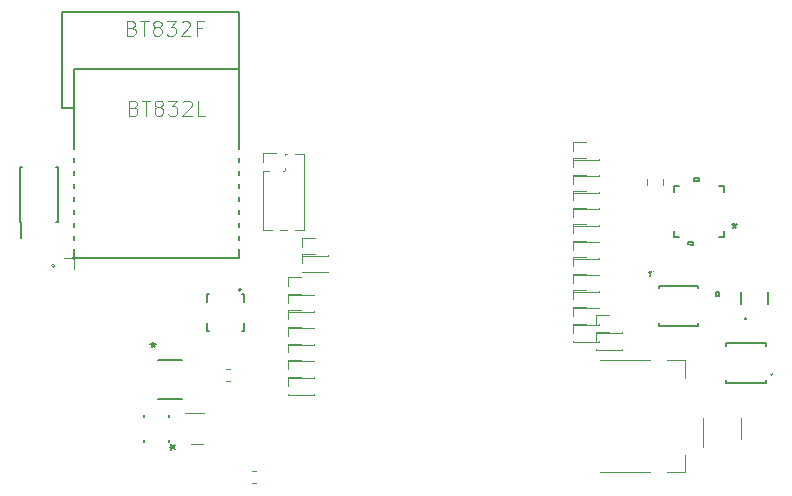
<source format=gto>
G04 #@! TF.GenerationSoftware,KiCad,Pcbnew,5.0.2-bee76a0~70~ubuntu18.04.1*
G04 #@! TF.CreationDate,2019-05-16T13:06:06+01:00*
G04 #@! TF.ProjectId,HealthMonitor,4865616c-7468-44d6-9f6e-69746f722e6b,rev?*
G04 #@! TF.SameCoordinates,Original*
G04 #@! TF.FileFunction,Legend,Top*
G04 #@! TF.FilePolarity,Positive*
%FSLAX46Y46*%
G04 Gerber Fmt 4.6, Leading zero omitted, Abs format (unit mm)*
G04 Created by KiCad (PCBNEW 5.0.2-bee76a0~70~ubuntu18.04.1) date Thu 16 May 2019 13:06:06 BST*
%MOMM*%
%LPD*%
G01*
G04 APERTURE LIST*
%ADD10C,0.120000*%
%ADD11C,0.152400*%
%ADD12C,0.100000*%
%ADD13C,0.127000*%
%ADD14C,0.200000*%
%ADD15C,0.150000*%
%ADD16C,0.050000*%
%ADD17C,0.101600*%
%ADD18C,1.502000*%
%ADD19R,0.802000X0.402000*%
%ADD20C,0.332000*%
%ADD21C,0.977000*%
%ADD22R,1.600600X0.800500*%
%ADD23C,0.701440*%
%ADD24R,0.612000X0.452000*%
%ADD25R,0.452000X0.612000*%
%ADD26R,1.102000X1.102000*%
%ADD27R,0.552000X1.552000*%
%ADD28C,0.692000*%
%ADD29R,0.252000X0.352000*%
%ADD30R,0.302000X0.702000*%
%ADD31R,0.702000X0.302000*%
%ADD32O,1.102000X1.102000*%
%ADD33R,0.752000X1.162000*%
%ADD34R,1.868799X0.392200*%
%ADD35R,2.402000X2.402000*%
%ADD36R,0.312000X0.901999*%
%ADD37R,0.901999X0.312000*%
%ADD38R,1.502000X0.852000*%
%ADD39R,0.552000X0.552000*%
%ADD40R,1.854600X2.591200*%
%ADD41R,0.909999X0.326800*%
%ADD42R,1.397400X0.991000*%
%ADD43R,0.326800X0.808399*%
%ADD44R,1.411599X0.670000*%
%ADD45C,1.077000*%
G04 APERTURE END LIST*
D10*
G04 #@! TO.C,J6*
X161600000Y-122860000D02*
X161600000Y-124360000D01*
X161600000Y-114860000D02*
X160080000Y-114860000D01*
X161600000Y-114860000D02*
X161600000Y-116360000D01*
X158580000Y-124360000D02*
X154340000Y-124360000D01*
X161600000Y-124360000D02*
X160080000Y-124360000D01*
X158580000Y-114860000D02*
X154340000Y-114860000D01*
D11*
G04 #@! TO.C,U9*
X117869100Y-119669255D02*
X117869100Y-119484300D01*
X115760900Y-119484300D02*
X115760900Y-119669255D01*
X117869100Y-121795700D02*
X117869100Y-121610745D01*
X115760900Y-121610745D02*
X115760900Y-121795700D01*
D10*
G04 #@! TO.C,R36*
X124897221Y-124270000D02*
X125222779Y-124270000D01*
X124897221Y-125290000D02*
X125222779Y-125290000D01*
D12*
G04 #@! TO.C,U11*
X109027440Y-106200000D02*
X109825000Y-106200000D01*
X109825000Y-106200000D02*
X122423400Y-106200000D01*
X122423400Y-106200000D02*
X122423400Y-106200000D01*
X122423400Y-106200000D02*
X109825000Y-106200000D01*
X109825000Y-107111860D02*
X109825000Y-106349860D01*
X109825000Y-106349860D02*
X109825000Y-106200000D01*
X109819920Y-106197460D02*
X109819920Y-105679300D01*
X123825480Y-105610720D02*
X123825480Y-106192380D01*
X123820400Y-90203080D02*
X123820400Y-96476880D01*
X109819920Y-96558160D02*
X109819920Y-90203080D01*
X123825480Y-90200540D02*
X123822940Y-90200540D01*
X123820400Y-106200000D02*
X109822460Y-106200000D01*
X109825000Y-105946000D02*
X109825000Y-106050140D01*
X109825000Y-106050140D02*
X109825000Y-106200000D01*
X109825000Y-106200000D02*
X109825000Y-106200000D01*
D13*
X109825000Y-106200000D02*
X109825000Y-93500000D01*
X109825000Y-93500000D02*
X109825000Y-90200540D01*
X109825000Y-90200540D02*
X123822940Y-90200540D01*
X123822940Y-90200540D02*
X123822940Y-106200000D01*
X123822940Y-106200000D02*
X109825000Y-106200000D01*
X109825000Y-93500000D02*
X108826780Y-93500000D01*
X108826780Y-93400940D02*
X108826780Y-85402480D01*
X108826780Y-85402480D02*
X123822940Y-85402480D01*
X123822940Y-85402480D02*
X123822940Y-90200540D01*
D12*
X109825000Y-106349860D02*
G75*
G03X109825000Y-106050140I0J149860D01*
G01*
X109825000Y-106050140D02*
G75*
G03X109825000Y-106349860I0J-149860D01*
G01*
D14*
G04 #@! TO.C,U6*
X123975000Y-108900000D02*
G75*
G03X123975000Y-108900000I-100000J0D01*
G01*
D13*
X121125000Y-109250000D02*
X121285000Y-109250000D01*
X121125000Y-112350000D02*
X121285000Y-112350000D01*
X124225000Y-112350000D02*
X124065000Y-112350000D01*
X121125000Y-109910000D02*
X121125000Y-109250000D01*
X121125000Y-111690000D02*
X121125000Y-112350000D01*
X124225000Y-111690000D02*
X124225000Y-112350000D01*
X124225000Y-109250000D02*
X124065000Y-109250000D01*
X124225000Y-109910000D02*
X124225000Y-109250000D01*
D10*
G04 #@! TO.C,J25*
X127920000Y-112160000D02*
X130140000Y-112160000D01*
X127920000Y-112160000D02*
X127920000Y-112095000D01*
X130140000Y-112160000D02*
X130140000Y-112095000D01*
X127920000Y-112160000D02*
X128466529Y-112160000D01*
X129593471Y-112160000D02*
X130140000Y-112160000D01*
X127920000Y-111400000D02*
X127920000Y-110640000D01*
X127920000Y-110640000D02*
X129030000Y-110640000D01*
G04 #@! TO.C,J17*
X127920000Y-113440000D02*
X129030000Y-113440000D01*
X127920000Y-114200000D02*
X127920000Y-113440000D01*
X129593471Y-114960000D02*
X130140000Y-114960000D01*
X127920000Y-114960000D02*
X128466529Y-114960000D01*
X130140000Y-114960000D02*
X130140000Y-114895000D01*
X127920000Y-114960000D02*
X127920000Y-114895000D01*
X127920000Y-114960000D02*
X130140000Y-114960000D01*
G04 #@! TO.C,J18*
X127920000Y-116360000D02*
X130140000Y-116360000D01*
X127920000Y-116360000D02*
X127920000Y-116295000D01*
X130140000Y-116360000D02*
X130140000Y-116295000D01*
X127920000Y-116360000D02*
X128466529Y-116360000D01*
X129593471Y-116360000D02*
X130140000Y-116360000D01*
X127920000Y-115600000D02*
X127920000Y-114840000D01*
X127920000Y-114840000D02*
X129030000Y-114840000D01*
G04 #@! TO.C,J19*
X127920000Y-116240000D02*
X129030000Y-116240000D01*
X127920000Y-117000000D02*
X127920000Y-116240000D01*
X129593471Y-117760000D02*
X130140000Y-117760000D01*
X127920000Y-117760000D02*
X128466529Y-117760000D01*
X130140000Y-117760000D02*
X130140000Y-117695000D01*
X127920000Y-117760000D02*
X127920000Y-117695000D01*
X127920000Y-117760000D02*
X130140000Y-117760000D01*
G04 #@! TO.C,J20*
X127920000Y-110760000D02*
X130140000Y-110760000D01*
X127920000Y-110760000D02*
X127920000Y-110695000D01*
X130140000Y-110760000D02*
X130140000Y-110695000D01*
X127920000Y-110760000D02*
X128466529Y-110760000D01*
X129593471Y-110760000D02*
X130140000Y-110760000D01*
X127920000Y-110000000D02*
X127920000Y-109240000D01*
X127920000Y-109240000D02*
X129030000Y-109240000D01*
G04 #@! TO.C,J21*
X127920000Y-107840000D02*
X129030000Y-107840000D01*
X127920000Y-108600000D02*
X127920000Y-107840000D01*
X129593471Y-109360000D02*
X130140000Y-109360000D01*
X127920000Y-109360000D02*
X128466529Y-109360000D01*
X130140000Y-109360000D02*
X130140000Y-109295000D01*
X127920000Y-109360000D02*
X127920000Y-109295000D01*
X127920000Y-109360000D02*
X130140000Y-109360000D01*
G04 #@! TO.C,J22*
X129170000Y-105900000D02*
X130280000Y-105900000D01*
X129170000Y-106660000D02*
X129170000Y-105900000D01*
X130843471Y-107420000D02*
X131390000Y-107420000D01*
X129170000Y-107420000D02*
X129716529Y-107420000D01*
X131390000Y-107420000D02*
X131390000Y-107355000D01*
X129170000Y-107420000D02*
X129170000Y-107355000D01*
X129170000Y-107420000D02*
X131390000Y-107420000D01*
G04 #@! TO.C,J23*
X129170000Y-106020000D02*
X131390000Y-106020000D01*
X129170000Y-106020000D02*
X129170000Y-105955000D01*
X131390000Y-106020000D02*
X131390000Y-105955000D01*
X129170000Y-106020000D02*
X129716529Y-106020000D01*
X130843471Y-106020000D02*
X131390000Y-106020000D01*
X129170000Y-105260000D02*
X129170000Y-104500000D01*
X129170000Y-104500000D02*
X130280000Y-104500000D01*
G04 #@! TO.C,J24*
X127920000Y-113560000D02*
X130140000Y-113560000D01*
X127920000Y-113560000D02*
X127920000Y-113495000D01*
X130140000Y-113560000D02*
X130140000Y-113495000D01*
X127920000Y-113560000D02*
X128466529Y-113560000D01*
X129593471Y-113560000D02*
X130140000Y-113560000D01*
X127920000Y-112800000D02*
X127920000Y-112040000D01*
X127920000Y-112040000D02*
X129030000Y-112040000D01*
D15*
G04 #@! TO.C,U10*
X105350000Y-103125000D02*
X105350000Y-104475000D01*
X108500000Y-103125000D02*
X108500000Y-98475000D01*
X105250000Y-103125000D02*
X105250000Y-98475000D01*
X108500000Y-103125000D02*
X108300000Y-103125000D01*
X108500000Y-98475000D02*
X108300000Y-98475000D01*
X105250000Y-98475000D02*
X105450000Y-98475000D01*
X105250000Y-103125000D02*
X105350000Y-103125000D01*
D12*
G04 #@! TO.C,U7*
X120790000Y-121940000D02*
X119790000Y-121940000D01*
D10*
X120890000Y-119340000D02*
X119200000Y-119340000D01*
G04 #@! TO.C,J7*
X125820000Y-97290000D02*
X126950000Y-97290000D01*
X125820000Y-98050000D02*
X125820000Y-97290000D01*
X128527530Y-97355000D02*
X129350000Y-97355000D01*
X127710000Y-97355000D02*
X127912470Y-97355000D01*
X127710000Y-97486529D02*
X127710000Y-97355000D01*
X127710000Y-98756529D02*
X127710000Y-98613471D01*
X127513471Y-98810000D02*
X127656529Y-98810000D01*
X125820000Y-98810000D02*
X126386529Y-98810000D01*
X129350000Y-97355000D02*
X129350000Y-103825000D01*
X125820000Y-98810000D02*
X125820000Y-103825000D01*
X127257530Y-103825000D02*
X127912470Y-103825000D01*
X128527530Y-103825000D02*
X129350000Y-103825000D01*
X125820000Y-103825000D02*
X126642470Y-103825000D01*
G04 #@! TO.C,J16*
X152070000Y-111750000D02*
X153180000Y-111750000D01*
X152070000Y-112510000D02*
X152070000Y-111750000D01*
X153743471Y-113270000D02*
X154290000Y-113270000D01*
X152070000Y-113270000D02*
X152616529Y-113270000D01*
X154290000Y-113270000D02*
X154290000Y-113205000D01*
X152070000Y-113270000D02*
X152070000Y-113205000D01*
X152070000Y-113270000D02*
X154290000Y-113270000D01*
G04 #@! TO.C,J15*
X154020000Y-112450000D02*
X155130000Y-112450000D01*
X154020000Y-113210000D02*
X154020000Y-112450000D01*
X155693471Y-113970000D02*
X156240000Y-113970000D01*
X154020000Y-113970000D02*
X154566529Y-113970000D01*
X156240000Y-113970000D02*
X156240000Y-113905000D01*
X154020000Y-113970000D02*
X154020000Y-113905000D01*
X154020000Y-113970000D02*
X156240000Y-113970000D01*
G04 #@! TO.C,J14*
X154020000Y-111050000D02*
X155130000Y-111050000D01*
X154020000Y-111810000D02*
X154020000Y-111050000D01*
X155693471Y-112570000D02*
X156240000Y-112570000D01*
X154020000Y-112570000D02*
X154566529Y-112570000D01*
X156240000Y-112570000D02*
X156240000Y-112505000D01*
X154020000Y-112570000D02*
X154020000Y-112505000D01*
X154020000Y-112570000D02*
X156240000Y-112570000D01*
G04 #@! TO.C,J8*
X152070000Y-104750000D02*
X153180000Y-104750000D01*
X152070000Y-105510000D02*
X152070000Y-104750000D01*
X153743471Y-106270000D02*
X154290000Y-106270000D01*
X152070000Y-106270000D02*
X152616529Y-106270000D01*
X154290000Y-106270000D02*
X154290000Y-106205000D01*
X152070000Y-106270000D02*
X152070000Y-106205000D01*
X152070000Y-106270000D02*
X154290000Y-106270000D01*
G04 #@! TO.C,J10*
X152070000Y-107550000D02*
X153180000Y-107550000D01*
X152070000Y-108310000D02*
X152070000Y-107550000D01*
X153743471Y-109070000D02*
X154290000Y-109070000D01*
X152070000Y-109070000D02*
X152616529Y-109070000D01*
X154290000Y-109070000D02*
X154290000Y-109005000D01*
X152070000Y-109070000D02*
X152070000Y-109005000D01*
X152070000Y-109070000D02*
X154290000Y-109070000D01*
G04 #@! TO.C,J11*
X152070000Y-106150000D02*
X153180000Y-106150000D01*
X152070000Y-106910000D02*
X152070000Y-106150000D01*
X153743471Y-107670000D02*
X154290000Y-107670000D01*
X152070000Y-107670000D02*
X152616529Y-107670000D01*
X154290000Y-107670000D02*
X154290000Y-107605000D01*
X152070000Y-107670000D02*
X152070000Y-107605000D01*
X152070000Y-107670000D02*
X154290000Y-107670000D01*
G04 #@! TO.C,J13*
X152070000Y-110350000D02*
X153180000Y-110350000D01*
X152070000Y-111110000D02*
X152070000Y-110350000D01*
X153743471Y-111870000D02*
X154290000Y-111870000D01*
X152070000Y-111870000D02*
X152616529Y-111870000D01*
X154290000Y-111870000D02*
X154290000Y-111805000D01*
X152070000Y-111870000D02*
X152070000Y-111805000D01*
X152070000Y-111870000D02*
X154290000Y-111870000D01*
G04 #@! TO.C,J12*
X152070000Y-108950000D02*
X153180000Y-108950000D01*
X152070000Y-109710000D02*
X152070000Y-108950000D01*
X153743471Y-110470000D02*
X154290000Y-110470000D01*
X152070000Y-110470000D02*
X152616529Y-110470000D01*
X154290000Y-110470000D02*
X154290000Y-110405000D01*
X152070000Y-110470000D02*
X152070000Y-110405000D01*
X152070000Y-110470000D02*
X154290000Y-110470000D01*
G04 #@! TO.C,J9*
X152070000Y-103350000D02*
X153180000Y-103350000D01*
X152070000Y-104110000D02*
X152070000Y-103350000D01*
X153743471Y-104870000D02*
X154290000Y-104870000D01*
X152070000Y-104870000D02*
X152616529Y-104870000D01*
X154290000Y-104870000D02*
X154290000Y-104805000D01*
X152070000Y-104870000D02*
X152070000Y-104805000D01*
X152070000Y-104870000D02*
X154290000Y-104870000D01*
G04 #@! TO.C,U4*
X163120000Y-119710000D02*
X163120000Y-122160000D01*
X166340000Y-121510000D02*
X166340000Y-119710000D01*
D11*
G04 #@! TO.C,U13*
X164212099Y-109069499D02*
X164466099Y-109069499D01*
X164212099Y-109450499D02*
X164212099Y-109069499D01*
X164466099Y-109450499D02*
X164212099Y-109450499D01*
X164466099Y-109069499D02*
X164466099Y-109450499D01*
X162706400Y-108782159D02*
X162706400Y-108583600D01*
X159353600Y-111737841D02*
X159353600Y-111936400D01*
X159353600Y-108583600D02*
X159353600Y-108782159D01*
X162706400Y-108583600D02*
X159353600Y-108583600D01*
X162706400Y-111936400D02*
X162706400Y-111737841D01*
X159353600Y-111936400D02*
X162706400Y-111936400D01*
G04 #@! TO.C,U2*
X161839499Y-104864000D02*
X162220499Y-104864000D01*
X161839499Y-105118000D02*
X161839499Y-104864000D01*
X162220499Y-105118000D02*
X161839499Y-105118000D01*
X162220499Y-104864000D02*
X162220499Y-105118000D01*
X162339500Y-99656000D02*
X162720501Y-99656000D01*
X162339500Y-99402000D02*
X162339500Y-99656000D01*
X162720501Y-99402000D02*
X162339500Y-99402000D01*
X162720501Y-99656000D02*
X162720501Y-99402000D01*
X164467740Y-104387000D02*
X164907000Y-104387000D01*
X160653000Y-103947740D02*
X160653000Y-104387000D01*
X161092260Y-100133000D02*
X160653000Y-100133000D01*
X164907000Y-100572260D02*
X164907000Y-100133000D01*
X164907000Y-104387000D02*
X164907000Y-103947740D01*
X160653000Y-104387000D02*
X161092260Y-104387000D01*
X160653000Y-100133000D02*
X160653000Y-100572260D01*
X164907000Y-100133000D02*
X164467740Y-100133000D01*
D16*
G04 #@! TO.C,Y1*
X108241420Y-106850000D02*
G75*
G03X108241420Y-106850000I-141420J0D01*
G01*
D10*
G04 #@! TO.C,J3*
X152070000Y-97750000D02*
X153180000Y-97750000D01*
X152070000Y-98510000D02*
X152070000Y-97750000D01*
X153743471Y-99270000D02*
X154290000Y-99270000D01*
X152070000Y-99270000D02*
X152616529Y-99270000D01*
X154290000Y-99270000D02*
X154290000Y-99205000D01*
X152070000Y-99270000D02*
X152070000Y-99205000D01*
X152070000Y-99270000D02*
X154290000Y-99270000D01*
G04 #@! TO.C,J5*
X152070000Y-99150000D02*
X153180000Y-99150000D01*
X152070000Y-99910000D02*
X152070000Y-99150000D01*
X153743471Y-100670000D02*
X154290000Y-100670000D01*
X152070000Y-100670000D02*
X152616529Y-100670000D01*
X154290000Y-100670000D02*
X154290000Y-100605000D01*
X152070000Y-100670000D02*
X152070000Y-100605000D01*
X152070000Y-100670000D02*
X154290000Y-100670000D01*
G04 #@! TO.C,J2*
X152070000Y-96350000D02*
X153180000Y-96350000D01*
X152070000Y-97110000D02*
X152070000Y-96350000D01*
X153743471Y-97870000D02*
X154290000Y-97870000D01*
X152070000Y-97870000D02*
X152616529Y-97870000D01*
X154290000Y-97870000D02*
X154290000Y-97805000D01*
X152070000Y-97870000D02*
X152070000Y-97805000D01*
X152070000Y-97870000D02*
X154290000Y-97870000D01*
G04 #@! TO.C,J4*
X152070000Y-101950000D02*
X153180000Y-101950000D01*
X152070000Y-102710000D02*
X152070000Y-101950000D01*
X153743471Y-103470000D02*
X154290000Y-103470000D01*
X152070000Y-103470000D02*
X152616529Y-103470000D01*
X154290000Y-103470000D02*
X154290000Y-103405000D01*
X152070000Y-103470000D02*
X152070000Y-103405000D01*
X152070000Y-103470000D02*
X154290000Y-103470000D01*
G04 #@! TO.C,J1*
X152070000Y-100550000D02*
X153180000Y-100550000D01*
X152070000Y-101310000D02*
X152070000Y-100550000D01*
X153743471Y-102070000D02*
X154290000Y-102070000D01*
X152070000Y-102070000D02*
X152616529Y-102070000D01*
X154290000Y-102070000D02*
X154290000Y-102005000D01*
X152070000Y-102070000D02*
X152070000Y-102005000D01*
X152070000Y-102070000D02*
X154290000Y-102070000D01*
G04 #@! TO.C,L2*
X122699721Y-116610000D02*
X123025279Y-116610000D01*
X122699721Y-115590000D02*
X123025279Y-115590000D01*
D11*
G04 #@! TO.C,U3*
X168967545Y-116043136D02*
G75*
G03X168930999Y-116186200I-36546J-66864D01*
G01*
X165053600Y-116555141D02*
X165053600Y-116786400D01*
X168406400Y-113664859D02*
X168406400Y-113433600D01*
X168406400Y-116786400D02*
X168406400Y-116555141D01*
X165053600Y-116786400D02*
X168406400Y-116786400D01*
X165053600Y-113433600D02*
X165053600Y-113664859D01*
X168406400Y-113433600D02*
X165053600Y-113433600D01*
G04 #@! TO.C,U1*
X166761247Y-111370663D02*
G75*
G03X166622563Y-111327049I-62484J43614D01*
G01*
X166279663Y-109098689D02*
X166279663Y-110136011D01*
X168641863Y-110136011D02*
X168641863Y-109098689D01*
G04 #@! TO.C,U8*
X119003300Y-114874400D02*
X116996700Y-114874400D01*
X116996700Y-118125600D02*
X119003300Y-118125600D01*
D10*
G04 #@! TO.C,L1*
X159740000Y-100018578D02*
X159740000Y-99501422D01*
X158320000Y-100018578D02*
X158320000Y-99501422D01*
G04 #@! TO.C,U9*
D15*
X117943780Y-122214800D02*
X118181876Y-122214800D01*
X118086638Y-122452895D02*
X118181876Y-122214800D01*
X118086638Y-121976704D01*
X118372352Y-122357657D02*
X118181876Y-122214800D01*
X118372352Y-122071942D01*
G04 #@! TO.C,U11*
D17*
X114911531Y-93475325D02*
X115092960Y-93535801D01*
X115153436Y-93596278D01*
X115213912Y-93717230D01*
X115213912Y-93898659D01*
X115153436Y-94019611D01*
X115092960Y-94080087D01*
X114972007Y-94140563D01*
X114488198Y-94140563D01*
X114488198Y-92870563D01*
X114911531Y-92870563D01*
X115032483Y-92931040D01*
X115092960Y-92991516D01*
X115153436Y-93112468D01*
X115153436Y-93233420D01*
X115092960Y-93354373D01*
X115032483Y-93414849D01*
X114911531Y-93475325D01*
X114488198Y-93475325D01*
X115576769Y-92870563D02*
X116302483Y-92870563D01*
X115939626Y-94140563D02*
X115939626Y-92870563D01*
X116907245Y-93414849D02*
X116786293Y-93354373D01*
X116725817Y-93293897D01*
X116665340Y-93172944D01*
X116665340Y-93112468D01*
X116725817Y-92991516D01*
X116786293Y-92931040D01*
X116907245Y-92870563D01*
X117149150Y-92870563D01*
X117270102Y-92931040D01*
X117330579Y-92991516D01*
X117391055Y-93112468D01*
X117391055Y-93172944D01*
X117330579Y-93293897D01*
X117270102Y-93354373D01*
X117149150Y-93414849D01*
X116907245Y-93414849D01*
X116786293Y-93475325D01*
X116725817Y-93535801D01*
X116665340Y-93656754D01*
X116665340Y-93898659D01*
X116725817Y-94019611D01*
X116786293Y-94080087D01*
X116907245Y-94140563D01*
X117149150Y-94140563D01*
X117270102Y-94080087D01*
X117330579Y-94019611D01*
X117391055Y-93898659D01*
X117391055Y-93656754D01*
X117330579Y-93535801D01*
X117270102Y-93475325D01*
X117149150Y-93414849D01*
X117814388Y-92870563D02*
X118600579Y-92870563D01*
X118177245Y-93354373D01*
X118358674Y-93354373D01*
X118479626Y-93414849D01*
X118540102Y-93475325D01*
X118600579Y-93596278D01*
X118600579Y-93898659D01*
X118540102Y-94019611D01*
X118479626Y-94080087D01*
X118358674Y-94140563D01*
X117995817Y-94140563D01*
X117874864Y-94080087D01*
X117814388Y-94019611D01*
X119084388Y-92991516D02*
X119144864Y-92931040D01*
X119265817Y-92870563D01*
X119568198Y-92870563D01*
X119689150Y-92931040D01*
X119749626Y-92991516D01*
X119810102Y-93112468D01*
X119810102Y-93233420D01*
X119749626Y-93414849D01*
X119023912Y-94140563D01*
X119810102Y-94140563D01*
X120959150Y-94140563D02*
X120354388Y-94140563D01*
X120354388Y-92870563D01*
X114782233Y-86726545D02*
X114963661Y-86787021D01*
X115024138Y-86847498D01*
X115084614Y-86968450D01*
X115084614Y-87149879D01*
X115024138Y-87270831D01*
X114963661Y-87331307D01*
X114842709Y-87391783D01*
X114358900Y-87391783D01*
X114358900Y-86121783D01*
X114782233Y-86121783D01*
X114903185Y-86182260D01*
X114963661Y-86242736D01*
X115024138Y-86363688D01*
X115024138Y-86484640D01*
X114963661Y-86605593D01*
X114903185Y-86666069D01*
X114782233Y-86726545D01*
X114358900Y-86726545D01*
X115447471Y-86121783D02*
X116173185Y-86121783D01*
X115810328Y-87391783D02*
X115810328Y-86121783D01*
X116777947Y-86666069D02*
X116656995Y-86605593D01*
X116596519Y-86545117D01*
X116536042Y-86424164D01*
X116536042Y-86363688D01*
X116596519Y-86242736D01*
X116656995Y-86182260D01*
X116777947Y-86121783D01*
X117019852Y-86121783D01*
X117140804Y-86182260D01*
X117201280Y-86242736D01*
X117261757Y-86363688D01*
X117261757Y-86424164D01*
X117201280Y-86545117D01*
X117140804Y-86605593D01*
X117019852Y-86666069D01*
X116777947Y-86666069D01*
X116656995Y-86726545D01*
X116596519Y-86787021D01*
X116536042Y-86907974D01*
X116536042Y-87149879D01*
X116596519Y-87270831D01*
X116656995Y-87331307D01*
X116777947Y-87391783D01*
X117019852Y-87391783D01*
X117140804Y-87331307D01*
X117201280Y-87270831D01*
X117261757Y-87149879D01*
X117261757Y-86907974D01*
X117201280Y-86787021D01*
X117140804Y-86726545D01*
X117019852Y-86666069D01*
X117685090Y-86121783D02*
X118471280Y-86121783D01*
X118047947Y-86605593D01*
X118229376Y-86605593D01*
X118350328Y-86666069D01*
X118410804Y-86726545D01*
X118471280Y-86847498D01*
X118471280Y-87149879D01*
X118410804Y-87270831D01*
X118350328Y-87331307D01*
X118229376Y-87391783D01*
X117866519Y-87391783D01*
X117745566Y-87331307D01*
X117685090Y-87270831D01*
X118955090Y-86242736D02*
X119015566Y-86182260D01*
X119136519Y-86121783D01*
X119438900Y-86121783D01*
X119559852Y-86182260D01*
X119620328Y-86242736D01*
X119680804Y-86363688D01*
X119680804Y-86484640D01*
X119620328Y-86666069D01*
X118894614Y-87391783D01*
X119680804Y-87391783D01*
X120648423Y-86726545D02*
X120225090Y-86726545D01*
X120225090Y-87391783D02*
X120225090Y-86121783D01*
X120829852Y-86121783D01*
G04 #@! TO.C,U13*
D15*
X158731300Y-107279180D02*
X158731300Y-107517276D01*
X158493204Y-107422038D02*
X158731300Y-107517276D01*
X158969395Y-107422038D01*
X158588442Y-107707752D02*
X158731300Y-107517276D01*
X158874157Y-107707752D01*
G04 #@! TO.C,U2*
X165765000Y-103212380D02*
X165765000Y-103450476D01*
X165526904Y-103355238D02*
X165765000Y-103450476D01*
X166003095Y-103355238D01*
X165622142Y-103640952D02*
X165765000Y-103450476D01*
X165907857Y-103640952D01*
G04 #@! TO.C,U3*
X166730000Y-114562380D02*
X166730000Y-114800476D01*
X166491904Y-114705238D02*
X166730000Y-114800476D01*
X166968095Y-114705238D01*
X166587142Y-114990952D02*
X166730000Y-114800476D01*
X166872857Y-114990952D01*
G04 #@! TO.C,U1*
X166913143Y-109617350D02*
X167151239Y-109617350D01*
X167056001Y-109855445D02*
X167151239Y-109617350D01*
X167056001Y-109379254D01*
X167341715Y-109760207D02*
X167151239Y-109617350D01*
X167341715Y-109474492D01*
G04 #@! TO.C,U8*
X116552200Y-113301580D02*
X116552200Y-113539676D01*
X116314104Y-113444438D02*
X116552200Y-113539676D01*
X116790295Y-113444438D01*
X116409342Y-113730152D02*
X116552200Y-113539676D01*
X116695057Y-113730152D01*
G04 #@! TD*
%LPC*%
D18*
G04 #@! TO.C,J6*
X159340000Y-115480000D03*
D19*
X161250000Y-116860000D03*
X161250000Y-117360000D03*
X161250000Y-117860000D03*
X161250000Y-118360000D03*
X161250000Y-118860000D03*
X161250000Y-119360000D03*
X161250000Y-119860000D03*
X161250000Y-122360000D03*
X161250000Y-121360000D03*
X161250000Y-120860000D03*
X161250000Y-120360000D03*
X161250000Y-121860000D03*
X159550000Y-122110000D03*
D18*
X159340000Y-123740000D03*
X153390000Y-124100000D03*
X153390000Y-115120000D03*
D19*
X159550000Y-121610000D03*
X159550000Y-121110000D03*
X159550000Y-120610000D03*
X159550000Y-120110000D03*
X159550000Y-119610000D03*
X159550000Y-119110000D03*
X159550000Y-118610000D03*
X159550000Y-118110000D03*
X159550000Y-117610000D03*
X159550000Y-117110000D03*
X159550000Y-116610000D03*
G04 #@! TD*
D20*
G04 #@! TO.C,U9*
X117415000Y-119840000D03*
X117415000Y-120240000D03*
X117415000Y-120640000D03*
X117415000Y-121040000D03*
X117415000Y-121440000D03*
X117015000Y-119840000D03*
X117015000Y-120240000D03*
X117015000Y-120640000D03*
X117015000Y-121040000D03*
X117015000Y-121440000D03*
X116615000Y-119840000D03*
X116615000Y-120240000D03*
X116615000Y-120640000D03*
X116615000Y-121040000D03*
X116615000Y-121440000D03*
X116215000Y-119840000D03*
X116215000Y-120240000D03*
X116215000Y-120640000D03*
X116215000Y-121040000D03*
X116215000Y-121440000D03*
G04 #@! TD*
D12*
G04 #@! TO.C,R36*
G36*
X124540691Y-124255176D02*
X124564401Y-124258693D01*
X124587652Y-124264517D01*
X124610220Y-124272592D01*
X124631889Y-124282841D01*
X124652448Y-124295164D01*
X124671701Y-124309442D01*
X124689461Y-124325539D01*
X124705558Y-124343299D01*
X124719836Y-124362552D01*
X124732159Y-124383111D01*
X124742408Y-124404780D01*
X124750483Y-124427348D01*
X124756307Y-124450599D01*
X124759824Y-124474309D01*
X124761000Y-124498250D01*
X124761000Y-125061750D01*
X124759824Y-125085691D01*
X124756307Y-125109401D01*
X124750483Y-125132652D01*
X124742408Y-125155220D01*
X124732159Y-125176889D01*
X124719836Y-125197448D01*
X124705558Y-125216701D01*
X124689461Y-125234461D01*
X124671701Y-125250558D01*
X124652448Y-125264836D01*
X124631889Y-125277159D01*
X124610220Y-125287408D01*
X124587652Y-125295483D01*
X124564401Y-125301307D01*
X124540691Y-125304824D01*
X124516750Y-125306000D01*
X124028250Y-125306000D01*
X124004309Y-125304824D01*
X123980599Y-125301307D01*
X123957348Y-125295483D01*
X123934780Y-125287408D01*
X123913111Y-125277159D01*
X123892552Y-125264836D01*
X123873299Y-125250558D01*
X123855539Y-125234461D01*
X123839442Y-125216701D01*
X123825164Y-125197448D01*
X123812841Y-125176889D01*
X123802592Y-125155220D01*
X123794517Y-125132652D01*
X123788693Y-125109401D01*
X123785176Y-125085691D01*
X123784000Y-125061750D01*
X123784000Y-124498250D01*
X123785176Y-124474309D01*
X123788693Y-124450599D01*
X123794517Y-124427348D01*
X123802592Y-124404780D01*
X123812841Y-124383111D01*
X123825164Y-124362552D01*
X123839442Y-124343299D01*
X123855539Y-124325539D01*
X123873299Y-124309442D01*
X123892552Y-124295164D01*
X123913111Y-124282841D01*
X123934780Y-124272592D01*
X123957348Y-124264517D01*
X123980599Y-124258693D01*
X124004309Y-124255176D01*
X124028250Y-124254000D01*
X124516750Y-124254000D01*
X124540691Y-124255176D01*
X124540691Y-124255176D01*
G37*
D21*
X124272500Y-124780000D03*
D12*
G36*
X126115691Y-124255176D02*
X126139401Y-124258693D01*
X126162652Y-124264517D01*
X126185220Y-124272592D01*
X126206889Y-124282841D01*
X126227448Y-124295164D01*
X126246701Y-124309442D01*
X126264461Y-124325539D01*
X126280558Y-124343299D01*
X126294836Y-124362552D01*
X126307159Y-124383111D01*
X126317408Y-124404780D01*
X126325483Y-124427348D01*
X126331307Y-124450599D01*
X126334824Y-124474309D01*
X126336000Y-124498250D01*
X126336000Y-125061750D01*
X126334824Y-125085691D01*
X126331307Y-125109401D01*
X126325483Y-125132652D01*
X126317408Y-125155220D01*
X126307159Y-125176889D01*
X126294836Y-125197448D01*
X126280558Y-125216701D01*
X126264461Y-125234461D01*
X126246701Y-125250558D01*
X126227448Y-125264836D01*
X126206889Y-125277159D01*
X126185220Y-125287408D01*
X126162652Y-125295483D01*
X126139401Y-125301307D01*
X126115691Y-125304824D01*
X126091750Y-125306000D01*
X125603250Y-125306000D01*
X125579309Y-125304824D01*
X125555599Y-125301307D01*
X125532348Y-125295483D01*
X125509780Y-125287408D01*
X125488111Y-125277159D01*
X125467552Y-125264836D01*
X125448299Y-125250558D01*
X125430539Y-125234461D01*
X125414442Y-125216701D01*
X125400164Y-125197448D01*
X125387841Y-125176889D01*
X125377592Y-125155220D01*
X125369517Y-125132652D01*
X125363693Y-125109401D01*
X125360176Y-125085691D01*
X125359000Y-125061750D01*
X125359000Y-124498250D01*
X125360176Y-124474309D01*
X125363693Y-124450599D01*
X125369517Y-124427348D01*
X125377592Y-124404780D01*
X125387841Y-124383111D01*
X125400164Y-124362552D01*
X125414442Y-124343299D01*
X125430539Y-124325539D01*
X125448299Y-124309442D01*
X125467552Y-124295164D01*
X125488111Y-124282841D01*
X125509780Y-124272592D01*
X125532348Y-124264517D01*
X125555599Y-124258693D01*
X125579309Y-124255176D01*
X125603250Y-124254000D01*
X126091750Y-124254000D01*
X126115691Y-124255176D01*
X126115691Y-124255176D01*
G37*
D21*
X125847500Y-124780000D03*
G04 #@! TD*
D22*
G04 #@! TO.C,U11*
X109825000Y-97401440D03*
X109825000Y-98501260D03*
X109825000Y-99601080D03*
X109825000Y-100700900D03*
X109825000Y-101800720D03*
X109825000Y-102900540D03*
X109825000Y-104000360D03*
X109825000Y-105100180D03*
X123822940Y-105100180D03*
X123822940Y-104000360D03*
X123822940Y-102900540D03*
X123822940Y-101800720D03*
X123822940Y-100700900D03*
X123822940Y-99601080D03*
X123822940Y-98501260D03*
X123822940Y-97401440D03*
D23*
X114574800Y-98201540D03*
X114574800Y-99400420D03*
X114574800Y-100601840D03*
X114574800Y-101800720D03*
X114574800Y-103002140D03*
X114574800Y-104201020D03*
X116073400Y-98201540D03*
X116073400Y-99400420D03*
X116073400Y-100601840D03*
X116073400Y-101800720D03*
X116073400Y-103002140D03*
X116073400Y-104201020D03*
X117574540Y-98201540D03*
X117574540Y-99400420D03*
X117574540Y-100601840D03*
X117574540Y-101800720D03*
X117574540Y-103002140D03*
X117574540Y-104201020D03*
X119073140Y-98201540D03*
X119073140Y-99400420D03*
X119073140Y-100601840D03*
X119073140Y-101800720D03*
X119073140Y-103002140D03*
X119073140Y-104201020D03*
G04 #@! TD*
D24*
G04 #@! TO.C,U6*
X123885000Y-110300000D03*
X123885000Y-110800000D03*
X123885000Y-111300000D03*
D25*
X123675000Y-112010000D03*
X123175000Y-112010000D03*
X122675000Y-112010000D03*
X122175000Y-112010000D03*
X121675000Y-112010000D03*
D24*
X121465000Y-111300000D03*
X121465000Y-110800000D03*
X121465000Y-110300000D03*
D25*
X121675000Y-109590000D03*
X122175000Y-109590000D03*
X122675000Y-109590000D03*
X123175000Y-109590000D03*
X123675000Y-109590000D03*
G04 #@! TD*
D26*
G04 #@! TO.C,J25*
X129030000Y-111400000D03*
G04 #@! TD*
G04 #@! TO.C,J17*
X129030000Y-114200000D03*
G04 #@! TD*
G04 #@! TO.C,J18*
X129030000Y-115600000D03*
G04 #@! TD*
G04 #@! TO.C,J19*
X129030000Y-117000000D03*
G04 #@! TD*
G04 #@! TO.C,J20*
X129030000Y-110000000D03*
G04 #@! TD*
G04 #@! TO.C,J21*
X129030000Y-108600000D03*
G04 #@! TD*
G04 #@! TO.C,J22*
X130280000Y-106660000D03*
G04 #@! TD*
G04 #@! TO.C,J23*
X130280000Y-105260000D03*
G04 #@! TD*
G04 #@! TO.C,J24*
X129030000Y-112800000D03*
G04 #@! TD*
D27*
G04 #@! TO.C,U10*
X105900000Y-97850000D03*
X106550000Y-97850000D03*
X107200000Y-97850000D03*
X107850000Y-97850000D03*
X107850000Y-103750000D03*
X107200000Y-103750000D03*
X106550000Y-103750000D03*
X105900000Y-103750000D03*
G04 #@! TD*
D12*
G04 #@! TO.C,R32*
G36*
X105004957Y-105054833D02*
X105021751Y-105057324D01*
X105038219Y-105061449D01*
X105054204Y-105067169D01*
X105069552Y-105074428D01*
X105084114Y-105083156D01*
X105097750Y-105093269D01*
X105110329Y-105104671D01*
X105121731Y-105117250D01*
X105131844Y-105130886D01*
X105140572Y-105145448D01*
X105147831Y-105160796D01*
X105153551Y-105176781D01*
X105157676Y-105193249D01*
X105160167Y-105210043D01*
X105161000Y-105227000D01*
X105161000Y-105623000D01*
X105160167Y-105639957D01*
X105157676Y-105656751D01*
X105153551Y-105673219D01*
X105147831Y-105689204D01*
X105140572Y-105704552D01*
X105131844Y-105719114D01*
X105121731Y-105732750D01*
X105110329Y-105745329D01*
X105097750Y-105756731D01*
X105084114Y-105766844D01*
X105069552Y-105775572D01*
X105054204Y-105782831D01*
X105038219Y-105788551D01*
X105021751Y-105792676D01*
X105004957Y-105795167D01*
X104988000Y-105796000D01*
X104642000Y-105796000D01*
X104625043Y-105795167D01*
X104608249Y-105792676D01*
X104591781Y-105788551D01*
X104575796Y-105782831D01*
X104560448Y-105775572D01*
X104545886Y-105766844D01*
X104532250Y-105756731D01*
X104519671Y-105745329D01*
X104508269Y-105732750D01*
X104498156Y-105719114D01*
X104489428Y-105704552D01*
X104482169Y-105689204D01*
X104476449Y-105673219D01*
X104472324Y-105656751D01*
X104469833Y-105639957D01*
X104469000Y-105623000D01*
X104469000Y-105227000D01*
X104469833Y-105210043D01*
X104472324Y-105193249D01*
X104476449Y-105176781D01*
X104482169Y-105160796D01*
X104489428Y-105145448D01*
X104498156Y-105130886D01*
X104508269Y-105117250D01*
X104519671Y-105104671D01*
X104532250Y-105093269D01*
X104545886Y-105083156D01*
X104560448Y-105074428D01*
X104575796Y-105067169D01*
X104591781Y-105061449D01*
X104608249Y-105057324D01*
X104625043Y-105054833D01*
X104642000Y-105054000D01*
X104988000Y-105054000D01*
X105004957Y-105054833D01*
X105004957Y-105054833D01*
G37*
D28*
X104815000Y-105425000D03*
D12*
G36*
X105974957Y-105054833D02*
X105991751Y-105057324D01*
X106008219Y-105061449D01*
X106024204Y-105067169D01*
X106039552Y-105074428D01*
X106054114Y-105083156D01*
X106067750Y-105093269D01*
X106080329Y-105104671D01*
X106091731Y-105117250D01*
X106101844Y-105130886D01*
X106110572Y-105145448D01*
X106117831Y-105160796D01*
X106123551Y-105176781D01*
X106127676Y-105193249D01*
X106130167Y-105210043D01*
X106131000Y-105227000D01*
X106131000Y-105623000D01*
X106130167Y-105639957D01*
X106127676Y-105656751D01*
X106123551Y-105673219D01*
X106117831Y-105689204D01*
X106110572Y-105704552D01*
X106101844Y-105719114D01*
X106091731Y-105732750D01*
X106080329Y-105745329D01*
X106067750Y-105756731D01*
X106054114Y-105766844D01*
X106039552Y-105775572D01*
X106024204Y-105782831D01*
X106008219Y-105788551D01*
X105991751Y-105792676D01*
X105974957Y-105795167D01*
X105958000Y-105796000D01*
X105612000Y-105796000D01*
X105595043Y-105795167D01*
X105578249Y-105792676D01*
X105561781Y-105788551D01*
X105545796Y-105782831D01*
X105530448Y-105775572D01*
X105515886Y-105766844D01*
X105502250Y-105756731D01*
X105489671Y-105745329D01*
X105478269Y-105732750D01*
X105468156Y-105719114D01*
X105459428Y-105704552D01*
X105452169Y-105689204D01*
X105446449Y-105673219D01*
X105442324Y-105656751D01*
X105439833Y-105639957D01*
X105439000Y-105623000D01*
X105439000Y-105227000D01*
X105439833Y-105210043D01*
X105442324Y-105193249D01*
X105446449Y-105176781D01*
X105452169Y-105160796D01*
X105459428Y-105145448D01*
X105468156Y-105130886D01*
X105478269Y-105117250D01*
X105489671Y-105104671D01*
X105502250Y-105093269D01*
X105515886Y-105083156D01*
X105530448Y-105074428D01*
X105545796Y-105067169D01*
X105561781Y-105061449D01*
X105578249Y-105057324D01*
X105595043Y-105054833D01*
X105612000Y-105054000D01*
X105958000Y-105054000D01*
X105974957Y-105054833D01*
X105974957Y-105054833D01*
G37*
D28*
X105785000Y-105425000D03*
G04 #@! TD*
D29*
G04 #@! TO.C,U7*
X119865000Y-119665000D03*
D30*
X120290000Y-119840000D03*
D31*
X120940000Y-119840000D03*
X120940000Y-120240000D03*
X120940000Y-120640000D03*
X120940000Y-121040000D03*
X120940000Y-121440000D03*
D30*
X120290000Y-121440000D03*
D31*
X119640000Y-121440000D03*
X119640000Y-121040000D03*
X119640000Y-120640000D03*
X119640000Y-120240000D03*
X119640000Y-119840000D03*
G04 #@! TD*
D32*
G04 #@! TO.C,J7*
X128220000Y-103130000D03*
X126950000Y-103130000D03*
X128220000Y-101860000D03*
X126950000Y-101860000D03*
X128220000Y-100590000D03*
X126950000Y-100590000D03*
X128220000Y-99320000D03*
X126950000Y-99320000D03*
X128220000Y-98050000D03*
D26*
X126950000Y-98050000D03*
G04 #@! TD*
D12*
G04 #@! TO.C,C26*
G36*
X115164957Y-120389833D02*
X115181751Y-120392324D01*
X115198219Y-120396449D01*
X115214204Y-120402169D01*
X115229552Y-120409428D01*
X115244114Y-120418156D01*
X115257750Y-120428269D01*
X115270329Y-120439671D01*
X115281731Y-120452250D01*
X115291844Y-120465886D01*
X115300572Y-120480448D01*
X115307831Y-120495796D01*
X115313551Y-120511781D01*
X115317676Y-120528249D01*
X115320167Y-120545043D01*
X115321000Y-120562000D01*
X115321000Y-120908000D01*
X115320167Y-120924957D01*
X115317676Y-120941751D01*
X115313551Y-120958219D01*
X115307831Y-120974204D01*
X115300572Y-120989552D01*
X115291844Y-121004114D01*
X115281731Y-121017750D01*
X115270329Y-121030329D01*
X115257750Y-121041731D01*
X115244114Y-121051844D01*
X115229552Y-121060572D01*
X115214204Y-121067831D01*
X115198219Y-121073551D01*
X115181751Y-121077676D01*
X115164957Y-121080167D01*
X115148000Y-121081000D01*
X114752000Y-121081000D01*
X114735043Y-121080167D01*
X114718249Y-121077676D01*
X114701781Y-121073551D01*
X114685796Y-121067831D01*
X114670448Y-121060572D01*
X114655886Y-121051844D01*
X114642250Y-121041731D01*
X114629671Y-121030329D01*
X114618269Y-121017750D01*
X114608156Y-121004114D01*
X114599428Y-120989552D01*
X114592169Y-120974204D01*
X114586449Y-120958219D01*
X114582324Y-120941751D01*
X114579833Y-120924957D01*
X114579000Y-120908000D01*
X114579000Y-120562000D01*
X114579833Y-120545043D01*
X114582324Y-120528249D01*
X114586449Y-120511781D01*
X114592169Y-120495796D01*
X114599428Y-120480448D01*
X114608156Y-120465886D01*
X114618269Y-120452250D01*
X114629671Y-120439671D01*
X114642250Y-120428269D01*
X114655886Y-120418156D01*
X114670448Y-120409428D01*
X114685796Y-120402169D01*
X114701781Y-120396449D01*
X114718249Y-120392324D01*
X114735043Y-120389833D01*
X114752000Y-120389000D01*
X115148000Y-120389000D01*
X115164957Y-120389833D01*
X115164957Y-120389833D01*
G37*
D28*
X114950000Y-120735000D03*
D12*
G36*
X115164957Y-119419833D02*
X115181751Y-119422324D01*
X115198219Y-119426449D01*
X115214204Y-119432169D01*
X115229552Y-119439428D01*
X115244114Y-119448156D01*
X115257750Y-119458269D01*
X115270329Y-119469671D01*
X115281731Y-119482250D01*
X115291844Y-119495886D01*
X115300572Y-119510448D01*
X115307831Y-119525796D01*
X115313551Y-119541781D01*
X115317676Y-119558249D01*
X115320167Y-119575043D01*
X115321000Y-119592000D01*
X115321000Y-119938000D01*
X115320167Y-119954957D01*
X115317676Y-119971751D01*
X115313551Y-119988219D01*
X115307831Y-120004204D01*
X115300572Y-120019552D01*
X115291844Y-120034114D01*
X115281731Y-120047750D01*
X115270329Y-120060329D01*
X115257750Y-120071731D01*
X115244114Y-120081844D01*
X115229552Y-120090572D01*
X115214204Y-120097831D01*
X115198219Y-120103551D01*
X115181751Y-120107676D01*
X115164957Y-120110167D01*
X115148000Y-120111000D01*
X114752000Y-120111000D01*
X114735043Y-120110167D01*
X114718249Y-120107676D01*
X114701781Y-120103551D01*
X114685796Y-120097831D01*
X114670448Y-120090572D01*
X114655886Y-120081844D01*
X114642250Y-120071731D01*
X114629671Y-120060329D01*
X114618269Y-120047750D01*
X114608156Y-120034114D01*
X114599428Y-120019552D01*
X114592169Y-120004204D01*
X114586449Y-119988219D01*
X114582324Y-119971751D01*
X114579833Y-119954957D01*
X114579000Y-119938000D01*
X114579000Y-119592000D01*
X114579833Y-119575043D01*
X114582324Y-119558249D01*
X114586449Y-119541781D01*
X114592169Y-119525796D01*
X114599428Y-119510448D01*
X114608156Y-119495886D01*
X114618269Y-119482250D01*
X114629671Y-119469671D01*
X114642250Y-119458269D01*
X114655886Y-119448156D01*
X114670448Y-119439428D01*
X114685796Y-119432169D01*
X114701781Y-119426449D01*
X114718249Y-119422324D01*
X114735043Y-119419833D01*
X114752000Y-119419000D01*
X115148000Y-119419000D01*
X115164957Y-119419833D01*
X115164957Y-119419833D01*
G37*
D28*
X114950000Y-119765000D03*
G04 #@! TD*
D26*
G04 #@! TO.C,J16*
X153180000Y-112510000D03*
G04 #@! TD*
G04 #@! TO.C,J15*
X155130000Y-113210000D03*
G04 #@! TD*
G04 #@! TO.C,J14*
X155130000Y-111810000D03*
G04 #@! TD*
D12*
G04 #@! TO.C,R6*
G36*
X159434957Y-112989833D02*
X159451751Y-112992324D01*
X159468219Y-112996449D01*
X159484204Y-113002169D01*
X159499552Y-113009428D01*
X159514114Y-113018156D01*
X159527750Y-113028269D01*
X159540329Y-113039671D01*
X159551731Y-113052250D01*
X159561844Y-113065886D01*
X159570572Y-113080448D01*
X159577831Y-113095796D01*
X159583551Y-113111781D01*
X159587676Y-113128249D01*
X159590167Y-113145043D01*
X159591000Y-113162000D01*
X159591000Y-113558000D01*
X159590167Y-113574957D01*
X159587676Y-113591751D01*
X159583551Y-113608219D01*
X159577831Y-113624204D01*
X159570572Y-113639552D01*
X159561844Y-113654114D01*
X159551731Y-113667750D01*
X159540329Y-113680329D01*
X159527750Y-113691731D01*
X159514114Y-113701844D01*
X159499552Y-113710572D01*
X159484204Y-113717831D01*
X159468219Y-113723551D01*
X159451751Y-113727676D01*
X159434957Y-113730167D01*
X159418000Y-113731000D01*
X159072000Y-113731000D01*
X159055043Y-113730167D01*
X159038249Y-113727676D01*
X159021781Y-113723551D01*
X159005796Y-113717831D01*
X158990448Y-113710572D01*
X158975886Y-113701844D01*
X158962250Y-113691731D01*
X158949671Y-113680329D01*
X158938269Y-113667750D01*
X158928156Y-113654114D01*
X158919428Y-113639552D01*
X158912169Y-113624204D01*
X158906449Y-113608219D01*
X158902324Y-113591751D01*
X158899833Y-113574957D01*
X158899000Y-113558000D01*
X158899000Y-113162000D01*
X158899833Y-113145043D01*
X158902324Y-113128249D01*
X158906449Y-113111781D01*
X158912169Y-113095796D01*
X158919428Y-113080448D01*
X158928156Y-113065886D01*
X158938269Y-113052250D01*
X158949671Y-113039671D01*
X158962250Y-113028269D01*
X158975886Y-113018156D01*
X158990448Y-113009428D01*
X159005796Y-113002169D01*
X159021781Y-112996449D01*
X159038249Y-112992324D01*
X159055043Y-112989833D01*
X159072000Y-112989000D01*
X159418000Y-112989000D01*
X159434957Y-112989833D01*
X159434957Y-112989833D01*
G37*
D28*
X159245000Y-113360000D03*
D12*
G36*
X160404957Y-112989833D02*
X160421751Y-112992324D01*
X160438219Y-112996449D01*
X160454204Y-113002169D01*
X160469552Y-113009428D01*
X160484114Y-113018156D01*
X160497750Y-113028269D01*
X160510329Y-113039671D01*
X160521731Y-113052250D01*
X160531844Y-113065886D01*
X160540572Y-113080448D01*
X160547831Y-113095796D01*
X160553551Y-113111781D01*
X160557676Y-113128249D01*
X160560167Y-113145043D01*
X160561000Y-113162000D01*
X160561000Y-113558000D01*
X160560167Y-113574957D01*
X160557676Y-113591751D01*
X160553551Y-113608219D01*
X160547831Y-113624204D01*
X160540572Y-113639552D01*
X160531844Y-113654114D01*
X160521731Y-113667750D01*
X160510329Y-113680329D01*
X160497750Y-113691731D01*
X160484114Y-113701844D01*
X160469552Y-113710572D01*
X160454204Y-113717831D01*
X160438219Y-113723551D01*
X160421751Y-113727676D01*
X160404957Y-113730167D01*
X160388000Y-113731000D01*
X160042000Y-113731000D01*
X160025043Y-113730167D01*
X160008249Y-113727676D01*
X159991781Y-113723551D01*
X159975796Y-113717831D01*
X159960448Y-113710572D01*
X159945886Y-113701844D01*
X159932250Y-113691731D01*
X159919671Y-113680329D01*
X159908269Y-113667750D01*
X159898156Y-113654114D01*
X159889428Y-113639552D01*
X159882169Y-113624204D01*
X159876449Y-113608219D01*
X159872324Y-113591751D01*
X159869833Y-113574957D01*
X159869000Y-113558000D01*
X159869000Y-113162000D01*
X159869833Y-113145043D01*
X159872324Y-113128249D01*
X159876449Y-113111781D01*
X159882169Y-113095796D01*
X159889428Y-113080448D01*
X159898156Y-113065886D01*
X159908269Y-113052250D01*
X159919671Y-113039671D01*
X159932250Y-113028269D01*
X159945886Y-113018156D01*
X159960448Y-113009428D01*
X159975796Y-113002169D01*
X159991781Y-112996449D01*
X160008249Y-112992324D01*
X160025043Y-112989833D01*
X160042000Y-112989000D01*
X160388000Y-112989000D01*
X160404957Y-112989833D01*
X160404957Y-112989833D01*
G37*
D28*
X160215000Y-113360000D03*
G04 #@! TD*
D26*
G04 #@! TO.C,J8*
X153180000Y-105510000D03*
G04 #@! TD*
G04 #@! TO.C,J10*
X153180000Y-108310000D03*
G04 #@! TD*
G04 #@! TO.C,J11*
X153180000Y-106910000D03*
G04 #@! TD*
G04 #@! TO.C,J13*
X153180000Y-111110000D03*
G04 #@! TD*
G04 #@! TO.C,J12*
X153180000Y-109710000D03*
G04 #@! TD*
G04 #@! TO.C,J9*
X153180000Y-104110000D03*
G04 #@! TD*
D12*
G04 #@! TO.C,C24*
G36*
X164934957Y-122739833D02*
X164951751Y-122742324D01*
X164968219Y-122746449D01*
X164984204Y-122752169D01*
X164999552Y-122759428D01*
X165014114Y-122768156D01*
X165027750Y-122778269D01*
X165040329Y-122789671D01*
X165051731Y-122802250D01*
X165061844Y-122815886D01*
X165070572Y-122830448D01*
X165077831Y-122845796D01*
X165083551Y-122861781D01*
X165087676Y-122878249D01*
X165090167Y-122895043D01*
X165091000Y-122912000D01*
X165091000Y-123308000D01*
X165090167Y-123324957D01*
X165087676Y-123341751D01*
X165083551Y-123358219D01*
X165077831Y-123374204D01*
X165070572Y-123389552D01*
X165061844Y-123404114D01*
X165051731Y-123417750D01*
X165040329Y-123430329D01*
X165027750Y-123441731D01*
X165014114Y-123451844D01*
X164999552Y-123460572D01*
X164984204Y-123467831D01*
X164968219Y-123473551D01*
X164951751Y-123477676D01*
X164934957Y-123480167D01*
X164918000Y-123481000D01*
X164572000Y-123481000D01*
X164555043Y-123480167D01*
X164538249Y-123477676D01*
X164521781Y-123473551D01*
X164505796Y-123467831D01*
X164490448Y-123460572D01*
X164475886Y-123451844D01*
X164462250Y-123441731D01*
X164449671Y-123430329D01*
X164438269Y-123417750D01*
X164428156Y-123404114D01*
X164419428Y-123389552D01*
X164412169Y-123374204D01*
X164406449Y-123358219D01*
X164402324Y-123341751D01*
X164399833Y-123324957D01*
X164399000Y-123308000D01*
X164399000Y-122912000D01*
X164399833Y-122895043D01*
X164402324Y-122878249D01*
X164406449Y-122861781D01*
X164412169Y-122845796D01*
X164419428Y-122830448D01*
X164428156Y-122815886D01*
X164438269Y-122802250D01*
X164449671Y-122789671D01*
X164462250Y-122778269D01*
X164475886Y-122768156D01*
X164490448Y-122759428D01*
X164505796Y-122752169D01*
X164521781Y-122746449D01*
X164538249Y-122742324D01*
X164555043Y-122739833D01*
X164572000Y-122739000D01*
X164918000Y-122739000D01*
X164934957Y-122739833D01*
X164934957Y-122739833D01*
G37*
D28*
X164745000Y-123110000D03*
D12*
G36*
X165904957Y-122739833D02*
X165921751Y-122742324D01*
X165938219Y-122746449D01*
X165954204Y-122752169D01*
X165969552Y-122759428D01*
X165984114Y-122768156D01*
X165997750Y-122778269D01*
X166010329Y-122789671D01*
X166021731Y-122802250D01*
X166031844Y-122815886D01*
X166040572Y-122830448D01*
X166047831Y-122845796D01*
X166053551Y-122861781D01*
X166057676Y-122878249D01*
X166060167Y-122895043D01*
X166061000Y-122912000D01*
X166061000Y-123308000D01*
X166060167Y-123324957D01*
X166057676Y-123341751D01*
X166053551Y-123358219D01*
X166047831Y-123374204D01*
X166040572Y-123389552D01*
X166031844Y-123404114D01*
X166021731Y-123417750D01*
X166010329Y-123430329D01*
X165997750Y-123441731D01*
X165984114Y-123451844D01*
X165969552Y-123460572D01*
X165954204Y-123467831D01*
X165938219Y-123473551D01*
X165921751Y-123477676D01*
X165904957Y-123480167D01*
X165888000Y-123481000D01*
X165542000Y-123481000D01*
X165525043Y-123480167D01*
X165508249Y-123477676D01*
X165491781Y-123473551D01*
X165475796Y-123467831D01*
X165460448Y-123460572D01*
X165445886Y-123451844D01*
X165432250Y-123441731D01*
X165419671Y-123430329D01*
X165408269Y-123417750D01*
X165398156Y-123404114D01*
X165389428Y-123389552D01*
X165382169Y-123374204D01*
X165376449Y-123358219D01*
X165372324Y-123341751D01*
X165369833Y-123324957D01*
X165369000Y-123308000D01*
X165369000Y-122912000D01*
X165369833Y-122895043D01*
X165372324Y-122878249D01*
X165376449Y-122861781D01*
X165382169Y-122845796D01*
X165389428Y-122830448D01*
X165398156Y-122815886D01*
X165408269Y-122802250D01*
X165419671Y-122789671D01*
X165432250Y-122778269D01*
X165445886Y-122768156D01*
X165460448Y-122759428D01*
X165475796Y-122752169D01*
X165491781Y-122746449D01*
X165508249Y-122742324D01*
X165525043Y-122739833D01*
X165542000Y-122739000D01*
X165888000Y-122739000D01*
X165904957Y-122739833D01*
X165904957Y-122739833D01*
G37*
D28*
X165715000Y-123110000D03*
G04 #@! TD*
D12*
G04 #@! TO.C,C25*
G36*
X165199957Y-117739833D02*
X165216751Y-117742324D01*
X165233219Y-117746449D01*
X165249204Y-117752169D01*
X165264552Y-117759428D01*
X165279114Y-117768156D01*
X165292750Y-117778269D01*
X165305329Y-117789671D01*
X165316731Y-117802250D01*
X165326844Y-117815886D01*
X165335572Y-117830448D01*
X165342831Y-117845796D01*
X165348551Y-117861781D01*
X165352676Y-117878249D01*
X165355167Y-117895043D01*
X165356000Y-117912000D01*
X165356000Y-118308000D01*
X165355167Y-118324957D01*
X165352676Y-118341751D01*
X165348551Y-118358219D01*
X165342831Y-118374204D01*
X165335572Y-118389552D01*
X165326844Y-118404114D01*
X165316731Y-118417750D01*
X165305329Y-118430329D01*
X165292750Y-118441731D01*
X165279114Y-118451844D01*
X165264552Y-118460572D01*
X165249204Y-118467831D01*
X165233219Y-118473551D01*
X165216751Y-118477676D01*
X165199957Y-118480167D01*
X165183000Y-118481000D01*
X164837000Y-118481000D01*
X164820043Y-118480167D01*
X164803249Y-118477676D01*
X164786781Y-118473551D01*
X164770796Y-118467831D01*
X164755448Y-118460572D01*
X164740886Y-118451844D01*
X164727250Y-118441731D01*
X164714671Y-118430329D01*
X164703269Y-118417750D01*
X164693156Y-118404114D01*
X164684428Y-118389552D01*
X164677169Y-118374204D01*
X164671449Y-118358219D01*
X164667324Y-118341751D01*
X164664833Y-118324957D01*
X164664000Y-118308000D01*
X164664000Y-117912000D01*
X164664833Y-117895043D01*
X164667324Y-117878249D01*
X164671449Y-117861781D01*
X164677169Y-117845796D01*
X164684428Y-117830448D01*
X164693156Y-117815886D01*
X164703269Y-117802250D01*
X164714671Y-117789671D01*
X164727250Y-117778269D01*
X164740886Y-117768156D01*
X164755448Y-117759428D01*
X164770796Y-117752169D01*
X164786781Y-117746449D01*
X164803249Y-117742324D01*
X164820043Y-117739833D01*
X164837000Y-117739000D01*
X165183000Y-117739000D01*
X165199957Y-117739833D01*
X165199957Y-117739833D01*
G37*
D28*
X165010000Y-118110000D03*
D12*
G36*
X164229957Y-117739833D02*
X164246751Y-117742324D01*
X164263219Y-117746449D01*
X164279204Y-117752169D01*
X164294552Y-117759428D01*
X164309114Y-117768156D01*
X164322750Y-117778269D01*
X164335329Y-117789671D01*
X164346731Y-117802250D01*
X164356844Y-117815886D01*
X164365572Y-117830448D01*
X164372831Y-117845796D01*
X164378551Y-117861781D01*
X164382676Y-117878249D01*
X164385167Y-117895043D01*
X164386000Y-117912000D01*
X164386000Y-118308000D01*
X164385167Y-118324957D01*
X164382676Y-118341751D01*
X164378551Y-118358219D01*
X164372831Y-118374204D01*
X164365572Y-118389552D01*
X164356844Y-118404114D01*
X164346731Y-118417750D01*
X164335329Y-118430329D01*
X164322750Y-118441731D01*
X164309114Y-118451844D01*
X164294552Y-118460572D01*
X164279204Y-118467831D01*
X164263219Y-118473551D01*
X164246751Y-118477676D01*
X164229957Y-118480167D01*
X164213000Y-118481000D01*
X163867000Y-118481000D01*
X163850043Y-118480167D01*
X163833249Y-118477676D01*
X163816781Y-118473551D01*
X163800796Y-118467831D01*
X163785448Y-118460572D01*
X163770886Y-118451844D01*
X163757250Y-118441731D01*
X163744671Y-118430329D01*
X163733269Y-118417750D01*
X163723156Y-118404114D01*
X163714428Y-118389552D01*
X163707169Y-118374204D01*
X163701449Y-118358219D01*
X163697324Y-118341751D01*
X163694833Y-118324957D01*
X163694000Y-118308000D01*
X163694000Y-117912000D01*
X163694833Y-117895043D01*
X163697324Y-117878249D01*
X163701449Y-117861781D01*
X163707169Y-117845796D01*
X163714428Y-117830448D01*
X163723156Y-117815886D01*
X163733269Y-117802250D01*
X163744671Y-117789671D01*
X163757250Y-117778269D01*
X163770886Y-117768156D01*
X163785448Y-117759428D01*
X163800796Y-117752169D01*
X163816781Y-117746449D01*
X163833249Y-117742324D01*
X163850043Y-117739833D01*
X163867000Y-117739000D01*
X164213000Y-117739000D01*
X164229957Y-117739833D01*
X164229957Y-117739833D01*
G37*
D28*
X164040000Y-118110000D03*
G04 #@! TD*
D33*
G04 #@! TO.C,U4*
X163780000Y-119510000D03*
X165680000Y-119510000D03*
X165680000Y-121710000D03*
X164730000Y-121710000D03*
X163780000Y-121710000D03*
G04 #@! TD*
D12*
G04 #@! TO.C,R35*
G36*
X159254957Y-107389833D02*
X159271751Y-107392324D01*
X159288219Y-107396449D01*
X159304204Y-107402169D01*
X159319552Y-107409428D01*
X159334114Y-107418156D01*
X159347750Y-107428269D01*
X159360329Y-107439671D01*
X159371731Y-107452250D01*
X159381844Y-107465886D01*
X159390572Y-107480448D01*
X159397831Y-107495796D01*
X159403551Y-107511781D01*
X159407676Y-107528249D01*
X159410167Y-107545043D01*
X159411000Y-107562000D01*
X159411000Y-107958000D01*
X159410167Y-107974957D01*
X159407676Y-107991751D01*
X159403551Y-108008219D01*
X159397831Y-108024204D01*
X159390572Y-108039552D01*
X159381844Y-108054114D01*
X159371731Y-108067750D01*
X159360329Y-108080329D01*
X159347750Y-108091731D01*
X159334114Y-108101844D01*
X159319552Y-108110572D01*
X159304204Y-108117831D01*
X159288219Y-108123551D01*
X159271751Y-108127676D01*
X159254957Y-108130167D01*
X159238000Y-108131000D01*
X158892000Y-108131000D01*
X158875043Y-108130167D01*
X158858249Y-108127676D01*
X158841781Y-108123551D01*
X158825796Y-108117831D01*
X158810448Y-108110572D01*
X158795886Y-108101844D01*
X158782250Y-108091731D01*
X158769671Y-108080329D01*
X158758269Y-108067750D01*
X158748156Y-108054114D01*
X158739428Y-108039552D01*
X158732169Y-108024204D01*
X158726449Y-108008219D01*
X158722324Y-107991751D01*
X158719833Y-107974957D01*
X158719000Y-107958000D01*
X158719000Y-107562000D01*
X158719833Y-107545043D01*
X158722324Y-107528249D01*
X158726449Y-107511781D01*
X158732169Y-107495796D01*
X158739428Y-107480448D01*
X158748156Y-107465886D01*
X158758269Y-107452250D01*
X158769671Y-107439671D01*
X158782250Y-107428269D01*
X158795886Y-107418156D01*
X158810448Y-107409428D01*
X158825796Y-107402169D01*
X158841781Y-107396449D01*
X158858249Y-107392324D01*
X158875043Y-107389833D01*
X158892000Y-107389000D01*
X159238000Y-107389000D01*
X159254957Y-107389833D01*
X159254957Y-107389833D01*
G37*
D28*
X159065000Y-107760000D03*
D12*
G36*
X158284957Y-107389833D02*
X158301751Y-107392324D01*
X158318219Y-107396449D01*
X158334204Y-107402169D01*
X158349552Y-107409428D01*
X158364114Y-107418156D01*
X158377750Y-107428269D01*
X158390329Y-107439671D01*
X158401731Y-107452250D01*
X158411844Y-107465886D01*
X158420572Y-107480448D01*
X158427831Y-107495796D01*
X158433551Y-107511781D01*
X158437676Y-107528249D01*
X158440167Y-107545043D01*
X158441000Y-107562000D01*
X158441000Y-107958000D01*
X158440167Y-107974957D01*
X158437676Y-107991751D01*
X158433551Y-108008219D01*
X158427831Y-108024204D01*
X158420572Y-108039552D01*
X158411844Y-108054114D01*
X158401731Y-108067750D01*
X158390329Y-108080329D01*
X158377750Y-108091731D01*
X158364114Y-108101844D01*
X158349552Y-108110572D01*
X158334204Y-108117831D01*
X158318219Y-108123551D01*
X158301751Y-108127676D01*
X158284957Y-108130167D01*
X158268000Y-108131000D01*
X157922000Y-108131000D01*
X157905043Y-108130167D01*
X157888249Y-108127676D01*
X157871781Y-108123551D01*
X157855796Y-108117831D01*
X157840448Y-108110572D01*
X157825886Y-108101844D01*
X157812250Y-108091731D01*
X157799671Y-108080329D01*
X157788269Y-108067750D01*
X157778156Y-108054114D01*
X157769428Y-108039552D01*
X157762169Y-108024204D01*
X157756449Y-108008219D01*
X157752324Y-107991751D01*
X157749833Y-107974957D01*
X157749000Y-107958000D01*
X157749000Y-107562000D01*
X157749833Y-107545043D01*
X157752324Y-107528249D01*
X157756449Y-107511781D01*
X157762169Y-107495796D01*
X157769428Y-107480448D01*
X157778156Y-107465886D01*
X157788269Y-107452250D01*
X157799671Y-107439671D01*
X157812250Y-107428269D01*
X157825886Y-107418156D01*
X157840448Y-107409428D01*
X157855796Y-107402169D01*
X157871781Y-107396449D01*
X157888249Y-107392324D01*
X157905043Y-107389833D01*
X157922000Y-107389000D01*
X158268000Y-107389000D01*
X158284957Y-107389833D01*
X158284957Y-107389833D01*
G37*
D28*
X158095000Y-107760000D03*
G04 #@! TD*
D34*
G04 #@! TO.C,U13*
X163074700Y-109259999D03*
X163074700Y-109760001D03*
X163074700Y-110260000D03*
X163074700Y-110759999D03*
X163074700Y-111260001D03*
X158985300Y-111260001D03*
X158985300Y-110759999D03*
X158985300Y-110260000D03*
X158985300Y-109760001D03*
X158985300Y-109259999D03*
G04 #@! TD*
D35*
G04 #@! TO.C,U2*
X162780000Y-102260000D03*
D36*
X164030000Y-104210001D03*
X163530001Y-104210001D03*
X163030000Y-104210001D03*
X162530000Y-104210001D03*
X162029999Y-104210001D03*
X161530000Y-104210001D03*
D37*
X160829999Y-103510000D03*
X160829999Y-103010001D03*
X160829999Y-102510000D03*
X160829999Y-102010000D03*
X160829999Y-101509999D03*
X160829999Y-101010000D03*
D36*
X161530000Y-100309999D03*
X162029999Y-100309999D03*
X162530000Y-100309999D03*
X163030000Y-100309999D03*
X163530001Y-100309999D03*
X164030000Y-100309999D03*
D37*
X164730001Y-101010000D03*
X164730001Y-101509999D03*
X164730001Y-102010000D03*
X164730001Y-102510000D03*
X164730001Y-103010001D03*
X164730001Y-103510000D03*
G04 #@! TD*
D38*
G04 #@! TO.C,Y1*
X107650000Y-109080000D03*
X107650000Y-107620000D03*
G04 #@! TD*
D12*
G04 #@! TO.C,C6*
G36*
X159454957Y-103139833D02*
X159471751Y-103142324D01*
X159488219Y-103146449D01*
X159504204Y-103152169D01*
X159519552Y-103159428D01*
X159534114Y-103168156D01*
X159547750Y-103178269D01*
X159560329Y-103189671D01*
X159571731Y-103202250D01*
X159581844Y-103215886D01*
X159590572Y-103230448D01*
X159597831Y-103245796D01*
X159603551Y-103261781D01*
X159607676Y-103278249D01*
X159610167Y-103295043D01*
X159611000Y-103312000D01*
X159611000Y-103708000D01*
X159610167Y-103724957D01*
X159607676Y-103741751D01*
X159603551Y-103758219D01*
X159597831Y-103774204D01*
X159590572Y-103789552D01*
X159581844Y-103804114D01*
X159571731Y-103817750D01*
X159560329Y-103830329D01*
X159547750Y-103841731D01*
X159534114Y-103851844D01*
X159519552Y-103860572D01*
X159504204Y-103867831D01*
X159488219Y-103873551D01*
X159471751Y-103877676D01*
X159454957Y-103880167D01*
X159438000Y-103881000D01*
X159092000Y-103881000D01*
X159075043Y-103880167D01*
X159058249Y-103877676D01*
X159041781Y-103873551D01*
X159025796Y-103867831D01*
X159010448Y-103860572D01*
X158995886Y-103851844D01*
X158982250Y-103841731D01*
X158969671Y-103830329D01*
X158958269Y-103817750D01*
X158948156Y-103804114D01*
X158939428Y-103789552D01*
X158932169Y-103774204D01*
X158926449Y-103758219D01*
X158922324Y-103741751D01*
X158919833Y-103724957D01*
X158919000Y-103708000D01*
X158919000Y-103312000D01*
X158919833Y-103295043D01*
X158922324Y-103278249D01*
X158926449Y-103261781D01*
X158932169Y-103245796D01*
X158939428Y-103230448D01*
X158948156Y-103215886D01*
X158958269Y-103202250D01*
X158969671Y-103189671D01*
X158982250Y-103178269D01*
X158995886Y-103168156D01*
X159010448Y-103159428D01*
X159025796Y-103152169D01*
X159041781Y-103146449D01*
X159058249Y-103142324D01*
X159075043Y-103139833D01*
X159092000Y-103139000D01*
X159438000Y-103139000D01*
X159454957Y-103139833D01*
X159454957Y-103139833D01*
G37*
D28*
X159265000Y-103510000D03*
D12*
G36*
X158484957Y-103139833D02*
X158501751Y-103142324D01*
X158518219Y-103146449D01*
X158534204Y-103152169D01*
X158549552Y-103159428D01*
X158564114Y-103168156D01*
X158577750Y-103178269D01*
X158590329Y-103189671D01*
X158601731Y-103202250D01*
X158611844Y-103215886D01*
X158620572Y-103230448D01*
X158627831Y-103245796D01*
X158633551Y-103261781D01*
X158637676Y-103278249D01*
X158640167Y-103295043D01*
X158641000Y-103312000D01*
X158641000Y-103708000D01*
X158640167Y-103724957D01*
X158637676Y-103741751D01*
X158633551Y-103758219D01*
X158627831Y-103774204D01*
X158620572Y-103789552D01*
X158611844Y-103804114D01*
X158601731Y-103817750D01*
X158590329Y-103830329D01*
X158577750Y-103841731D01*
X158564114Y-103851844D01*
X158549552Y-103860572D01*
X158534204Y-103867831D01*
X158518219Y-103873551D01*
X158501751Y-103877676D01*
X158484957Y-103880167D01*
X158468000Y-103881000D01*
X158122000Y-103881000D01*
X158105043Y-103880167D01*
X158088249Y-103877676D01*
X158071781Y-103873551D01*
X158055796Y-103867831D01*
X158040448Y-103860572D01*
X158025886Y-103851844D01*
X158012250Y-103841731D01*
X157999671Y-103830329D01*
X157988269Y-103817750D01*
X157978156Y-103804114D01*
X157969428Y-103789552D01*
X157962169Y-103774204D01*
X157956449Y-103758219D01*
X157952324Y-103741751D01*
X157949833Y-103724957D01*
X157949000Y-103708000D01*
X157949000Y-103312000D01*
X157949833Y-103295043D01*
X157952324Y-103278249D01*
X157956449Y-103261781D01*
X157962169Y-103245796D01*
X157969428Y-103230448D01*
X157978156Y-103215886D01*
X157988269Y-103202250D01*
X157999671Y-103189671D01*
X158012250Y-103178269D01*
X158025886Y-103168156D01*
X158040448Y-103159428D01*
X158055796Y-103152169D01*
X158071781Y-103146449D01*
X158088249Y-103142324D01*
X158105043Y-103139833D01*
X158122000Y-103139000D01*
X158468000Y-103139000D01*
X158484957Y-103139833D01*
X158484957Y-103139833D01*
G37*
D28*
X158295000Y-103510000D03*
G04 #@! TD*
D12*
G04 #@! TO.C,C9*
G36*
X125289957Y-109119833D02*
X125306751Y-109122324D01*
X125323219Y-109126449D01*
X125339204Y-109132169D01*
X125354552Y-109139428D01*
X125369114Y-109148156D01*
X125382750Y-109158269D01*
X125395329Y-109169671D01*
X125406731Y-109182250D01*
X125416844Y-109195886D01*
X125425572Y-109210448D01*
X125432831Y-109225796D01*
X125438551Y-109241781D01*
X125442676Y-109258249D01*
X125445167Y-109275043D01*
X125446000Y-109292000D01*
X125446000Y-109638000D01*
X125445167Y-109654957D01*
X125442676Y-109671751D01*
X125438551Y-109688219D01*
X125432831Y-109704204D01*
X125425572Y-109719552D01*
X125416844Y-109734114D01*
X125406731Y-109747750D01*
X125395329Y-109760329D01*
X125382750Y-109771731D01*
X125369114Y-109781844D01*
X125354552Y-109790572D01*
X125339204Y-109797831D01*
X125323219Y-109803551D01*
X125306751Y-109807676D01*
X125289957Y-109810167D01*
X125273000Y-109811000D01*
X124877000Y-109811000D01*
X124860043Y-109810167D01*
X124843249Y-109807676D01*
X124826781Y-109803551D01*
X124810796Y-109797831D01*
X124795448Y-109790572D01*
X124780886Y-109781844D01*
X124767250Y-109771731D01*
X124754671Y-109760329D01*
X124743269Y-109747750D01*
X124733156Y-109734114D01*
X124724428Y-109719552D01*
X124717169Y-109704204D01*
X124711449Y-109688219D01*
X124707324Y-109671751D01*
X124704833Y-109654957D01*
X124704000Y-109638000D01*
X124704000Y-109292000D01*
X124704833Y-109275043D01*
X124707324Y-109258249D01*
X124711449Y-109241781D01*
X124717169Y-109225796D01*
X124724428Y-109210448D01*
X124733156Y-109195886D01*
X124743269Y-109182250D01*
X124754671Y-109169671D01*
X124767250Y-109158269D01*
X124780886Y-109148156D01*
X124795448Y-109139428D01*
X124810796Y-109132169D01*
X124826781Y-109126449D01*
X124843249Y-109122324D01*
X124860043Y-109119833D01*
X124877000Y-109119000D01*
X125273000Y-109119000D01*
X125289957Y-109119833D01*
X125289957Y-109119833D01*
G37*
D28*
X125075000Y-109465000D03*
D12*
G36*
X125289957Y-110089833D02*
X125306751Y-110092324D01*
X125323219Y-110096449D01*
X125339204Y-110102169D01*
X125354552Y-110109428D01*
X125369114Y-110118156D01*
X125382750Y-110128269D01*
X125395329Y-110139671D01*
X125406731Y-110152250D01*
X125416844Y-110165886D01*
X125425572Y-110180448D01*
X125432831Y-110195796D01*
X125438551Y-110211781D01*
X125442676Y-110228249D01*
X125445167Y-110245043D01*
X125446000Y-110262000D01*
X125446000Y-110608000D01*
X125445167Y-110624957D01*
X125442676Y-110641751D01*
X125438551Y-110658219D01*
X125432831Y-110674204D01*
X125425572Y-110689552D01*
X125416844Y-110704114D01*
X125406731Y-110717750D01*
X125395329Y-110730329D01*
X125382750Y-110741731D01*
X125369114Y-110751844D01*
X125354552Y-110760572D01*
X125339204Y-110767831D01*
X125323219Y-110773551D01*
X125306751Y-110777676D01*
X125289957Y-110780167D01*
X125273000Y-110781000D01*
X124877000Y-110781000D01*
X124860043Y-110780167D01*
X124843249Y-110777676D01*
X124826781Y-110773551D01*
X124810796Y-110767831D01*
X124795448Y-110760572D01*
X124780886Y-110751844D01*
X124767250Y-110741731D01*
X124754671Y-110730329D01*
X124743269Y-110717750D01*
X124733156Y-110704114D01*
X124724428Y-110689552D01*
X124717169Y-110674204D01*
X124711449Y-110658219D01*
X124707324Y-110641751D01*
X124704833Y-110624957D01*
X124704000Y-110608000D01*
X124704000Y-110262000D01*
X124704833Y-110245043D01*
X124707324Y-110228249D01*
X124711449Y-110211781D01*
X124717169Y-110195796D01*
X124724428Y-110180448D01*
X124733156Y-110165886D01*
X124743269Y-110152250D01*
X124754671Y-110139671D01*
X124767250Y-110128269D01*
X124780886Y-110118156D01*
X124795448Y-110109428D01*
X124810796Y-110102169D01*
X124826781Y-110096449D01*
X124843249Y-110092324D01*
X124860043Y-110089833D01*
X124877000Y-110089000D01*
X125273000Y-110089000D01*
X125289957Y-110089833D01*
X125289957Y-110089833D01*
G37*
D28*
X125075000Y-110435000D03*
G04 #@! TD*
D12*
G04 #@! TO.C,C10*
G36*
X125289957Y-112064833D02*
X125306751Y-112067324D01*
X125323219Y-112071449D01*
X125339204Y-112077169D01*
X125354552Y-112084428D01*
X125369114Y-112093156D01*
X125382750Y-112103269D01*
X125395329Y-112114671D01*
X125406731Y-112127250D01*
X125416844Y-112140886D01*
X125425572Y-112155448D01*
X125432831Y-112170796D01*
X125438551Y-112186781D01*
X125442676Y-112203249D01*
X125445167Y-112220043D01*
X125446000Y-112237000D01*
X125446000Y-112583000D01*
X125445167Y-112599957D01*
X125442676Y-112616751D01*
X125438551Y-112633219D01*
X125432831Y-112649204D01*
X125425572Y-112664552D01*
X125416844Y-112679114D01*
X125406731Y-112692750D01*
X125395329Y-112705329D01*
X125382750Y-112716731D01*
X125369114Y-112726844D01*
X125354552Y-112735572D01*
X125339204Y-112742831D01*
X125323219Y-112748551D01*
X125306751Y-112752676D01*
X125289957Y-112755167D01*
X125273000Y-112756000D01*
X124877000Y-112756000D01*
X124860043Y-112755167D01*
X124843249Y-112752676D01*
X124826781Y-112748551D01*
X124810796Y-112742831D01*
X124795448Y-112735572D01*
X124780886Y-112726844D01*
X124767250Y-112716731D01*
X124754671Y-112705329D01*
X124743269Y-112692750D01*
X124733156Y-112679114D01*
X124724428Y-112664552D01*
X124717169Y-112649204D01*
X124711449Y-112633219D01*
X124707324Y-112616751D01*
X124704833Y-112599957D01*
X124704000Y-112583000D01*
X124704000Y-112237000D01*
X124704833Y-112220043D01*
X124707324Y-112203249D01*
X124711449Y-112186781D01*
X124717169Y-112170796D01*
X124724428Y-112155448D01*
X124733156Y-112140886D01*
X124743269Y-112127250D01*
X124754671Y-112114671D01*
X124767250Y-112103269D01*
X124780886Y-112093156D01*
X124795448Y-112084428D01*
X124810796Y-112077169D01*
X124826781Y-112071449D01*
X124843249Y-112067324D01*
X124860043Y-112064833D01*
X124877000Y-112064000D01*
X125273000Y-112064000D01*
X125289957Y-112064833D01*
X125289957Y-112064833D01*
G37*
D28*
X125075000Y-112410000D03*
D12*
G36*
X125289957Y-111094833D02*
X125306751Y-111097324D01*
X125323219Y-111101449D01*
X125339204Y-111107169D01*
X125354552Y-111114428D01*
X125369114Y-111123156D01*
X125382750Y-111133269D01*
X125395329Y-111144671D01*
X125406731Y-111157250D01*
X125416844Y-111170886D01*
X125425572Y-111185448D01*
X125432831Y-111200796D01*
X125438551Y-111216781D01*
X125442676Y-111233249D01*
X125445167Y-111250043D01*
X125446000Y-111267000D01*
X125446000Y-111613000D01*
X125445167Y-111629957D01*
X125442676Y-111646751D01*
X125438551Y-111663219D01*
X125432831Y-111679204D01*
X125425572Y-111694552D01*
X125416844Y-111709114D01*
X125406731Y-111722750D01*
X125395329Y-111735329D01*
X125382750Y-111746731D01*
X125369114Y-111756844D01*
X125354552Y-111765572D01*
X125339204Y-111772831D01*
X125323219Y-111778551D01*
X125306751Y-111782676D01*
X125289957Y-111785167D01*
X125273000Y-111786000D01*
X124877000Y-111786000D01*
X124860043Y-111785167D01*
X124843249Y-111782676D01*
X124826781Y-111778551D01*
X124810796Y-111772831D01*
X124795448Y-111765572D01*
X124780886Y-111756844D01*
X124767250Y-111746731D01*
X124754671Y-111735329D01*
X124743269Y-111722750D01*
X124733156Y-111709114D01*
X124724428Y-111694552D01*
X124717169Y-111679204D01*
X124711449Y-111663219D01*
X124707324Y-111646751D01*
X124704833Y-111629957D01*
X124704000Y-111613000D01*
X124704000Y-111267000D01*
X124704833Y-111250043D01*
X124707324Y-111233249D01*
X124711449Y-111216781D01*
X124717169Y-111200796D01*
X124724428Y-111185448D01*
X124733156Y-111170886D01*
X124743269Y-111157250D01*
X124754671Y-111144671D01*
X124767250Y-111133269D01*
X124780886Y-111123156D01*
X124795448Y-111114428D01*
X124810796Y-111107169D01*
X124826781Y-111101449D01*
X124843249Y-111097324D01*
X124860043Y-111094833D01*
X124877000Y-111094000D01*
X125273000Y-111094000D01*
X125289957Y-111094833D01*
X125289957Y-111094833D01*
G37*
D28*
X125075000Y-111440000D03*
G04 #@! TD*
D12*
G04 #@! TO.C,C12*
G36*
X115514957Y-116119833D02*
X115531751Y-116122324D01*
X115548219Y-116126449D01*
X115564204Y-116132169D01*
X115579552Y-116139428D01*
X115594114Y-116148156D01*
X115607750Y-116158269D01*
X115620329Y-116169671D01*
X115631731Y-116182250D01*
X115641844Y-116195886D01*
X115650572Y-116210448D01*
X115657831Y-116225796D01*
X115663551Y-116241781D01*
X115667676Y-116258249D01*
X115670167Y-116275043D01*
X115671000Y-116292000D01*
X115671000Y-116638000D01*
X115670167Y-116654957D01*
X115667676Y-116671751D01*
X115663551Y-116688219D01*
X115657831Y-116704204D01*
X115650572Y-116719552D01*
X115641844Y-116734114D01*
X115631731Y-116747750D01*
X115620329Y-116760329D01*
X115607750Y-116771731D01*
X115594114Y-116781844D01*
X115579552Y-116790572D01*
X115564204Y-116797831D01*
X115548219Y-116803551D01*
X115531751Y-116807676D01*
X115514957Y-116810167D01*
X115498000Y-116811000D01*
X115102000Y-116811000D01*
X115085043Y-116810167D01*
X115068249Y-116807676D01*
X115051781Y-116803551D01*
X115035796Y-116797831D01*
X115020448Y-116790572D01*
X115005886Y-116781844D01*
X114992250Y-116771731D01*
X114979671Y-116760329D01*
X114968269Y-116747750D01*
X114958156Y-116734114D01*
X114949428Y-116719552D01*
X114942169Y-116704204D01*
X114936449Y-116688219D01*
X114932324Y-116671751D01*
X114929833Y-116654957D01*
X114929000Y-116638000D01*
X114929000Y-116292000D01*
X114929833Y-116275043D01*
X114932324Y-116258249D01*
X114936449Y-116241781D01*
X114942169Y-116225796D01*
X114949428Y-116210448D01*
X114958156Y-116195886D01*
X114968269Y-116182250D01*
X114979671Y-116169671D01*
X114992250Y-116158269D01*
X115005886Y-116148156D01*
X115020448Y-116139428D01*
X115035796Y-116132169D01*
X115051781Y-116126449D01*
X115068249Y-116122324D01*
X115085043Y-116119833D01*
X115102000Y-116119000D01*
X115498000Y-116119000D01*
X115514957Y-116119833D01*
X115514957Y-116119833D01*
G37*
D28*
X115300000Y-116465000D03*
D12*
G36*
X115514957Y-117089833D02*
X115531751Y-117092324D01*
X115548219Y-117096449D01*
X115564204Y-117102169D01*
X115579552Y-117109428D01*
X115594114Y-117118156D01*
X115607750Y-117128269D01*
X115620329Y-117139671D01*
X115631731Y-117152250D01*
X115641844Y-117165886D01*
X115650572Y-117180448D01*
X115657831Y-117195796D01*
X115663551Y-117211781D01*
X115667676Y-117228249D01*
X115670167Y-117245043D01*
X115671000Y-117262000D01*
X115671000Y-117608000D01*
X115670167Y-117624957D01*
X115667676Y-117641751D01*
X115663551Y-117658219D01*
X115657831Y-117674204D01*
X115650572Y-117689552D01*
X115641844Y-117704114D01*
X115631731Y-117717750D01*
X115620329Y-117730329D01*
X115607750Y-117741731D01*
X115594114Y-117751844D01*
X115579552Y-117760572D01*
X115564204Y-117767831D01*
X115548219Y-117773551D01*
X115531751Y-117777676D01*
X115514957Y-117780167D01*
X115498000Y-117781000D01*
X115102000Y-117781000D01*
X115085043Y-117780167D01*
X115068249Y-117777676D01*
X115051781Y-117773551D01*
X115035796Y-117767831D01*
X115020448Y-117760572D01*
X115005886Y-117751844D01*
X114992250Y-117741731D01*
X114979671Y-117730329D01*
X114968269Y-117717750D01*
X114958156Y-117704114D01*
X114949428Y-117689552D01*
X114942169Y-117674204D01*
X114936449Y-117658219D01*
X114932324Y-117641751D01*
X114929833Y-117624957D01*
X114929000Y-117608000D01*
X114929000Y-117262000D01*
X114929833Y-117245043D01*
X114932324Y-117228249D01*
X114936449Y-117211781D01*
X114942169Y-117195796D01*
X114949428Y-117180448D01*
X114958156Y-117165886D01*
X114968269Y-117152250D01*
X114979671Y-117139671D01*
X114992250Y-117128269D01*
X115005886Y-117118156D01*
X115020448Y-117109428D01*
X115035796Y-117102169D01*
X115051781Y-117096449D01*
X115068249Y-117092324D01*
X115085043Y-117089833D01*
X115102000Y-117089000D01*
X115498000Y-117089000D01*
X115514957Y-117089833D01*
X115514957Y-117089833D01*
G37*
D28*
X115300000Y-117435000D03*
G04 #@! TD*
D12*
G04 #@! TO.C,C13*
G36*
X124344957Y-119249833D02*
X124361751Y-119252324D01*
X124378219Y-119256449D01*
X124394204Y-119262169D01*
X124409552Y-119269428D01*
X124424114Y-119278156D01*
X124437750Y-119288269D01*
X124450329Y-119299671D01*
X124461731Y-119312250D01*
X124471844Y-119325886D01*
X124480572Y-119340448D01*
X124487831Y-119355796D01*
X124493551Y-119371781D01*
X124497676Y-119388249D01*
X124500167Y-119405043D01*
X124501000Y-119422000D01*
X124501000Y-119768000D01*
X124500167Y-119784957D01*
X124497676Y-119801751D01*
X124493551Y-119818219D01*
X124487831Y-119834204D01*
X124480572Y-119849552D01*
X124471844Y-119864114D01*
X124461731Y-119877750D01*
X124450329Y-119890329D01*
X124437750Y-119901731D01*
X124424114Y-119911844D01*
X124409552Y-119920572D01*
X124394204Y-119927831D01*
X124378219Y-119933551D01*
X124361751Y-119937676D01*
X124344957Y-119940167D01*
X124328000Y-119941000D01*
X123932000Y-119941000D01*
X123915043Y-119940167D01*
X123898249Y-119937676D01*
X123881781Y-119933551D01*
X123865796Y-119927831D01*
X123850448Y-119920572D01*
X123835886Y-119911844D01*
X123822250Y-119901731D01*
X123809671Y-119890329D01*
X123798269Y-119877750D01*
X123788156Y-119864114D01*
X123779428Y-119849552D01*
X123772169Y-119834204D01*
X123766449Y-119818219D01*
X123762324Y-119801751D01*
X123759833Y-119784957D01*
X123759000Y-119768000D01*
X123759000Y-119422000D01*
X123759833Y-119405043D01*
X123762324Y-119388249D01*
X123766449Y-119371781D01*
X123772169Y-119355796D01*
X123779428Y-119340448D01*
X123788156Y-119325886D01*
X123798269Y-119312250D01*
X123809671Y-119299671D01*
X123822250Y-119288269D01*
X123835886Y-119278156D01*
X123850448Y-119269428D01*
X123865796Y-119262169D01*
X123881781Y-119256449D01*
X123898249Y-119252324D01*
X123915043Y-119249833D01*
X123932000Y-119249000D01*
X124328000Y-119249000D01*
X124344957Y-119249833D01*
X124344957Y-119249833D01*
G37*
D28*
X124130000Y-119595000D03*
D12*
G36*
X124344957Y-120219833D02*
X124361751Y-120222324D01*
X124378219Y-120226449D01*
X124394204Y-120232169D01*
X124409552Y-120239428D01*
X124424114Y-120248156D01*
X124437750Y-120258269D01*
X124450329Y-120269671D01*
X124461731Y-120282250D01*
X124471844Y-120295886D01*
X124480572Y-120310448D01*
X124487831Y-120325796D01*
X124493551Y-120341781D01*
X124497676Y-120358249D01*
X124500167Y-120375043D01*
X124501000Y-120392000D01*
X124501000Y-120738000D01*
X124500167Y-120754957D01*
X124497676Y-120771751D01*
X124493551Y-120788219D01*
X124487831Y-120804204D01*
X124480572Y-120819552D01*
X124471844Y-120834114D01*
X124461731Y-120847750D01*
X124450329Y-120860329D01*
X124437750Y-120871731D01*
X124424114Y-120881844D01*
X124409552Y-120890572D01*
X124394204Y-120897831D01*
X124378219Y-120903551D01*
X124361751Y-120907676D01*
X124344957Y-120910167D01*
X124328000Y-120911000D01*
X123932000Y-120911000D01*
X123915043Y-120910167D01*
X123898249Y-120907676D01*
X123881781Y-120903551D01*
X123865796Y-120897831D01*
X123850448Y-120890572D01*
X123835886Y-120881844D01*
X123822250Y-120871731D01*
X123809671Y-120860329D01*
X123798269Y-120847750D01*
X123788156Y-120834114D01*
X123779428Y-120819552D01*
X123772169Y-120804204D01*
X123766449Y-120788219D01*
X123762324Y-120771751D01*
X123759833Y-120754957D01*
X123759000Y-120738000D01*
X123759000Y-120392000D01*
X123759833Y-120375043D01*
X123762324Y-120358249D01*
X123766449Y-120341781D01*
X123772169Y-120325796D01*
X123779428Y-120310448D01*
X123788156Y-120295886D01*
X123798269Y-120282250D01*
X123809671Y-120269671D01*
X123822250Y-120258269D01*
X123835886Y-120248156D01*
X123850448Y-120239428D01*
X123865796Y-120232169D01*
X123881781Y-120226449D01*
X123898249Y-120222324D01*
X123915043Y-120219833D01*
X123932000Y-120219000D01*
X124328000Y-120219000D01*
X124344957Y-120219833D01*
X124344957Y-120219833D01*
G37*
D28*
X124130000Y-120565000D03*
G04 #@! TD*
D12*
G04 #@! TO.C,C14*
G36*
X122054957Y-117079833D02*
X122071751Y-117082324D01*
X122088219Y-117086449D01*
X122104204Y-117092169D01*
X122119552Y-117099428D01*
X122134114Y-117108156D01*
X122147750Y-117118269D01*
X122160329Y-117129671D01*
X122171731Y-117142250D01*
X122181844Y-117155886D01*
X122190572Y-117170448D01*
X122197831Y-117185796D01*
X122203551Y-117201781D01*
X122207676Y-117218249D01*
X122210167Y-117235043D01*
X122211000Y-117252000D01*
X122211000Y-117648000D01*
X122210167Y-117664957D01*
X122207676Y-117681751D01*
X122203551Y-117698219D01*
X122197831Y-117714204D01*
X122190572Y-117729552D01*
X122181844Y-117744114D01*
X122171731Y-117757750D01*
X122160329Y-117770329D01*
X122147750Y-117781731D01*
X122134114Y-117791844D01*
X122119552Y-117800572D01*
X122104204Y-117807831D01*
X122088219Y-117813551D01*
X122071751Y-117817676D01*
X122054957Y-117820167D01*
X122038000Y-117821000D01*
X121692000Y-117821000D01*
X121675043Y-117820167D01*
X121658249Y-117817676D01*
X121641781Y-117813551D01*
X121625796Y-117807831D01*
X121610448Y-117800572D01*
X121595886Y-117791844D01*
X121582250Y-117781731D01*
X121569671Y-117770329D01*
X121558269Y-117757750D01*
X121548156Y-117744114D01*
X121539428Y-117729552D01*
X121532169Y-117714204D01*
X121526449Y-117698219D01*
X121522324Y-117681751D01*
X121519833Y-117664957D01*
X121519000Y-117648000D01*
X121519000Y-117252000D01*
X121519833Y-117235043D01*
X121522324Y-117218249D01*
X121526449Y-117201781D01*
X121532169Y-117185796D01*
X121539428Y-117170448D01*
X121548156Y-117155886D01*
X121558269Y-117142250D01*
X121569671Y-117129671D01*
X121582250Y-117118269D01*
X121595886Y-117108156D01*
X121610448Y-117099428D01*
X121625796Y-117092169D01*
X121641781Y-117086449D01*
X121658249Y-117082324D01*
X121675043Y-117079833D01*
X121692000Y-117079000D01*
X122038000Y-117079000D01*
X122054957Y-117079833D01*
X122054957Y-117079833D01*
G37*
D28*
X121865000Y-117450000D03*
D12*
G36*
X123024957Y-117079833D02*
X123041751Y-117082324D01*
X123058219Y-117086449D01*
X123074204Y-117092169D01*
X123089552Y-117099428D01*
X123104114Y-117108156D01*
X123117750Y-117118269D01*
X123130329Y-117129671D01*
X123141731Y-117142250D01*
X123151844Y-117155886D01*
X123160572Y-117170448D01*
X123167831Y-117185796D01*
X123173551Y-117201781D01*
X123177676Y-117218249D01*
X123180167Y-117235043D01*
X123181000Y-117252000D01*
X123181000Y-117648000D01*
X123180167Y-117664957D01*
X123177676Y-117681751D01*
X123173551Y-117698219D01*
X123167831Y-117714204D01*
X123160572Y-117729552D01*
X123151844Y-117744114D01*
X123141731Y-117757750D01*
X123130329Y-117770329D01*
X123117750Y-117781731D01*
X123104114Y-117791844D01*
X123089552Y-117800572D01*
X123074204Y-117807831D01*
X123058219Y-117813551D01*
X123041751Y-117817676D01*
X123024957Y-117820167D01*
X123008000Y-117821000D01*
X122662000Y-117821000D01*
X122645043Y-117820167D01*
X122628249Y-117817676D01*
X122611781Y-117813551D01*
X122595796Y-117807831D01*
X122580448Y-117800572D01*
X122565886Y-117791844D01*
X122552250Y-117781731D01*
X122539671Y-117770329D01*
X122528269Y-117757750D01*
X122518156Y-117744114D01*
X122509428Y-117729552D01*
X122502169Y-117714204D01*
X122496449Y-117698219D01*
X122492324Y-117681751D01*
X122489833Y-117664957D01*
X122489000Y-117648000D01*
X122489000Y-117252000D01*
X122489833Y-117235043D01*
X122492324Y-117218249D01*
X122496449Y-117201781D01*
X122502169Y-117185796D01*
X122509428Y-117170448D01*
X122518156Y-117155886D01*
X122528269Y-117142250D01*
X122539671Y-117129671D01*
X122552250Y-117118269D01*
X122565886Y-117108156D01*
X122580448Y-117099428D01*
X122595796Y-117092169D01*
X122611781Y-117086449D01*
X122628249Y-117082324D01*
X122645043Y-117079833D01*
X122662000Y-117079000D01*
X123008000Y-117079000D01*
X123024957Y-117079833D01*
X123024957Y-117079833D01*
G37*
D28*
X122835000Y-117450000D03*
G04 #@! TD*
D12*
G04 #@! TO.C,C15*
G36*
X117229957Y-123179833D02*
X117246751Y-123182324D01*
X117263219Y-123186449D01*
X117279204Y-123192169D01*
X117294552Y-123199428D01*
X117309114Y-123208156D01*
X117322750Y-123218269D01*
X117335329Y-123229671D01*
X117346731Y-123242250D01*
X117356844Y-123255886D01*
X117365572Y-123270448D01*
X117372831Y-123285796D01*
X117378551Y-123301781D01*
X117382676Y-123318249D01*
X117385167Y-123335043D01*
X117386000Y-123352000D01*
X117386000Y-123698000D01*
X117385167Y-123714957D01*
X117382676Y-123731751D01*
X117378551Y-123748219D01*
X117372831Y-123764204D01*
X117365572Y-123779552D01*
X117356844Y-123794114D01*
X117346731Y-123807750D01*
X117335329Y-123820329D01*
X117322750Y-123831731D01*
X117309114Y-123841844D01*
X117294552Y-123850572D01*
X117279204Y-123857831D01*
X117263219Y-123863551D01*
X117246751Y-123867676D01*
X117229957Y-123870167D01*
X117213000Y-123871000D01*
X116817000Y-123871000D01*
X116800043Y-123870167D01*
X116783249Y-123867676D01*
X116766781Y-123863551D01*
X116750796Y-123857831D01*
X116735448Y-123850572D01*
X116720886Y-123841844D01*
X116707250Y-123831731D01*
X116694671Y-123820329D01*
X116683269Y-123807750D01*
X116673156Y-123794114D01*
X116664428Y-123779552D01*
X116657169Y-123764204D01*
X116651449Y-123748219D01*
X116647324Y-123731751D01*
X116644833Y-123714957D01*
X116644000Y-123698000D01*
X116644000Y-123352000D01*
X116644833Y-123335043D01*
X116647324Y-123318249D01*
X116651449Y-123301781D01*
X116657169Y-123285796D01*
X116664428Y-123270448D01*
X116673156Y-123255886D01*
X116683269Y-123242250D01*
X116694671Y-123229671D01*
X116707250Y-123218269D01*
X116720886Y-123208156D01*
X116735448Y-123199428D01*
X116750796Y-123192169D01*
X116766781Y-123186449D01*
X116783249Y-123182324D01*
X116800043Y-123179833D01*
X116817000Y-123179000D01*
X117213000Y-123179000D01*
X117229957Y-123179833D01*
X117229957Y-123179833D01*
G37*
D28*
X117015000Y-123525000D03*
D12*
G36*
X117229957Y-122209833D02*
X117246751Y-122212324D01*
X117263219Y-122216449D01*
X117279204Y-122222169D01*
X117294552Y-122229428D01*
X117309114Y-122238156D01*
X117322750Y-122248269D01*
X117335329Y-122259671D01*
X117346731Y-122272250D01*
X117356844Y-122285886D01*
X117365572Y-122300448D01*
X117372831Y-122315796D01*
X117378551Y-122331781D01*
X117382676Y-122348249D01*
X117385167Y-122365043D01*
X117386000Y-122382000D01*
X117386000Y-122728000D01*
X117385167Y-122744957D01*
X117382676Y-122761751D01*
X117378551Y-122778219D01*
X117372831Y-122794204D01*
X117365572Y-122809552D01*
X117356844Y-122824114D01*
X117346731Y-122837750D01*
X117335329Y-122850329D01*
X117322750Y-122861731D01*
X117309114Y-122871844D01*
X117294552Y-122880572D01*
X117279204Y-122887831D01*
X117263219Y-122893551D01*
X117246751Y-122897676D01*
X117229957Y-122900167D01*
X117213000Y-122901000D01*
X116817000Y-122901000D01*
X116800043Y-122900167D01*
X116783249Y-122897676D01*
X116766781Y-122893551D01*
X116750796Y-122887831D01*
X116735448Y-122880572D01*
X116720886Y-122871844D01*
X116707250Y-122861731D01*
X116694671Y-122850329D01*
X116683269Y-122837750D01*
X116673156Y-122824114D01*
X116664428Y-122809552D01*
X116657169Y-122794204D01*
X116651449Y-122778219D01*
X116647324Y-122761751D01*
X116644833Y-122744957D01*
X116644000Y-122728000D01*
X116644000Y-122382000D01*
X116644833Y-122365043D01*
X116647324Y-122348249D01*
X116651449Y-122331781D01*
X116657169Y-122315796D01*
X116664428Y-122300448D01*
X116673156Y-122285886D01*
X116683269Y-122272250D01*
X116694671Y-122259671D01*
X116707250Y-122248269D01*
X116720886Y-122238156D01*
X116735448Y-122229428D01*
X116750796Y-122222169D01*
X116766781Y-122216449D01*
X116783249Y-122212324D01*
X116800043Y-122209833D01*
X116817000Y-122209000D01*
X117213000Y-122209000D01*
X117229957Y-122209833D01*
X117229957Y-122209833D01*
G37*
D28*
X117015000Y-122555000D03*
G04 #@! TD*
D12*
G04 #@! TO.C,C16*
G36*
X124084957Y-118189833D02*
X124101751Y-118192324D01*
X124118219Y-118196449D01*
X124134204Y-118202169D01*
X124149552Y-118209428D01*
X124164114Y-118218156D01*
X124177750Y-118228269D01*
X124190329Y-118239671D01*
X124201731Y-118252250D01*
X124211844Y-118265886D01*
X124220572Y-118280448D01*
X124227831Y-118295796D01*
X124233551Y-118311781D01*
X124237676Y-118328249D01*
X124240167Y-118345043D01*
X124241000Y-118362000D01*
X124241000Y-118758000D01*
X124240167Y-118774957D01*
X124237676Y-118791751D01*
X124233551Y-118808219D01*
X124227831Y-118824204D01*
X124220572Y-118839552D01*
X124211844Y-118854114D01*
X124201731Y-118867750D01*
X124190329Y-118880329D01*
X124177750Y-118891731D01*
X124164114Y-118901844D01*
X124149552Y-118910572D01*
X124134204Y-118917831D01*
X124118219Y-118923551D01*
X124101751Y-118927676D01*
X124084957Y-118930167D01*
X124068000Y-118931000D01*
X123722000Y-118931000D01*
X123705043Y-118930167D01*
X123688249Y-118927676D01*
X123671781Y-118923551D01*
X123655796Y-118917831D01*
X123640448Y-118910572D01*
X123625886Y-118901844D01*
X123612250Y-118891731D01*
X123599671Y-118880329D01*
X123588269Y-118867750D01*
X123578156Y-118854114D01*
X123569428Y-118839552D01*
X123562169Y-118824204D01*
X123556449Y-118808219D01*
X123552324Y-118791751D01*
X123549833Y-118774957D01*
X123549000Y-118758000D01*
X123549000Y-118362000D01*
X123549833Y-118345043D01*
X123552324Y-118328249D01*
X123556449Y-118311781D01*
X123562169Y-118295796D01*
X123569428Y-118280448D01*
X123578156Y-118265886D01*
X123588269Y-118252250D01*
X123599671Y-118239671D01*
X123612250Y-118228269D01*
X123625886Y-118218156D01*
X123640448Y-118209428D01*
X123655796Y-118202169D01*
X123671781Y-118196449D01*
X123688249Y-118192324D01*
X123705043Y-118189833D01*
X123722000Y-118189000D01*
X124068000Y-118189000D01*
X124084957Y-118189833D01*
X124084957Y-118189833D01*
G37*
D28*
X123895000Y-118560000D03*
D12*
G36*
X123114957Y-118189833D02*
X123131751Y-118192324D01*
X123148219Y-118196449D01*
X123164204Y-118202169D01*
X123179552Y-118209428D01*
X123194114Y-118218156D01*
X123207750Y-118228269D01*
X123220329Y-118239671D01*
X123231731Y-118252250D01*
X123241844Y-118265886D01*
X123250572Y-118280448D01*
X123257831Y-118295796D01*
X123263551Y-118311781D01*
X123267676Y-118328249D01*
X123270167Y-118345043D01*
X123271000Y-118362000D01*
X123271000Y-118758000D01*
X123270167Y-118774957D01*
X123267676Y-118791751D01*
X123263551Y-118808219D01*
X123257831Y-118824204D01*
X123250572Y-118839552D01*
X123241844Y-118854114D01*
X123231731Y-118867750D01*
X123220329Y-118880329D01*
X123207750Y-118891731D01*
X123194114Y-118901844D01*
X123179552Y-118910572D01*
X123164204Y-118917831D01*
X123148219Y-118923551D01*
X123131751Y-118927676D01*
X123114957Y-118930167D01*
X123098000Y-118931000D01*
X122752000Y-118931000D01*
X122735043Y-118930167D01*
X122718249Y-118927676D01*
X122701781Y-118923551D01*
X122685796Y-118917831D01*
X122670448Y-118910572D01*
X122655886Y-118901844D01*
X122642250Y-118891731D01*
X122629671Y-118880329D01*
X122618269Y-118867750D01*
X122608156Y-118854114D01*
X122599428Y-118839552D01*
X122592169Y-118824204D01*
X122586449Y-118808219D01*
X122582324Y-118791751D01*
X122579833Y-118774957D01*
X122579000Y-118758000D01*
X122579000Y-118362000D01*
X122579833Y-118345043D01*
X122582324Y-118328249D01*
X122586449Y-118311781D01*
X122592169Y-118295796D01*
X122599428Y-118280448D01*
X122608156Y-118265886D01*
X122618269Y-118252250D01*
X122629671Y-118239671D01*
X122642250Y-118228269D01*
X122655886Y-118218156D01*
X122670448Y-118209428D01*
X122685796Y-118202169D01*
X122701781Y-118196449D01*
X122718249Y-118192324D01*
X122735043Y-118189833D01*
X122752000Y-118189000D01*
X123098000Y-118189000D01*
X123114957Y-118189833D01*
X123114957Y-118189833D01*
G37*
D28*
X122925000Y-118560000D03*
G04 #@! TD*
D12*
G04 #@! TO.C,C18*
G36*
X105294957Y-107229833D02*
X105311751Y-107232324D01*
X105328219Y-107236449D01*
X105344204Y-107242169D01*
X105359552Y-107249428D01*
X105374114Y-107258156D01*
X105387750Y-107268269D01*
X105400329Y-107279671D01*
X105411731Y-107292250D01*
X105421844Y-107305886D01*
X105430572Y-107320448D01*
X105437831Y-107335796D01*
X105443551Y-107351781D01*
X105447676Y-107368249D01*
X105450167Y-107385043D01*
X105451000Y-107402000D01*
X105451000Y-107798000D01*
X105450167Y-107814957D01*
X105447676Y-107831751D01*
X105443551Y-107848219D01*
X105437831Y-107864204D01*
X105430572Y-107879552D01*
X105421844Y-107894114D01*
X105411731Y-107907750D01*
X105400329Y-107920329D01*
X105387750Y-107931731D01*
X105374114Y-107941844D01*
X105359552Y-107950572D01*
X105344204Y-107957831D01*
X105328219Y-107963551D01*
X105311751Y-107967676D01*
X105294957Y-107970167D01*
X105278000Y-107971000D01*
X104932000Y-107971000D01*
X104915043Y-107970167D01*
X104898249Y-107967676D01*
X104881781Y-107963551D01*
X104865796Y-107957831D01*
X104850448Y-107950572D01*
X104835886Y-107941844D01*
X104822250Y-107931731D01*
X104809671Y-107920329D01*
X104798269Y-107907750D01*
X104788156Y-107894114D01*
X104779428Y-107879552D01*
X104772169Y-107864204D01*
X104766449Y-107848219D01*
X104762324Y-107831751D01*
X104759833Y-107814957D01*
X104759000Y-107798000D01*
X104759000Y-107402000D01*
X104759833Y-107385043D01*
X104762324Y-107368249D01*
X104766449Y-107351781D01*
X104772169Y-107335796D01*
X104779428Y-107320448D01*
X104788156Y-107305886D01*
X104798269Y-107292250D01*
X104809671Y-107279671D01*
X104822250Y-107268269D01*
X104835886Y-107258156D01*
X104850448Y-107249428D01*
X104865796Y-107242169D01*
X104881781Y-107236449D01*
X104898249Y-107232324D01*
X104915043Y-107229833D01*
X104932000Y-107229000D01*
X105278000Y-107229000D01*
X105294957Y-107229833D01*
X105294957Y-107229833D01*
G37*
D28*
X105105000Y-107600000D03*
D12*
G36*
X106264957Y-107229833D02*
X106281751Y-107232324D01*
X106298219Y-107236449D01*
X106314204Y-107242169D01*
X106329552Y-107249428D01*
X106344114Y-107258156D01*
X106357750Y-107268269D01*
X106370329Y-107279671D01*
X106381731Y-107292250D01*
X106391844Y-107305886D01*
X106400572Y-107320448D01*
X106407831Y-107335796D01*
X106413551Y-107351781D01*
X106417676Y-107368249D01*
X106420167Y-107385043D01*
X106421000Y-107402000D01*
X106421000Y-107798000D01*
X106420167Y-107814957D01*
X106417676Y-107831751D01*
X106413551Y-107848219D01*
X106407831Y-107864204D01*
X106400572Y-107879552D01*
X106391844Y-107894114D01*
X106381731Y-107907750D01*
X106370329Y-107920329D01*
X106357750Y-107931731D01*
X106344114Y-107941844D01*
X106329552Y-107950572D01*
X106314204Y-107957831D01*
X106298219Y-107963551D01*
X106281751Y-107967676D01*
X106264957Y-107970167D01*
X106248000Y-107971000D01*
X105902000Y-107971000D01*
X105885043Y-107970167D01*
X105868249Y-107967676D01*
X105851781Y-107963551D01*
X105835796Y-107957831D01*
X105820448Y-107950572D01*
X105805886Y-107941844D01*
X105792250Y-107931731D01*
X105779671Y-107920329D01*
X105768269Y-107907750D01*
X105758156Y-107894114D01*
X105749428Y-107879552D01*
X105742169Y-107864204D01*
X105736449Y-107848219D01*
X105732324Y-107831751D01*
X105729833Y-107814957D01*
X105729000Y-107798000D01*
X105729000Y-107402000D01*
X105729833Y-107385043D01*
X105732324Y-107368249D01*
X105736449Y-107351781D01*
X105742169Y-107335796D01*
X105749428Y-107320448D01*
X105758156Y-107305886D01*
X105768269Y-107292250D01*
X105779671Y-107279671D01*
X105792250Y-107268269D01*
X105805886Y-107258156D01*
X105820448Y-107249428D01*
X105835796Y-107242169D01*
X105851781Y-107236449D01*
X105868249Y-107232324D01*
X105885043Y-107229833D01*
X105902000Y-107229000D01*
X106248000Y-107229000D01*
X106264957Y-107229833D01*
X106264957Y-107229833D01*
G37*
D28*
X106075000Y-107600000D03*
G04 #@! TD*
D12*
G04 #@! TO.C,C19*
G36*
X105304957Y-108754833D02*
X105321751Y-108757324D01*
X105338219Y-108761449D01*
X105354204Y-108767169D01*
X105369552Y-108774428D01*
X105384114Y-108783156D01*
X105397750Y-108793269D01*
X105410329Y-108804671D01*
X105421731Y-108817250D01*
X105431844Y-108830886D01*
X105440572Y-108845448D01*
X105447831Y-108860796D01*
X105453551Y-108876781D01*
X105457676Y-108893249D01*
X105460167Y-108910043D01*
X105461000Y-108927000D01*
X105461000Y-109323000D01*
X105460167Y-109339957D01*
X105457676Y-109356751D01*
X105453551Y-109373219D01*
X105447831Y-109389204D01*
X105440572Y-109404552D01*
X105431844Y-109419114D01*
X105421731Y-109432750D01*
X105410329Y-109445329D01*
X105397750Y-109456731D01*
X105384114Y-109466844D01*
X105369552Y-109475572D01*
X105354204Y-109482831D01*
X105338219Y-109488551D01*
X105321751Y-109492676D01*
X105304957Y-109495167D01*
X105288000Y-109496000D01*
X104942000Y-109496000D01*
X104925043Y-109495167D01*
X104908249Y-109492676D01*
X104891781Y-109488551D01*
X104875796Y-109482831D01*
X104860448Y-109475572D01*
X104845886Y-109466844D01*
X104832250Y-109456731D01*
X104819671Y-109445329D01*
X104808269Y-109432750D01*
X104798156Y-109419114D01*
X104789428Y-109404552D01*
X104782169Y-109389204D01*
X104776449Y-109373219D01*
X104772324Y-109356751D01*
X104769833Y-109339957D01*
X104769000Y-109323000D01*
X104769000Y-108927000D01*
X104769833Y-108910043D01*
X104772324Y-108893249D01*
X104776449Y-108876781D01*
X104782169Y-108860796D01*
X104789428Y-108845448D01*
X104798156Y-108830886D01*
X104808269Y-108817250D01*
X104819671Y-108804671D01*
X104832250Y-108793269D01*
X104845886Y-108783156D01*
X104860448Y-108774428D01*
X104875796Y-108767169D01*
X104891781Y-108761449D01*
X104908249Y-108757324D01*
X104925043Y-108754833D01*
X104942000Y-108754000D01*
X105288000Y-108754000D01*
X105304957Y-108754833D01*
X105304957Y-108754833D01*
G37*
D28*
X105115000Y-109125000D03*
D12*
G36*
X106274957Y-108754833D02*
X106291751Y-108757324D01*
X106308219Y-108761449D01*
X106324204Y-108767169D01*
X106339552Y-108774428D01*
X106354114Y-108783156D01*
X106367750Y-108793269D01*
X106380329Y-108804671D01*
X106391731Y-108817250D01*
X106401844Y-108830886D01*
X106410572Y-108845448D01*
X106417831Y-108860796D01*
X106423551Y-108876781D01*
X106427676Y-108893249D01*
X106430167Y-108910043D01*
X106431000Y-108927000D01*
X106431000Y-109323000D01*
X106430167Y-109339957D01*
X106427676Y-109356751D01*
X106423551Y-109373219D01*
X106417831Y-109389204D01*
X106410572Y-109404552D01*
X106401844Y-109419114D01*
X106391731Y-109432750D01*
X106380329Y-109445329D01*
X106367750Y-109456731D01*
X106354114Y-109466844D01*
X106339552Y-109475572D01*
X106324204Y-109482831D01*
X106308219Y-109488551D01*
X106291751Y-109492676D01*
X106274957Y-109495167D01*
X106258000Y-109496000D01*
X105912000Y-109496000D01*
X105895043Y-109495167D01*
X105878249Y-109492676D01*
X105861781Y-109488551D01*
X105845796Y-109482831D01*
X105830448Y-109475572D01*
X105815886Y-109466844D01*
X105802250Y-109456731D01*
X105789671Y-109445329D01*
X105778269Y-109432750D01*
X105768156Y-109419114D01*
X105759428Y-109404552D01*
X105752169Y-109389204D01*
X105746449Y-109373219D01*
X105742324Y-109356751D01*
X105739833Y-109339957D01*
X105739000Y-109323000D01*
X105739000Y-108927000D01*
X105739833Y-108910043D01*
X105742324Y-108893249D01*
X105746449Y-108876781D01*
X105752169Y-108860796D01*
X105759428Y-108845448D01*
X105768156Y-108830886D01*
X105778269Y-108817250D01*
X105789671Y-108804671D01*
X105802250Y-108793269D01*
X105815886Y-108783156D01*
X105830448Y-108774428D01*
X105845796Y-108767169D01*
X105861781Y-108761449D01*
X105878249Y-108757324D01*
X105895043Y-108754833D01*
X105912000Y-108754000D01*
X106258000Y-108754000D01*
X106274957Y-108754833D01*
X106274957Y-108754833D01*
G37*
D28*
X106085000Y-109125000D03*
G04 #@! TD*
D12*
G04 #@! TO.C,C20*
G36*
X125714957Y-105539833D02*
X125731751Y-105542324D01*
X125748219Y-105546449D01*
X125764204Y-105552169D01*
X125779552Y-105559428D01*
X125794114Y-105568156D01*
X125807750Y-105578269D01*
X125820329Y-105589671D01*
X125831731Y-105602250D01*
X125841844Y-105615886D01*
X125850572Y-105630448D01*
X125857831Y-105645796D01*
X125863551Y-105661781D01*
X125867676Y-105678249D01*
X125870167Y-105695043D01*
X125871000Y-105712000D01*
X125871000Y-106058000D01*
X125870167Y-106074957D01*
X125867676Y-106091751D01*
X125863551Y-106108219D01*
X125857831Y-106124204D01*
X125850572Y-106139552D01*
X125841844Y-106154114D01*
X125831731Y-106167750D01*
X125820329Y-106180329D01*
X125807750Y-106191731D01*
X125794114Y-106201844D01*
X125779552Y-106210572D01*
X125764204Y-106217831D01*
X125748219Y-106223551D01*
X125731751Y-106227676D01*
X125714957Y-106230167D01*
X125698000Y-106231000D01*
X125302000Y-106231000D01*
X125285043Y-106230167D01*
X125268249Y-106227676D01*
X125251781Y-106223551D01*
X125235796Y-106217831D01*
X125220448Y-106210572D01*
X125205886Y-106201844D01*
X125192250Y-106191731D01*
X125179671Y-106180329D01*
X125168269Y-106167750D01*
X125158156Y-106154114D01*
X125149428Y-106139552D01*
X125142169Y-106124204D01*
X125136449Y-106108219D01*
X125132324Y-106091751D01*
X125129833Y-106074957D01*
X125129000Y-106058000D01*
X125129000Y-105712000D01*
X125129833Y-105695043D01*
X125132324Y-105678249D01*
X125136449Y-105661781D01*
X125142169Y-105645796D01*
X125149428Y-105630448D01*
X125158156Y-105615886D01*
X125168269Y-105602250D01*
X125179671Y-105589671D01*
X125192250Y-105578269D01*
X125205886Y-105568156D01*
X125220448Y-105559428D01*
X125235796Y-105552169D01*
X125251781Y-105546449D01*
X125268249Y-105542324D01*
X125285043Y-105539833D01*
X125302000Y-105539000D01*
X125698000Y-105539000D01*
X125714957Y-105539833D01*
X125714957Y-105539833D01*
G37*
D28*
X125500000Y-105885000D03*
D12*
G36*
X125714957Y-104569833D02*
X125731751Y-104572324D01*
X125748219Y-104576449D01*
X125764204Y-104582169D01*
X125779552Y-104589428D01*
X125794114Y-104598156D01*
X125807750Y-104608269D01*
X125820329Y-104619671D01*
X125831731Y-104632250D01*
X125841844Y-104645886D01*
X125850572Y-104660448D01*
X125857831Y-104675796D01*
X125863551Y-104691781D01*
X125867676Y-104708249D01*
X125870167Y-104725043D01*
X125871000Y-104742000D01*
X125871000Y-105088000D01*
X125870167Y-105104957D01*
X125867676Y-105121751D01*
X125863551Y-105138219D01*
X125857831Y-105154204D01*
X125850572Y-105169552D01*
X125841844Y-105184114D01*
X125831731Y-105197750D01*
X125820329Y-105210329D01*
X125807750Y-105221731D01*
X125794114Y-105231844D01*
X125779552Y-105240572D01*
X125764204Y-105247831D01*
X125748219Y-105253551D01*
X125731751Y-105257676D01*
X125714957Y-105260167D01*
X125698000Y-105261000D01*
X125302000Y-105261000D01*
X125285043Y-105260167D01*
X125268249Y-105257676D01*
X125251781Y-105253551D01*
X125235796Y-105247831D01*
X125220448Y-105240572D01*
X125205886Y-105231844D01*
X125192250Y-105221731D01*
X125179671Y-105210329D01*
X125168269Y-105197750D01*
X125158156Y-105184114D01*
X125149428Y-105169552D01*
X125142169Y-105154204D01*
X125136449Y-105138219D01*
X125132324Y-105121751D01*
X125129833Y-105104957D01*
X125129000Y-105088000D01*
X125129000Y-104742000D01*
X125129833Y-104725043D01*
X125132324Y-104708249D01*
X125136449Y-104691781D01*
X125142169Y-104675796D01*
X125149428Y-104660448D01*
X125158156Y-104645886D01*
X125168269Y-104632250D01*
X125179671Y-104619671D01*
X125192250Y-104608269D01*
X125205886Y-104598156D01*
X125220448Y-104589428D01*
X125235796Y-104582169D01*
X125251781Y-104576449D01*
X125268249Y-104572324D01*
X125285043Y-104569833D01*
X125302000Y-104569000D01*
X125698000Y-104569000D01*
X125714957Y-104569833D01*
X125714957Y-104569833D01*
G37*
D28*
X125500000Y-104915000D03*
G04 #@! TD*
D12*
G04 #@! TO.C,C11*
G36*
X118834957Y-118489833D02*
X118851751Y-118492324D01*
X118868219Y-118496449D01*
X118884204Y-118502169D01*
X118899552Y-118509428D01*
X118914114Y-118518156D01*
X118927750Y-118528269D01*
X118940329Y-118539671D01*
X118951731Y-118552250D01*
X118961844Y-118565886D01*
X118970572Y-118580448D01*
X118977831Y-118595796D01*
X118983551Y-118611781D01*
X118987676Y-118628249D01*
X118990167Y-118645043D01*
X118991000Y-118662000D01*
X118991000Y-119058000D01*
X118990167Y-119074957D01*
X118987676Y-119091751D01*
X118983551Y-119108219D01*
X118977831Y-119124204D01*
X118970572Y-119139552D01*
X118961844Y-119154114D01*
X118951731Y-119167750D01*
X118940329Y-119180329D01*
X118927750Y-119191731D01*
X118914114Y-119201844D01*
X118899552Y-119210572D01*
X118884204Y-119217831D01*
X118868219Y-119223551D01*
X118851751Y-119227676D01*
X118834957Y-119230167D01*
X118818000Y-119231000D01*
X118472000Y-119231000D01*
X118455043Y-119230167D01*
X118438249Y-119227676D01*
X118421781Y-119223551D01*
X118405796Y-119217831D01*
X118390448Y-119210572D01*
X118375886Y-119201844D01*
X118362250Y-119191731D01*
X118349671Y-119180329D01*
X118338269Y-119167750D01*
X118328156Y-119154114D01*
X118319428Y-119139552D01*
X118312169Y-119124204D01*
X118306449Y-119108219D01*
X118302324Y-119091751D01*
X118299833Y-119074957D01*
X118299000Y-119058000D01*
X118299000Y-118662000D01*
X118299833Y-118645043D01*
X118302324Y-118628249D01*
X118306449Y-118611781D01*
X118312169Y-118595796D01*
X118319428Y-118580448D01*
X118328156Y-118565886D01*
X118338269Y-118552250D01*
X118349671Y-118539671D01*
X118362250Y-118528269D01*
X118375886Y-118518156D01*
X118390448Y-118509428D01*
X118405796Y-118502169D01*
X118421781Y-118496449D01*
X118438249Y-118492324D01*
X118455043Y-118489833D01*
X118472000Y-118489000D01*
X118818000Y-118489000D01*
X118834957Y-118489833D01*
X118834957Y-118489833D01*
G37*
D28*
X118645000Y-118860000D03*
D12*
G36*
X119804957Y-118489833D02*
X119821751Y-118492324D01*
X119838219Y-118496449D01*
X119854204Y-118502169D01*
X119869552Y-118509428D01*
X119884114Y-118518156D01*
X119897750Y-118528269D01*
X119910329Y-118539671D01*
X119921731Y-118552250D01*
X119931844Y-118565886D01*
X119940572Y-118580448D01*
X119947831Y-118595796D01*
X119953551Y-118611781D01*
X119957676Y-118628249D01*
X119960167Y-118645043D01*
X119961000Y-118662000D01*
X119961000Y-119058000D01*
X119960167Y-119074957D01*
X119957676Y-119091751D01*
X119953551Y-119108219D01*
X119947831Y-119124204D01*
X119940572Y-119139552D01*
X119931844Y-119154114D01*
X119921731Y-119167750D01*
X119910329Y-119180329D01*
X119897750Y-119191731D01*
X119884114Y-119201844D01*
X119869552Y-119210572D01*
X119854204Y-119217831D01*
X119838219Y-119223551D01*
X119821751Y-119227676D01*
X119804957Y-119230167D01*
X119788000Y-119231000D01*
X119442000Y-119231000D01*
X119425043Y-119230167D01*
X119408249Y-119227676D01*
X119391781Y-119223551D01*
X119375796Y-119217831D01*
X119360448Y-119210572D01*
X119345886Y-119201844D01*
X119332250Y-119191731D01*
X119319671Y-119180329D01*
X119308269Y-119167750D01*
X119298156Y-119154114D01*
X119289428Y-119139552D01*
X119282169Y-119124204D01*
X119276449Y-119108219D01*
X119272324Y-119091751D01*
X119269833Y-119074957D01*
X119269000Y-119058000D01*
X119269000Y-118662000D01*
X119269833Y-118645043D01*
X119272324Y-118628249D01*
X119276449Y-118611781D01*
X119282169Y-118595796D01*
X119289428Y-118580448D01*
X119298156Y-118565886D01*
X119308269Y-118552250D01*
X119319671Y-118539671D01*
X119332250Y-118528269D01*
X119345886Y-118518156D01*
X119360448Y-118509428D01*
X119375796Y-118502169D01*
X119391781Y-118496449D01*
X119408249Y-118492324D01*
X119425043Y-118489833D01*
X119442000Y-118489000D01*
X119788000Y-118489000D01*
X119804957Y-118489833D01*
X119804957Y-118489833D01*
G37*
D28*
X119615000Y-118860000D03*
G04 #@! TD*
D26*
G04 #@! TO.C,J3*
X153180000Y-98510000D03*
G04 #@! TD*
G04 #@! TO.C,J5*
X153180000Y-99910000D03*
G04 #@! TD*
G04 #@! TO.C,J2*
X153180000Y-97110000D03*
G04 #@! TD*
G04 #@! TO.C,J4*
X153180000Y-102710000D03*
G04 #@! TD*
G04 #@! TO.C,J1*
X153180000Y-101310000D03*
G04 #@! TD*
D12*
G04 #@! TO.C,L2*
G36*
X123918191Y-115575176D02*
X123941901Y-115578693D01*
X123965152Y-115584517D01*
X123987720Y-115592592D01*
X124009389Y-115602841D01*
X124029948Y-115615164D01*
X124049201Y-115629442D01*
X124066961Y-115645539D01*
X124083058Y-115663299D01*
X124097336Y-115682552D01*
X124109659Y-115703111D01*
X124119908Y-115724780D01*
X124127983Y-115747348D01*
X124133807Y-115770599D01*
X124137324Y-115794309D01*
X124138500Y-115818250D01*
X124138500Y-116381750D01*
X124137324Y-116405691D01*
X124133807Y-116429401D01*
X124127983Y-116452652D01*
X124119908Y-116475220D01*
X124109659Y-116496889D01*
X124097336Y-116517448D01*
X124083058Y-116536701D01*
X124066961Y-116554461D01*
X124049201Y-116570558D01*
X124029948Y-116584836D01*
X124009389Y-116597159D01*
X123987720Y-116607408D01*
X123965152Y-116615483D01*
X123941901Y-116621307D01*
X123918191Y-116624824D01*
X123894250Y-116626000D01*
X123405750Y-116626000D01*
X123381809Y-116624824D01*
X123358099Y-116621307D01*
X123334848Y-116615483D01*
X123312280Y-116607408D01*
X123290611Y-116597159D01*
X123270052Y-116584836D01*
X123250799Y-116570558D01*
X123233039Y-116554461D01*
X123216942Y-116536701D01*
X123202664Y-116517448D01*
X123190341Y-116496889D01*
X123180092Y-116475220D01*
X123172017Y-116452652D01*
X123166193Y-116429401D01*
X123162676Y-116405691D01*
X123161500Y-116381750D01*
X123161500Y-115818250D01*
X123162676Y-115794309D01*
X123166193Y-115770599D01*
X123172017Y-115747348D01*
X123180092Y-115724780D01*
X123190341Y-115703111D01*
X123202664Y-115682552D01*
X123216942Y-115663299D01*
X123233039Y-115645539D01*
X123250799Y-115629442D01*
X123270052Y-115615164D01*
X123290611Y-115602841D01*
X123312280Y-115592592D01*
X123334848Y-115584517D01*
X123358099Y-115578693D01*
X123381809Y-115575176D01*
X123405750Y-115574000D01*
X123894250Y-115574000D01*
X123918191Y-115575176D01*
X123918191Y-115575176D01*
G37*
D21*
X123650000Y-116100000D03*
D12*
G36*
X122343191Y-115575176D02*
X122366901Y-115578693D01*
X122390152Y-115584517D01*
X122412720Y-115592592D01*
X122434389Y-115602841D01*
X122454948Y-115615164D01*
X122474201Y-115629442D01*
X122491961Y-115645539D01*
X122508058Y-115663299D01*
X122522336Y-115682552D01*
X122534659Y-115703111D01*
X122544908Y-115724780D01*
X122552983Y-115747348D01*
X122558807Y-115770599D01*
X122562324Y-115794309D01*
X122563500Y-115818250D01*
X122563500Y-116381750D01*
X122562324Y-116405691D01*
X122558807Y-116429401D01*
X122552983Y-116452652D01*
X122544908Y-116475220D01*
X122534659Y-116496889D01*
X122522336Y-116517448D01*
X122508058Y-116536701D01*
X122491961Y-116554461D01*
X122474201Y-116570558D01*
X122454948Y-116584836D01*
X122434389Y-116597159D01*
X122412720Y-116607408D01*
X122390152Y-116615483D01*
X122366901Y-116621307D01*
X122343191Y-116624824D01*
X122319250Y-116626000D01*
X121830750Y-116626000D01*
X121806809Y-116624824D01*
X121783099Y-116621307D01*
X121759848Y-116615483D01*
X121737280Y-116607408D01*
X121715611Y-116597159D01*
X121695052Y-116584836D01*
X121675799Y-116570558D01*
X121658039Y-116554461D01*
X121641942Y-116536701D01*
X121627664Y-116517448D01*
X121615341Y-116496889D01*
X121605092Y-116475220D01*
X121597017Y-116452652D01*
X121591193Y-116429401D01*
X121587676Y-116405691D01*
X121586500Y-116381750D01*
X121586500Y-115818250D01*
X121587676Y-115794309D01*
X121591193Y-115770599D01*
X121597017Y-115747348D01*
X121605092Y-115724780D01*
X121615341Y-115703111D01*
X121627664Y-115682552D01*
X121641942Y-115663299D01*
X121658039Y-115645539D01*
X121675799Y-115629442D01*
X121695052Y-115615164D01*
X121715611Y-115602841D01*
X121737280Y-115592592D01*
X121759848Y-115584517D01*
X121783099Y-115578693D01*
X121806809Y-115575176D01*
X121830750Y-115574000D01*
X122319250Y-115574000D01*
X122343191Y-115575176D01*
X122343191Y-115575176D01*
G37*
D21*
X122075000Y-116100000D03*
G04 #@! TD*
D12*
G04 #@! TO.C,R20*
G36*
X163904957Y-112989833D02*
X163921751Y-112992324D01*
X163938219Y-112996449D01*
X163954204Y-113002169D01*
X163969552Y-113009428D01*
X163984114Y-113018156D01*
X163997750Y-113028269D01*
X164010329Y-113039671D01*
X164021731Y-113052250D01*
X164031844Y-113065886D01*
X164040572Y-113080448D01*
X164047831Y-113095796D01*
X164053551Y-113111781D01*
X164057676Y-113128249D01*
X164060167Y-113145043D01*
X164061000Y-113162000D01*
X164061000Y-113558000D01*
X164060167Y-113574957D01*
X164057676Y-113591751D01*
X164053551Y-113608219D01*
X164047831Y-113624204D01*
X164040572Y-113639552D01*
X164031844Y-113654114D01*
X164021731Y-113667750D01*
X164010329Y-113680329D01*
X163997750Y-113691731D01*
X163984114Y-113701844D01*
X163969552Y-113710572D01*
X163954204Y-113717831D01*
X163938219Y-113723551D01*
X163921751Y-113727676D01*
X163904957Y-113730167D01*
X163888000Y-113731000D01*
X163542000Y-113731000D01*
X163525043Y-113730167D01*
X163508249Y-113727676D01*
X163491781Y-113723551D01*
X163475796Y-113717831D01*
X163460448Y-113710572D01*
X163445886Y-113701844D01*
X163432250Y-113691731D01*
X163419671Y-113680329D01*
X163408269Y-113667750D01*
X163398156Y-113654114D01*
X163389428Y-113639552D01*
X163382169Y-113624204D01*
X163376449Y-113608219D01*
X163372324Y-113591751D01*
X163369833Y-113574957D01*
X163369000Y-113558000D01*
X163369000Y-113162000D01*
X163369833Y-113145043D01*
X163372324Y-113128249D01*
X163376449Y-113111781D01*
X163382169Y-113095796D01*
X163389428Y-113080448D01*
X163398156Y-113065886D01*
X163408269Y-113052250D01*
X163419671Y-113039671D01*
X163432250Y-113028269D01*
X163445886Y-113018156D01*
X163460448Y-113009428D01*
X163475796Y-113002169D01*
X163491781Y-112996449D01*
X163508249Y-112992324D01*
X163525043Y-112989833D01*
X163542000Y-112989000D01*
X163888000Y-112989000D01*
X163904957Y-112989833D01*
X163904957Y-112989833D01*
G37*
D28*
X163715000Y-113360000D03*
D12*
G36*
X162934957Y-112989833D02*
X162951751Y-112992324D01*
X162968219Y-112996449D01*
X162984204Y-113002169D01*
X162999552Y-113009428D01*
X163014114Y-113018156D01*
X163027750Y-113028269D01*
X163040329Y-113039671D01*
X163051731Y-113052250D01*
X163061844Y-113065886D01*
X163070572Y-113080448D01*
X163077831Y-113095796D01*
X163083551Y-113111781D01*
X163087676Y-113128249D01*
X163090167Y-113145043D01*
X163091000Y-113162000D01*
X163091000Y-113558000D01*
X163090167Y-113574957D01*
X163087676Y-113591751D01*
X163083551Y-113608219D01*
X163077831Y-113624204D01*
X163070572Y-113639552D01*
X163061844Y-113654114D01*
X163051731Y-113667750D01*
X163040329Y-113680329D01*
X163027750Y-113691731D01*
X163014114Y-113701844D01*
X162999552Y-113710572D01*
X162984204Y-113717831D01*
X162968219Y-113723551D01*
X162951751Y-113727676D01*
X162934957Y-113730167D01*
X162918000Y-113731000D01*
X162572000Y-113731000D01*
X162555043Y-113730167D01*
X162538249Y-113727676D01*
X162521781Y-113723551D01*
X162505796Y-113717831D01*
X162490448Y-113710572D01*
X162475886Y-113701844D01*
X162462250Y-113691731D01*
X162449671Y-113680329D01*
X162438269Y-113667750D01*
X162428156Y-113654114D01*
X162419428Y-113639552D01*
X162412169Y-113624204D01*
X162406449Y-113608219D01*
X162402324Y-113591751D01*
X162399833Y-113574957D01*
X162399000Y-113558000D01*
X162399000Y-113162000D01*
X162399833Y-113145043D01*
X162402324Y-113128249D01*
X162406449Y-113111781D01*
X162412169Y-113095796D01*
X162419428Y-113080448D01*
X162428156Y-113065886D01*
X162438269Y-113052250D01*
X162449671Y-113039671D01*
X162462250Y-113028269D01*
X162475886Y-113018156D01*
X162490448Y-113009428D01*
X162505796Y-113002169D01*
X162521781Y-112996449D01*
X162538249Y-112992324D01*
X162555043Y-112989833D01*
X162572000Y-112989000D01*
X162918000Y-112989000D01*
X162934957Y-112989833D01*
X162934957Y-112989833D01*
G37*
D28*
X162745000Y-113360000D03*
G04 #@! TD*
D12*
G04 #@! TO.C,R22*
G36*
X162934957Y-114489833D02*
X162951751Y-114492324D01*
X162968219Y-114496449D01*
X162984204Y-114502169D01*
X162999552Y-114509428D01*
X163014114Y-114518156D01*
X163027750Y-114528269D01*
X163040329Y-114539671D01*
X163051731Y-114552250D01*
X163061844Y-114565886D01*
X163070572Y-114580448D01*
X163077831Y-114595796D01*
X163083551Y-114611781D01*
X163087676Y-114628249D01*
X163090167Y-114645043D01*
X163091000Y-114662000D01*
X163091000Y-115058000D01*
X163090167Y-115074957D01*
X163087676Y-115091751D01*
X163083551Y-115108219D01*
X163077831Y-115124204D01*
X163070572Y-115139552D01*
X163061844Y-115154114D01*
X163051731Y-115167750D01*
X163040329Y-115180329D01*
X163027750Y-115191731D01*
X163014114Y-115201844D01*
X162999552Y-115210572D01*
X162984204Y-115217831D01*
X162968219Y-115223551D01*
X162951751Y-115227676D01*
X162934957Y-115230167D01*
X162918000Y-115231000D01*
X162572000Y-115231000D01*
X162555043Y-115230167D01*
X162538249Y-115227676D01*
X162521781Y-115223551D01*
X162505796Y-115217831D01*
X162490448Y-115210572D01*
X162475886Y-115201844D01*
X162462250Y-115191731D01*
X162449671Y-115180329D01*
X162438269Y-115167750D01*
X162428156Y-115154114D01*
X162419428Y-115139552D01*
X162412169Y-115124204D01*
X162406449Y-115108219D01*
X162402324Y-115091751D01*
X162399833Y-115074957D01*
X162399000Y-115058000D01*
X162399000Y-114662000D01*
X162399833Y-114645043D01*
X162402324Y-114628249D01*
X162406449Y-114611781D01*
X162412169Y-114595796D01*
X162419428Y-114580448D01*
X162428156Y-114565886D01*
X162438269Y-114552250D01*
X162449671Y-114539671D01*
X162462250Y-114528269D01*
X162475886Y-114518156D01*
X162490448Y-114509428D01*
X162505796Y-114502169D01*
X162521781Y-114496449D01*
X162538249Y-114492324D01*
X162555043Y-114489833D01*
X162572000Y-114489000D01*
X162918000Y-114489000D01*
X162934957Y-114489833D01*
X162934957Y-114489833D01*
G37*
D28*
X162745000Y-114860000D03*
D12*
G36*
X163904957Y-114489833D02*
X163921751Y-114492324D01*
X163938219Y-114496449D01*
X163954204Y-114502169D01*
X163969552Y-114509428D01*
X163984114Y-114518156D01*
X163997750Y-114528269D01*
X164010329Y-114539671D01*
X164021731Y-114552250D01*
X164031844Y-114565886D01*
X164040572Y-114580448D01*
X164047831Y-114595796D01*
X164053551Y-114611781D01*
X164057676Y-114628249D01*
X164060167Y-114645043D01*
X164061000Y-114662000D01*
X164061000Y-115058000D01*
X164060167Y-115074957D01*
X164057676Y-115091751D01*
X164053551Y-115108219D01*
X164047831Y-115124204D01*
X164040572Y-115139552D01*
X164031844Y-115154114D01*
X164021731Y-115167750D01*
X164010329Y-115180329D01*
X163997750Y-115191731D01*
X163984114Y-115201844D01*
X163969552Y-115210572D01*
X163954204Y-115217831D01*
X163938219Y-115223551D01*
X163921751Y-115227676D01*
X163904957Y-115230167D01*
X163888000Y-115231000D01*
X163542000Y-115231000D01*
X163525043Y-115230167D01*
X163508249Y-115227676D01*
X163491781Y-115223551D01*
X163475796Y-115217831D01*
X163460448Y-115210572D01*
X163445886Y-115201844D01*
X163432250Y-115191731D01*
X163419671Y-115180329D01*
X163408269Y-115167750D01*
X163398156Y-115154114D01*
X163389428Y-115139552D01*
X163382169Y-115124204D01*
X163376449Y-115108219D01*
X163372324Y-115091751D01*
X163369833Y-115074957D01*
X163369000Y-115058000D01*
X163369000Y-114662000D01*
X163369833Y-114645043D01*
X163372324Y-114628249D01*
X163376449Y-114611781D01*
X163382169Y-114595796D01*
X163389428Y-114580448D01*
X163398156Y-114565886D01*
X163408269Y-114552250D01*
X163419671Y-114539671D01*
X163432250Y-114528269D01*
X163445886Y-114518156D01*
X163460448Y-114509428D01*
X163475796Y-114502169D01*
X163491781Y-114496449D01*
X163508249Y-114492324D01*
X163525043Y-114489833D01*
X163542000Y-114489000D01*
X163888000Y-114489000D01*
X163904957Y-114489833D01*
X163904957Y-114489833D01*
G37*
D28*
X163715000Y-114860000D03*
G04 #@! TD*
D12*
G04 #@! TO.C,R26*
G36*
X121089957Y-118199833D02*
X121106751Y-118202324D01*
X121123219Y-118206449D01*
X121139204Y-118212169D01*
X121154552Y-118219428D01*
X121169114Y-118228156D01*
X121182750Y-118238269D01*
X121195329Y-118249671D01*
X121206731Y-118262250D01*
X121216844Y-118275886D01*
X121225572Y-118290448D01*
X121232831Y-118305796D01*
X121238551Y-118321781D01*
X121242676Y-118338249D01*
X121245167Y-118355043D01*
X121246000Y-118372000D01*
X121246000Y-118768000D01*
X121245167Y-118784957D01*
X121242676Y-118801751D01*
X121238551Y-118818219D01*
X121232831Y-118834204D01*
X121225572Y-118849552D01*
X121216844Y-118864114D01*
X121206731Y-118877750D01*
X121195329Y-118890329D01*
X121182750Y-118901731D01*
X121169114Y-118911844D01*
X121154552Y-118920572D01*
X121139204Y-118927831D01*
X121123219Y-118933551D01*
X121106751Y-118937676D01*
X121089957Y-118940167D01*
X121073000Y-118941000D01*
X120727000Y-118941000D01*
X120710043Y-118940167D01*
X120693249Y-118937676D01*
X120676781Y-118933551D01*
X120660796Y-118927831D01*
X120645448Y-118920572D01*
X120630886Y-118911844D01*
X120617250Y-118901731D01*
X120604671Y-118890329D01*
X120593269Y-118877750D01*
X120583156Y-118864114D01*
X120574428Y-118849552D01*
X120567169Y-118834204D01*
X120561449Y-118818219D01*
X120557324Y-118801751D01*
X120554833Y-118784957D01*
X120554000Y-118768000D01*
X120554000Y-118372000D01*
X120554833Y-118355043D01*
X120557324Y-118338249D01*
X120561449Y-118321781D01*
X120567169Y-118305796D01*
X120574428Y-118290448D01*
X120583156Y-118275886D01*
X120593269Y-118262250D01*
X120604671Y-118249671D01*
X120617250Y-118238269D01*
X120630886Y-118228156D01*
X120645448Y-118219428D01*
X120660796Y-118212169D01*
X120676781Y-118206449D01*
X120693249Y-118202324D01*
X120710043Y-118199833D01*
X120727000Y-118199000D01*
X121073000Y-118199000D01*
X121089957Y-118199833D01*
X121089957Y-118199833D01*
G37*
D28*
X120900000Y-118570000D03*
D12*
G36*
X122059957Y-118199833D02*
X122076751Y-118202324D01*
X122093219Y-118206449D01*
X122109204Y-118212169D01*
X122124552Y-118219428D01*
X122139114Y-118228156D01*
X122152750Y-118238269D01*
X122165329Y-118249671D01*
X122176731Y-118262250D01*
X122186844Y-118275886D01*
X122195572Y-118290448D01*
X122202831Y-118305796D01*
X122208551Y-118321781D01*
X122212676Y-118338249D01*
X122215167Y-118355043D01*
X122216000Y-118372000D01*
X122216000Y-118768000D01*
X122215167Y-118784957D01*
X122212676Y-118801751D01*
X122208551Y-118818219D01*
X122202831Y-118834204D01*
X122195572Y-118849552D01*
X122186844Y-118864114D01*
X122176731Y-118877750D01*
X122165329Y-118890329D01*
X122152750Y-118901731D01*
X122139114Y-118911844D01*
X122124552Y-118920572D01*
X122109204Y-118927831D01*
X122093219Y-118933551D01*
X122076751Y-118937676D01*
X122059957Y-118940167D01*
X122043000Y-118941000D01*
X121697000Y-118941000D01*
X121680043Y-118940167D01*
X121663249Y-118937676D01*
X121646781Y-118933551D01*
X121630796Y-118927831D01*
X121615448Y-118920572D01*
X121600886Y-118911844D01*
X121587250Y-118901731D01*
X121574671Y-118890329D01*
X121563269Y-118877750D01*
X121553156Y-118864114D01*
X121544428Y-118849552D01*
X121537169Y-118834204D01*
X121531449Y-118818219D01*
X121527324Y-118801751D01*
X121524833Y-118784957D01*
X121524000Y-118768000D01*
X121524000Y-118372000D01*
X121524833Y-118355043D01*
X121527324Y-118338249D01*
X121531449Y-118321781D01*
X121537169Y-118305796D01*
X121544428Y-118290448D01*
X121553156Y-118275886D01*
X121563269Y-118262250D01*
X121574671Y-118249671D01*
X121587250Y-118238269D01*
X121600886Y-118228156D01*
X121615448Y-118219428D01*
X121630796Y-118212169D01*
X121646781Y-118206449D01*
X121663249Y-118202324D01*
X121680043Y-118199833D01*
X121697000Y-118199000D01*
X122043000Y-118199000D01*
X122059957Y-118199833D01*
X122059957Y-118199833D01*
G37*
D28*
X121870000Y-118570000D03*
G04 #@! TD*
D12*
G04 #@! TO.C,R27*
G36*
X125584957Y-120179833D02*
X125601751Y-120182324D01*
X125618219Y-120186449D01*
X125634204Y-120192169D01*
X125649552Y-120199428D01*
X125664114Y-120208156D01*
X125677750Y-120218269D01*
X125690329Y-120229671D01*
X125701731Y-120242250D01*
X125711844Y-120255886D01*
X125720572Y-120270448D01*
X125727831Y-120285796D01*
X125733551Y-120301781D01*
X125737676Y-120318249D01*
X125740167Y-120335043D01*
X125741000Y-120352000D01*
X125741000Y-120698000D01*
X125740167Y-120714957D01*
X125737676Y-120731751D01*
X125733551Y-120748219D01*
X125727831Y-120764204D01*
X125720572Y-120779552D01*
X125711844Y-120794114D01*
X125701731Y-120807750D01*
X125690329Y-120820329D01*
X125677750Y-120831731D01*
X125664114Y-120841844D01*
X125649552Y-120850572D01*
X125634204Y-120857831D01*
X125618219Y-120863551D01*
X125601751Y-120867676D01*
X125584957Y-120870167D01*
X125568000Y-120871000D01*
X125172000Y-120871000D01*
X125155043Y-120870167D01*
X125138249Y-120867676D01*
X125121781Y-120863551D01*
X125105796Y-120857831D01*
X125090448Y-120850572D01*
X125075886Y-120841844D01*
X125062250Y-120831731D01*
X125049671Y-120820329D01*
X125038269Y-120807750D01*
X125028156Y-120794114D01*
X125019428Y-120779552D01*
X125012169Y-120764204D01*
X125006449Y-120748219D01*
X125002324Y-120731751D01*
X124999833Y-120714957D01*
X124999000Y-120698000D01*
X124999000Y-120352000D01*
X124999833Y-120335043D01*
X125002324Y-120318249D01*
X125006449Y-120301781D01*
X125012169Y-120285796D01*
X125019428Y-120270448D01*
X125028156Y-120255886D01*
X125038269Y-120242250D01*
X125049671Y-120229671D01*
X125062250Y-120218269D01*
X125075886Y-120208156D01*
X125090448Y-120199428D01*
X125105796Y-120192169D01*
X125121781Y-120186449D01*
X125138249Y-120182324D01*
X125155043Y-120179833D01*
X125172000Y-120179000D01*
X125568000Y-120179000D01*
X125584957Y-120179833D01*
X125584957Y-120179833D01*
G37*
D28*
X125370000Y-120525000D03*
D12*
G36*
X125584957Y-121149833D02*
X125601751Y-121152324D01*
X125618219Y-121156449D01*
X125634204Y-121162169D01*
X125649552Y-121169428D01*
X125664114Y-121178156D01*
X125677750Y-121188269D01*
X125690329Y-121199671D01*
X125701731Y-121212250D01*
X125711844Y-121225886D01*
X125720572Y-121240448D01*
X125727831Y-121255796D01*
X125733551Y-121271781D01*
X125737676Y-121288249D01*
X125740167Y-121305043D01*
X125741000Y-121322000D01*
X125741000Y-121668000D01*
X125740167Y-121684957D01*
X125737676Y-121701751D01*
X125733551Y-121718219D01*
X125727831Y-121734204D01*
X125720572Y-121749552D01*
X125711844Y-121764114D01*
X125701731Y-121777750D01*
X125690329Y-121790329D01*
X125677750Y-121801731D01*
X125664114Y-121811844D01*
X125649552Y-121820572D01*
X125634204Y-121827831D01*
X125618219Y-121833551D01*
X125601751Y-121837676D01*
X125584957Y-121840167D01*
X125568000Y-121841000D01*
X125172000Y-121841000D01*
X125155043Y-121840167D01*
X125138249Y-121837676D01*
X125121781Y-121833551D01*
X125105796Y-121827831D01*
X125090448Y-121820572D01*
X125075886Y-121811844D01*
X125062250Y-121801731D01*
X125049671Y-121790329D01*
X125038269Y-121777750D01*
X125028156Y-121764114D01*
X125019428Y-121749552D01*
X125012169Y-121734204D01*
X125006449Y-121718219D01*
X125002324Y-121701751D01*
X124999833Y-121684957D01*
X124999000Y-121668000D01*
X124999000Y-121322000D01*
X124999833Y-121305043D01*
X125002324Y-121288249D01*
X125006449Y-121271781D01*
X125012169Y-121255796D01*
X125019428Y-121240448D01*
X125028156Y-121225886D01*
X125038269Y-121212250D01*
X125049671Y-121199671D01*
X125062250Y-121188269D01*
X125075886Y-121178156D01*
X125090448Y-121169428D01*
X125105796Y-121162169D01*
X125121781Y-121156449D01*
X125138249Y-121152324D01*
X125155043Y-121149833D01*
X125172000Y-121149000D01*
X125568000Y-121149000D01*
X125584957Y-121149833D01*
X125584957Y-121149833D01*
G37*
D28*
X125370000Y-121495000D03*
G04 #@! TD*
D12*
G04 #@! TO.C,R19*
G36*
X168204957Y-103889833D02*
X168221751Y-103892324D01*
X168238219Y-103896449D01*
X168254204Y-103902169D01*
X168269552Y-103909428D01*
X168284114Y-103918156D01*
X168297750Y-103928269D01*
X168310329Y-103939671D01*
X168321731Y-103952250D01*
X168331844Y-103965886D01*
X168340572Y-103980448D01*
X168347831Y-103995796D01*
X168353551Y-104011781D01*
X168357676Y-104028249D01*
X168360167Y-104045043D01*
X168361000Y-104062000D01*
X168361000Y-104458000D01*
X168360167Y-104474957D01*
X168357676Y-104491751D01*
X168353551Y-104508219D01*
X168347831Y-104524204D01*
X168340572Y-104539552D01*
X168331844Y-104554114D01*
X168321731Y-104567750D01*
X168310329Y-104580329D01*
X168297750Y-104591731D01*
X168284114Y-104601844D01*
X168269552Y-104610572D01*
X168254204Y-104617831D01*
X168238219Y-104623551D01*
X168221751Y-104627676D01*
X168204957Y-104630167D01*
X168188000Y-104631000D01*
X167842000Y-104631000D01*
X167825043Y-104630167D01*
X167808249Y-104627676D01*
X167791781Y-104623551D01*
X167775796Y-104617831D01*
X167760448Y-104610572D01*
X167745886Y-104601844D01*
X167732250Y-104591731D01*
X167719671Y-104580329D01*
X167708269Y-104567750D01*
X167698156Y-104554114D01*
X167689428Y-104539552D01*
X167682169Y-104524204D01*
X167676449Y-104508219D01*
X167672324Y-104491751D01*
X167669833Y-104474957D01*
X167669000Y-104458000D01*
X167669000Y-104062000D01*
X167669833Y-104045043D01*
X167672324Y-104028249D01*
X167676449Y-104011781D01*
X167682169Y-103995796D01*
X167689428Y-103980448D01*
X167698156Y-103965886D01*
X167708269Y-103952250D01*
X167719671Y-103939671D01*
X167732250Y-103928269D01*
X167745886Y-103918156D01*
X167760448Y-103909428D01*
X167775796Y-103902169D01*
X167791781Y-103896449D01*
X167808249Y-103892324D01*
X167825043Y-103889833D01*
X167842000Y-103889000D01*
X168188000Y-103889000D01*
X168204957Y-103889833D01*
X168204957Y-103889833D01*
G37*
D28*
X168015000Y-104260000D03*
D12*
G36*
X167234957Y-103889833D02*
X167251751Y-103892324D01*
X167268219Y-103896449D01*
X167284204Y-103902169D01*
X167299552Y-103909428D01*
X167314114Y-103918156D01*
X167327750Y-103928269D01*
X167340329Y-103939671D01*
X167351731Y-103952250D01*
X167361844Y-103965886D01*
X167370572Y-103980448D01*
X167377831Y-103995796D01*
X167383551Y-104011781D01*
X167387676Y-104028249D01*
X167390167Y-104045043D01*
X167391000Y-104062000D01*
X167391000Y-104458000D01*
X167390167Y-104474957D01*
X167387676Y-104491751D01*
X167383551Y-104508219D01*
X167377831Y-104524204D01*
X167370572Y-104539552D01*
X167361844Y-104554114D01*
X167351731Y-104567750D01*
X167340329Y-104580329D01*
X167327750Y-104591731D01*
X167314114Y-104601844D01*
X167299552Y-104610572D01*
X167284204Y-104617831D01*
X167268219Y-104623551D01*
X167251751Y-104627676D01*
X167234957Y-104630167D01*
X167218000Y-104631000D01*
X166872000Y-104631000D01*
X166855043Y-104630167D01*
X166838249Y-104627676D01*
X166821781Y-104623551D01*
X166805796Y-104617831D01*
X166790448Y-104610572D01*
X166775886Y-104601844D01*
X166762250Y-104591731D01*
X166749671Y-104580329D01*
X166738269Y-104567750D01*
X166728156Y-104554114D01*
X166719428Y-104539552D01*
X166712169Y-104524204D01*
X166706449Y-104508219D01*
X166702324Y-104491751D01*
X166699833Y-104474957D01*
X166699000Y-104458000D01*
X166699000Y-104062000D01*
X166699833Y-104045043D01*
X166702324Y-104028249D01*
X166706449Y-104011781D01*
X166712169Y-103995796D01*
X166719428Y-103980448D01*
X166728156Y-103965886D01*
X166738269Y-103952250D01*
X166749671Y-103939671D01*
X166762250Y-103928269D01*
X166775886Y-103918156D01*
X166790448Y-103909428D01*
X166805796Y-103902169D01*
X166821781Y-103896449D01*
X166838249Y-103892324D01*
X166855043Y-103889833D01*
X166872000Y-103889000D01*
X167218000Y-103889000D01*
X167234957Y-103889833D01*
X167234957Y-103889833D01*
G37*
D28*
X167045000Y-104260000D03*
G04 #@! TD*
D12*
G04 #@! TO.C,R29*
G36*
X123354957Y-123079833D02*
X123371751Y-123082324D01*
X123388219Y-123086449D01*
X123404204Y-123092169D01*
X123419552Y-123099428D01*
X123434114Y-123108156D01*
X123447750Y-123118269D01*
X123460329Y-123129671D01*
X123471731Y-123142250D01*
X123481844Y-123155886D01*
X123490572Y-123170448D01*
X123497831Y-123185796D01*
X123503551Y-123201781D01*
X123507676Y-123218249D01*
X123510167Y-123235043D01*
X123511000Y-123252000D01*
X123511000Y-123598000D01*
X123510167Y-123614957D01*
X123507676Y-123631751D01*
X123503551Y-123648219D01*
X123497831Y-123664204D01*
X123490572Y-123679552D01*
X123481844Y-123694114D01*
X123471731Y-123707750D01*
X123460329Y-123720329D01*
X123447750Y-123731731D01*
X123434114Y-123741844D01*
X123419552Y-123750572D01*
X123404204Y-123757831D01*
X123388219Y-123763551D01*
X123371751Y-123767676D01*
X123354957Y-123770167D01*
X123338000Y-123771000D01*
X122942000Y-123771000D01*
X122925043Y-123770167D01*
X122908249Y-123767676D01*
X122891781Y-123763551D01*
X122875796Y-123757831D01*
X122860448Y-123750572D01*
X122845886Y-123741844D01*
X122832250Y-123731731D01*
X122819671Y-123720329D01*
X122808269Y-123707750D01*
X122798156Y-123694114D01*
X122789428Y-123679552D01*
X122782169Y-123664204D01*
X122776449Y-123648219D01*
X122772324Y-123631751D01*
X122769833Y-123614957D01*
X122769000Y-123598000D01*
X122769000Y-123252000D01*
X122769833Y-123235043D01*
X122772324Y-123218249D01*
X122776449Y-123201781D01*
X122782169Y-123185796D01*
X122789428Y-123170448D01*
X122798156Y-123155886D01*
X122808269Y-123142250D01*
X122819671Y-123129671D01*
X122832250Y-123118269D01*
X122845886Y-123108156D01*
X122860448Y-123099428D01*
X122875796Y-123092169D01*
X122891781Y-123086449D01*
X122908249Y-123082324D01*
X122925043Y-123079833D01*
X122942000Y-123079000D01*
X123338000Y-123079000D01*
X123354957Y-123079833D01*
X123354957Y-123079833D01*
G37*
D28*
X123140000Y-123425000D03*
D12*
G36*
X123354957Y-122109833D02*
X123371751Y-122112324D01*
X123388219Y-122116449D01*
X123404204Y-122122169D01*
X123419552Y-122129428D01*
X123434114Y-122138156D01*
X123447750Y-122148269D01*
X123460329Y-122159671D01*
X123471731Y-122172250D01*
X123481844Y-122185886D01*
X123490572Y-122200448D01*
X123497831Y-122215796D01*
X123503551Y-122231781D01*
X123507676Y-122248249D01*
X123510167Y-122265043D01*
X123511000Y-122282000D01*
X123511000Y-122628000D01*
X123510167Y-122644957D01*
X123507676Y-122661751D01*
X123503551Y-122678219D01*
X123497831Y-122694204D01*
X123490572Y-122709552D01*
X123481844Y-122724114D01*
X123471731Y-122737750D01*
X123460329Y-122750329D01*
X123447750Y-122761731D01*
X123434114Y-122771844D01*
X123419552Y-122780572D01*
X123404204Y-122787831D01*
X123388219Y-122793551D01*
X123371751Y-122797676D01*
X123354957Y-122800167D01*
X123338000Y-122801000D01*
X122942000Y-122801000D01*
X122925043Y-122800167D01*
X122908249Y-122797676D01*
X122891781Y-122793551D01*
X122875796Y-122787831D01*
X122860448Y-122780572D01*
X122845886Y-122771844D01*
X122832250Y-122761731D01*
X122819671Y-122750329D01*
X122808269Y-122737750D01*
X122798156Y-122724114D01*
X122789428Y-122709552D01*
X122782169Y-122694204D01*
X122776449Y-122678219D01*
X122772324Y-122661751D01*
X122769833Y-122644957D01*
X122769000Y-122628000D01*
X122769000Y-122282000D01*
X122769833Y-122265043D01*
X122772324Y-122248249D01*
X122776449Y-122231781D01*
X122782169Y-122215796D01*
X122789428Y-122200448D01*
X122798156Y-122185886D01*
X122808269Y-122172250D01*
X122819671Y-122159671D01*
X122832250Y-122148269D01*
X122845886Y-122138156D01*
X122860448Y-122129428D01*
X122875796Y-122122169D01*
X122891781Y-122116449D01*
X122908249Y-122112324D01*
X122925043Y-122109833D01*
X122942000Y-122109000D01*
X123338000Y-122109000D01*
X123354957Y-122109833D01*
X123354957Y-122109833D01*
G37*
D28*
X123140000Y-122455000D03*
G04 #@! TD*
D12*
G04 #@! TO.C,R30*
G36*
X122204957Y-123159833D02*
X122221751Y-123162324D01*
X122238219Y-123166449D01*
X122254204Y-123172169D01*
X122269552Y-123179428D01*
X122284114Y-123188156D01*
X122297750Y-123198269D01*
X122310329Y-123209671D01*
X122321731Y-123222250D01*
X122331844Y-123235886D01*
X122340572Y-123250448D01*
X122347831Y-123265796D01*
X122353551Y-123281781D01*
X122357676Y-123298249D01*
X122360167Y-123315043D01*
X122361000Y-123332000D01*
X122361000Y-123678000D01*
X122360167Y-123694957D01*
X122357676Y-123711751D01*
X122353551Y-123728219D01*
X122347831Y-123744204D01*
X122340572Y-123759552D01*
X122331844Y-123774114D01*
X122321731Y-123787750D01*
X122310329Y-123800329D01*
X122297750Y-123811731D01*
X122284114Y-123821844D01*
X122269552Y-123830572D01*
X122254204Y-123837831D01*
X122238219Y-123843551D01*
X122221751Y-123847676D01*
X122204957Y-123850167D01*
X122188000Y-123851000D01*
X121792000Y-123851000D01*
X121775043Y-123850167D01*
X121758249Y-123847676D01*
X121741781Y-123843551D01*
X121725796Y-123837831D01*
X121710448Y-123830572D01*
X121695886Y-123821844D01*
X121682250Y-123811731D01*
X121669671Y-123800329D01*
X121658269Y-123787750D01*
X121648156Y-123774114D01*
X121639428Y-123759552D01*
X121632169Y-123744204D01*
X121626449Y-123728219D01*
X121622324Y-123711751D01*
X121619833Y-123694957D01*
X121619000Y-123678000D01*
X121619000Y-123332000D01*
X121619833Y-123315043D01*
X121622324Y-123298249D01*
X121626449Y-123281781D01*
X121632169Y-123265796D01*
X121639428Y-123250448D01*
X121648156Y-123235886D01*
X121658269Y-123222250D01*
X121669671Y-123209671D01*
X121682250Y-123198269D01*
X121695886Y-123188156D01*
X121710448Y-123179428D01*
X121725796Y-123172169D01*
X121741781Y-123166449D01*
X121758249Y-123162324D01*
X121775043Y-123159833D01*
X121792000Y-123159000D01*
X122188000Y-123159000D01*
X122204957Y-123159833D01*
X122204957Y-123159833D01*
G37*
D28*
X121990000Y-123505000D03*
D12*
G36*
X122204957Y-122189833D02*
X122221751Y-122192324D01*
X122238219Y-122196449D01*
X122254204Y-122202169D01*
X122269552Y-122209428D01*
X122284114Y-122218156D01*
X122297750Y-122228269D01*
X122310329Y-122239671D01*
X122321731Y-122252250D01*
X122331844Y-122265886D01*
X122340572Y-122280448D01*
X122347831Y-122295796D01*
X122353551Y-122311781D01*
X122357676Y-122328249D01*
X122360167Y-122345043D01*
X122361000Y-122362000D01*
X122361000Y-122708000D01*
X122360167Y-122724957D01*
X122357676Y-122741751D01*
X122353551Y-122758219D01*
X122347831Y-122774204D01*
X122340572Y-122789552D01*
X122331844Y-122804114D01*
X122321731Y-122817750D01*
X122310329Y-122830329D01*
X122297750Y-122841731D01*
X122284114Y-122851844D01*
X122269552Y-122860572D01*
X122254204Y-122867831D01*
X122238219Y-122873551D01*
X122221751Y-122877676D01*
X122204957Y-122880167D01*
X122188000Y-122881000D01*
X121792000Y-122881000D01*
X121775043Y-122880167D01*
X121758249Y-122877676D01*
X121741781Y-122873551D01*
X121725796Y-122867831D01*
X121710448Y-122860572D01*
X121695886Y-122851844D01*
X121682250Y-122841731D01*
X121669671Y-122830329D01*
X121658269Y-122817750D01*
X121648156Y-122804114D01*
X121639428Y-122789552D01*
X121632169Y-122774204D01*
X121626449Y-122758219D01*
X121622324Y-122741751D01*
X121619833Y-122724957D01*
X121619000Y-122708000D01*
X121619000Y-122362000D01*
X121619833Y-122345043D01*
X121622324Y-122328249D01*
X121626449Y-122311781D01*
X121632169Y-122295796D01*
X121639428Y-122280448D01*
X121648156Y-122265886D01*
X121658269Y-122252250D01*
X121669671Y-122239671D01*
X121682250Y-122228269D01*
X121695886Y-122218156D01*
X121710448Y-122209428D01*
X121725796Y-122202169D01*
X121741781Y-122196449D01*
X121758249Y-122192324D01*
X121775043Y-122189833D01*
X121792000Y-122189000D01*
X122188000Y-122189000D01*
X122204957Y-122189833D01*
X122204957Y-122189833D01*
G37*
D28*
X121990000Y-122535000D03*
G04 #@! TD*
D12*
G04 #@! TO.C,R31*
G36*
X120964957Y-117139833D02*
X120981751Y-117142324D01*
X120998219Y-117146449D01*
X121014204Y-117152169D01*
X121029552Y-117159428D01*
X121044114Y-117168156D01*
X121057750Y-117178269D01*
X121070329Y-117189671D01*
X121081731Y-117202250D01*
X121091844Y-117215886D01*
X121100572Y-117230448D01*
X121107831Y-117245796D01*
X121113551Y-117261781D01*
X121117676Y-117278249D01*
X121120167Y-117295043D01*
X121121000Y-117312000D01*
X121121000Y-117658000D01*
X121120167Y-117674957D01*
X121117676Y-117691751D01*
X121113551Y-117708219D01*
X121107831Y-117724204D01*
X121100572Y-117739552D01*
X121091844Y-117754114D01*
X121081731Y-117767750D01*
X121070329Y-117780329D01*
X121057750Y-117791731D01*
X121044114Y-117801844D01*
X121029552Y-117810572D01*
X121014204Y-117817831D01*
X120998219Y-117823551D01*
X120981751Y-117827676D01*
X120964957Y-117830167D01*
X120948000Y-117831000D01*
X120552000Y-117831000D01*
X120535043Y-117830167D01*
X120518249Y-117827676D01*
X120501781Y-117823551D01*
X120485796Y-117817831D01*
X120470448Y-117810572D01*
X120455886Y-117801844D01*
X120442250Y-117791731D01*
X120429671Y-117780329D01*
X120418269Y-117767750D01*
X120408156Y-117754114D01*
X120399428Y-117739552D01*
X120392169Y-117724204D01*
X120386449Y-117708219D01*
X120382324Y-117691751D01*
X120379833Y-117674957D01*
X120379000Y-117658000D01*
X120379000Y-117312000D01*
X120379833Y-117295043D01*
X120382324Y-117278249D01*
X120386449Y-117261781D01*
X120392169Y-117245796D01*
X120399428Y-117230448D01*
X120408156Y-117215886D01*
X120418269Y-117202250D01*
X120429671Y-117189671D01*
X120442250Y-117178269D01*
X120455886Y-117168156D01*
X120470448Y-117159428D01*
X120485796Y-117152169D01*
X120501781Y-117146449D01*
X120518249Y-117142324D01*
X120535043Y-117139833D01*
X120552000Y-117139000D01*
X120948000Y-117139000D01*
X120964957Y-117139833D01*
X120964957Y-117139833D01*
G37*
D28*
X120750000Y-117485000D03*
D12*
G36*
X120964957Y-116169833D02*
X120981751Y-116172324D01*
X120998219Y-116176449D01*
X121014204Y-116182169D01*
X121029552Y-116189428D01*
X121044114Y-116198156D01*
X121057750Y-116208269D01*
X121070329Y-116219671D01*
X121081731Y-116232250D01*
X121091844Y-116245886D01*
X121100572Y-116260448D01*
X121107831Y-116275796D01*
X121113551Y-116291781D01*
X121117676Y-116308249D01*
X121120167Y-116325043D01*
X121121000Y-116342000D01*
X121121000Y-116688000D01*
X121120167Y-116704957D01*
X121117676Y-116721751D01*
X121113551Y-116738219D01*
X121107831Y-116754204D01*
X121100572Y-116769552D01*
X121091844Y-116784114D01*
X121081731Y-116797750D01*
X121070329Y-116810329D01*
X121057750Y-116821731D01*
X121044114Y-116831844D01*
X121029552Y-116840572D01*
X121014204Y-116847831D01*
X120998219Y-116853551D01*
X120981751Y-116857676D01*
X120964957Y-116860167D01*
X120948000Y-116861000D01*
X120552000Y-116861000D01*
X120535043Y-116860167D01*
X120518249Y-116857676D01*
X120501781Y-116853551D01*
X120485796Y-116847831D01*
X120470448Y-116840572D01*
X120455886Y-116831844D01*
X120442250Y-116821731D01*
X120429671Y-116810329D01*
X120418269Y-116797750D01*
X120408156Y-116784114D01*
X120399428Y-116769552D01*
X120392169Y-116754204D01*
X120386449Y-116738219D01*
X120382324Y-116721751D01*
X120379833Y-116704957D01*
X120379000Y-116688000D01*
X120379000Y-116342000D01*
X120379833Y-116325043D01*
X120382324Y-116308249D01*
X120386449Y-116291781D01*
X120392169Y-116275796D01*
X120399428Y-116260448D01*
X120408156Y-116245886D01*
X120418269Y-116232250D01*
X120429671Y-116219671D01*
X120442250Y-116208269D01*
X120455886Y-116198156D01*
X120470448Y-116189428D01*
X120485796Y-116182169D01*
X120501781Y-116176449D01*
X120518249Y-116172324D01*
X120535043Y-116169833D01*
X120552000Y-116169000D01*
X120948000Y-116169000D01*
X120964957Y-116169833D01*
X120964957Y-116169833D01*
G37*
D28*
X120750000Y-116515000D03*
G04 #@! TD*
D12*
G04 #@! TO.C,R33*
G36*
X104689957Y-97494833D02*
X104706751Y-97497324D01*
X104723219Y-97501449D01*
X104739204Y-97507169D01*
X104754552Y-97514428D01*
X104769114Y-97523156D01*
X104782750Y-97533269D01*
X104795329Y-97544671D01*
X104806731Y-97557250D01*
X104816844Y-97570886D01*
X104825572Y-97585448D01*
X104832831Y-97600796D01*
X104838551Y-97616781D01*
X104842676Y-97633249D01*
X104845167Y-97650043D01*
X104846000Y-97667000D01*
X104846000Y-98013000D01*
X104845167Y-98029957D01*
X104842676Y-98046751D01*
X104838551Y-98063219D01*
X104832831Y-98079204D01*
X104825572Y-98094552D01*
X104816844Y-98109114D01*
X104806731Y-98122750D01*
X104795329Y-98135329D01*
X104782750Y-98146731D01*
X104769114Y-98156844D01*
X104754552Y-98165572D01*
X104739204Y-98172831D01*
X104723219Y-98178551D01*
X104706751Y-98182676D01*
X104689957Y-98185167D01*
X104673000Y-98186000D01*
X104277000Y-98186000D01*
X104260043Y-98185167D01*
X104243249Y-98182676D01*
X104226781Y-98178551D01*
X104210796Y-98172831D01*
X104195448Y-98165572D01*
X104180886Y-98156844D01*
X104167250Y-98146731D01*
X104154671Y-98135329D01*
X104143269Y-98122750D01*
X104133156Y-98109114D01*
X104124428Y-98094552D01*
X104117169Y-98079204D01*
X104111449Y-98063219D01*
X104107324Y-98046751D01*
X104104833Y-98029957D01*
X104104000Y-98013000D01*
X104104000Y-97667000D01*
X104104833Y-97650043D01*
X104107324Y-97633249D01*
X104111449Y-97616781D01*
X104117169Y-97600796D01*
X104124428Y-97585448D01*
X104133156Y-97570886D01*
X104143269Y-97557250D01*
X104154671Y-97544671D01*
X104167250Y-97533269D01*
X104180886Y-97523156D01*
X104195448Y-97514428D01*
X104210796Y-97507169D01*
X104226781Y-97501449D01*
X104243249Y-97497324D01*
X104260043Y-97494833D01*
X104277000Y-97494000D01*
X104673000Y-97494000D01*
X104689957Y-97494833D01*
X104689957Y-97494833D01*
G37*
D28*
X104475000Y-97840000D03*
D12*
G36*
X104689957Y-98464833D02*
X104706751Y-98467324D01*
X104723219Y-98471449D01*
X104739204Y-98477169D01*
X104754552Y-98484428D01*
X104769114Y-98493156D01*
X104782750Y-98503269D01*
X104795329Y-98514671D01*
X104806731Y-98527250D01*
X104816844Y-98540886D01*
X104825572Y-98555448D01*
X104832831Y-98570796D01*
X104838551Y-98586781D01*
X104842676Y-98603249D01*
X104845167Y-98620043D01*
X104846000Y-98637000D01*
X104846000Y-98983000D01*
X104845167Y-98999957D01*
X104842676Y-99016751D01*
X104838551Y-99033219D01*
X104832831Y-99049204D01*
X104825572Y-99064552D01*
X104816844Y-99079114D01*
X104806731Y-99092750D01*
X104795329Y-99105329D01*
X104782750Y-99116731D01*
X104769114Y-99126844D01*
X104754552Y-99135572D01*
X104739204Y-99142831D01*
X104723219Y-99148551D01*
X104706751Y-99152676D01*
X104689957Y-99155167D01*
X104673000Y-99156000D01*
X104277000Y-99156000D01*
X104260043Y-99155167D01*
X104243249Y-99152676D01*
X104226781Y-99148551D01*
X104210796Y-99142831D01*
X104195448Y-99135572D01*
X104180886Y-99126844D01*
X104167250Y-99116731D01*
X104154671Y-99105329D01*
X104143269Y-99092750D01*
X104133156Y-99079114D01*
X104124428Y-99064552D01*
X104117169Y-99049204D01*
X104111449Y-99033219D01*
X104107324Y-99016751D01*
X104104833Y-98999957D01*
X104104000Y-98983000D01*
X104104000Y-98637000D01*
X104104833Y-98620043D01*
X104107324Y-98603249D01*
X104111449Y-98586781D01*
X104117169Y-98570796D01*
X104124428Y-98555448D01*
X104133156Y-98540886D01*
X104143269Y-98527250D01*
X104154671Y-98514671D01*
X104167250Y-98503269D01*
X104180886Y-98493156D01*
X104195448Y-98484428D01*
X104210796Y-98477169D01*
X104226781Y-98471449D01*
X104243249Y-98467324D01*
X104260043Y-98464833D01*
X104277000Y-98464000D01*
X104673000Y-98464000D01*
X104689957Y-98464833D01*
X104689957Y-98464833D01*
G37*
D28*
X104475000Y-98810000D03*
G04 #@! TD*
D12*
G04 #@! TO.C,R34*
G36*
X128164957Y-106479833D02*
X128181751Y-106482324D01*
X128198219Y-106486449D01*
X128214204Y-106492169D01*
X128229552Y-106499428D01*
X128244114Y-106508156D01*
X128257750Y-106518269D01*
X128270329Y-106529671D01*
X128281731Y-106542250D01*
X128291844Y-106555886D01*
X128300572Y-106570448D01*
X128307831Y-106585796D01*
X128313551Y-106601781D01*
X128317676Y-106618249D01*
X128320167Y-106635043D01*
X128321000Y-106652000D01*
X128321000Y-107048000D01*
X128320167Y-107064957D01*
X128317676Y-107081751D01*
X128313551Y-107098219D01*
X128307831Y-107114204D01*
X128300572Y-107129552D01*
X128291844Y-107144114D01*
X128281731Y-107157750D01*
X128270329Y-107170329D01*
X128257750Y-107181731D01*
X128244114Y-107191844D01*
X128229552Y-107200572D01*
X128214204Y-107207831D01*
X128198219Y-107213551D01*
X128181751Y-107217676D01*
X128164957Y-107220167D01*
X128148000Y-107221000D01*
X127802000Y-107221000D01*
X127785043Y-107220167D01*
X127768249Y-107217676D01*
X127751781Y-107213551D01*
X127735796Y-107207831D01*
X127720448Y-107200572D01*
X127705886Y-107191844D01*
X127692250Y-107181731D01*
X127679671Y-107170329D01*
X127668269Y-107157750D01*
X127658156Y-107144114D01*
X127649428Y-107129552D01*
X127642169Y-107114204D01*
X127636449Y-107098219D01*
X127632324Y-107081751D01*
X127629833Y-107064957D01*
X127629000Y-107048000D01*
X127629000Y-106652000D01*
X127629833Y-106635043D01*
X127632324Y-106618249D01*
X127636449Y-106601781D01*
X127642169Y-106585796D01*
X127649428Y-106570448D01*
X127658156Y-106555886D01*
X127668269Y-106542250D01*
X127679671Y-106529671D01*
X127692250Y-106518269D01*
X127705886Y-106508156D01*
X127720448Y-106499428D01*
X127735796Y-106492169D01*
X127751781Y-106486449D01*
X127768249Y-106482324D01*
X127785043Y-106479833D01*
X127802000Y-106479000D01*
X128148000Y-106479000D01*
X128164957Y-106479833D01*
X128164957Y-106479833D01*
G37*
D28*
X127975000Y-106850000D03*
D12*
G36*
X127194957Y-106479833D02*
X127211751Y-106482324D01*
X127228219Y-106486449D01*
X127244204Y-106492169D01*
X127259552Y-106499428D01*
X127274114Y-106508156D01*
X127287750Y-106518269D01*
X127300329Y-106529671D01*
X127311731Y-106542250D01*
X127321844Y-106555886D01*
X127330572Y-106570448D01*
X127337831Y-106585796D01*
X127343551Y-106601781D01*
X127347676Y-106618249D01*
X127350167Y-106635043D01*
X127351000Y-106652000D01*
X127351000Y-107048000D01*
X127350167Y-107064957D01*
X127347676Y-107081751D01*
X127343551Y-107098219D01*
X127337831Y-107114204D01*
X127330572Y-107129552D01*
X127321844Y-107144114D01*
X127311731Y-107157750D01*
X127300329Y-107170329D01*
X127287750Y-107181731D01*
X127274114Y-107191844D01*
X127259552Y-107200572D01*
X127244204Y-107207831D01*
X127228219Y-107213551D01*
X127211751Y-107217676D01*
X127194957Y-107220167D01*
X127178000Y-107221000D01*
X126832000Y-107221000D01*
X126815043Y-107220167D01*
X126798249Y-107217676D01*
X126781781Y-107213551D01*
X126765796Y-107207831D01*
X126750448Y-107200572D01*
X126735886Y-107191844D01*
X126722250Y-107181731D01*
X126709671Y-107170329D01*
X126698269Y-107157750D01*
X126688156Y-107144114D01*
X126679428Y-107129552D01*
X126672169Y-107114204D01*
X126666449Y-107098219D01*
X126662324Y-107081751D01*
X126659833Y-107064957D01*
X126659000Y-107048000D01*
X126659000Y-106652000D01*
X126659833Y-106635043D01*
X126662324Y-106618249D01*
X126666449Y-106601781D01*
X126672169Y-106585796D01*
X126679428Y-106570448D01*
X126688156Y-106555886D01*
X126698269Y-106542250D01*
X126709671Y-106529671D01*
X126722250Y-106518269D01*
X126735886Y-106508156D01*
X126750448Y-106499428D01*
X126765796Y-106492169D01*
X126781781Y-106486449D01*
X126798249Y-106482324D01*
X126815043Y-106479833D01*
X126832000Y-106479000D01*
X127178000Y-106479000D01*
X127194957Y-106479833D01*
X127194957Y-106479833D01*
G37*
D28*
X127005000Y-106850000D03*
G04 #@! TD*
D12*
G04 #@! TO.C,Rpu1*
G36*
X123839957Y-107839833D02*
X123856751Y-107842324D01*
X123873219Y-107846449D01*
X123889204Y-107852169D01*
X123904552Y-107859428D01*
X123919114Y-107868156D01*
X123932750Y-107878269D01*
X123945329Y-107889671D01*
X123956731Y-107902250D01*
X123966844Y-107915886D01*
X123975572Y-107930448D01*
X123982831Y-107945796D01*
X123988551Y-107961781D01*
X123992676Y-107978249D01*
X123995167Y-107995043D01*
X123996000Y-108012000D01*
X123996000Y-108358000D01*
X123995167Y-108374957D01*
X123992676Y-108391751D01*
X123988551Y-108408219D01*
X123982831Y-108424204D01*
X123975572Y-108439552D01*
X123966844Y-108454114D01*
X123956731Y-108467750D01*
X123945329Y-108480329D01*
X123932750Y-108491731D01*
X123919114Y-108501844D01*
X123904552Y-108510572D01*
X123889204Y-108517831D01*
X123873219Y-108523551D01*
X123856751Y-108527676D01*
X123839957Y-108530167D01*
X123823000Y-108531000D01*
X123427000Y-108531000D01*
X123410043Y-108530167D01*
X123393249Y-108527676D01*
X123376781Y-108523551D01*
X123360796Y-108517831D01*
X123345448Y-108510572D01*
X123330886Y-108501844D01*
X123317250Y-108491731D01*
X123304671Y-108480329D01*
X123293269Y-108467750D01*
X123283156Y-108454114D01*
X123274428Y-108439552D01*
X123267169Y-108424204D01*
X123261449Y-108408219D01*
X123257324Y-108391751D01*
X123254833Y-108374957D01*
X123254000Y-108358000D01*
X123254000Y-108012000D01*
X123254833Y-107995043D01*
X123257324Y-107978249D01*
X123261449Y-107961781D01*
X123267169Y-107945796D01*
X123274428Y-107930448D01*
X123283156Y-107915886D01*
X123293269Y-107902250D01*
X123304671Y-107889671D01*
X123317250Y-107878269D01*
X123330886Y-107868156D01*
X123345448Y-107859428D01*
X123360796Y-107852169D01*
X123376781Y-107846449D01*
X123393249Y-107842324D01*
X123410043Y-107839833D01*
X123427000Y-107839000D01*
X123823000Y-107839000D01*
X123839957Y-107839833D01*
X123839957Y-107839833D01*
G37*
D28*
X123625000Y-108185000D03*
D12*
G36*
X123839957Y-106869833D02*
X123856751Y-106872324D01*
X123873219Y-106876449D01*
X123889204Y-106882169D01*
X123904552Y-106889428D01*
X123919114Y-106898156D01*
X123932750Y-106908269D01*
X123945329Y-106919671D01*
X123956731Y-106932250D01*
X123966844Y-106945886D01*
X123975572Y-106960448D01*
X123982831Y-106975796D01*
X123988551Y-106991781D01*
X123992676Y-107008249D01*
X123995167Y-107025043D01*
X123996000Y-107042000D01*
X123996000Y-107388000D01*
X123995167Y-107404957D01*
X123992676Y-107421751D01*
X123988551Y-107438219D01*
X123982831Y-107454204D01*
X123975572Y-107469552D01*
X123966844Y-107484114D01*
X123956731Y-107497750D01*
X123945329Y-107510329D01*
X123932750Y-107521731D01*
X123919114Y-107531844D01*
X123904552Y-107540572D01*
X123889204Y-107547831D01*
X123873219Y-107553551D01*
X123856751Y-107557676D01*
X123839957Y-107560167D01*
X123823000Y-107561000D01*
X123427000Y-107561000D01*
X123410043Y-107560167D01*
X123393249Y-107557676D01*
X123376781Y-107553551D01*
X123360796Y-107547831D01*
X123345448Y-107540572D01*
X123330886Y-107531844D01*
X123317250Y-107521731D01*
X123304671Y-107510329D01*
X123293269Y-107497750D01*
X123283156Y-107484114D01*
X123274428Y-107469552D01*
X123267169Y-107454204D01*
X123261449Y-107438219D01*
X123257324Y-107421751D01*
X123254833Y-107404957D01*
X123254000Y-107388000D01*
X123254000Y-107042000D01*
X123254833Y-107025043D01*
X123257324Y-107008249D01*
X123261449Y-106991781D01*
X123267169Y-106975796D01*
X123274428Y-106960448D01*
X123283156Y-106945886D01*
X123293269Y-106932250D01*
X123304671Y-106919671D01*
X123317250Y-106908269D01*
X123330886Y-106898156D01*
X123345448Y-106889428D01*
X123360796Y-106882169D01*
X123376781Y-106876449D01*
X123393249Y-106872324D01*
X123410043Y-106869833D01*
X123427000Y-106869000D01*
X123823000Y-106869000D01*
X123839957Y-106869833D01*
X123839957Y-106869833D01*
G37*
D28*
X123625000Y-107215000D03*
G04 #@! TD*
D12*
G04 #@! TO.C,Rpu2*
G36*
X122789957Y-107839833D02*
X122806751Y-107842324D01*
X122823219Y-107846449D01*
X122839204Y-107852169D01*
X122854552Y-107859428D01*
X122869114Y-107868156D01*
X122882750Y-107878269D01*
X122895329Y-107889671D01*
X122906731Y-107902250D01*
X122916844Y-107915886D01*
X122925572Y-107930448D01*
X122932831Y-107945796D01*
X122938551Y-107961781D01*
X122942676Y-107978249D01*
X122945167Y-107995043D01*
X122946000Y-108012000D01*
X122946000Y-108358000D01*
X122945167Y-108374957D01*
X122942676Y-108391751D01*
X122938551Y-108408219D01*
X122932831Y-108424204D01*
X122925572Y-108439552D01*
X122916844Y-108454114D01*
X122906731Y-108467750D01*
X122895329Y-108480329D01*
X122882750Y-108491731D01*
X122869114Y-108501844D01*
X122854552Y-108510572D01*
X122839204Y-108517831D01*
X122823219Y-108523551D01*
X122806751Y-108527676D01*
X122789957Y-108530167D01*
X122773000Y-108531000D01*
X122377000Y-108531000D01*
X122360043Y-108530167D01*
X122343249Y-108527676D01*
X122326781Y-108523551D01*
X122310796Y-108517831D01*
X122295448Y-108510572D01*
X122280886Y-108501844D01*
X122267250Y-108491731D01*
X122254671Y-108480329D01*
X122243269Y-108467750D01*
X122233156Y-108454114D01*
X122224428Y-108439552D01*
X122217169Y-108424204D01*
X122211449Y-108408219D01*
X122207324Y-108391751D01*
X122204833Y-108374957D01*
X122204000Y-108358000D01*
X122204000Y-108012000D01*
X122204833Y-107995043D01*
X122207324Y-107978249D01*
X122211449Y-107961781D01*
X122217169Y-107945796D01*
X122224428Y-107930448D01*
X122233156Y-107915886D01*
X122243269Y-107902250D01*
X122254671Y-107889671D01*
X122267250Y-107878269D01*
X122280886Y-107868156D01*
X122295448Y-107859428D01*
X122310796Y-107852169D01*
X122326781Y-107846449D01*
X122343249Y-107842324D01*
X122360043Y-107839833D01*
X122377000Y-107839000D01*
X122773000Y-107839000D01*
X122789957Y-107839833D01*
X122789957Y-107839833D01*
G37*
D28*
X122575000Y-108185000D03*
D12*
G36*
X122789957Y-106869833D02*
X122806751Y-106872324D01*
X122823219Y-106876449D01*
X122839204Y-106882169D01*
X122854552Y-106889428D01*
X122869114Y-106898156D01*
X122882750Y-106908269D01*
X122895329Y-106919671D01*
X122906731Y-106932250D01*
X122916844Y-106945886D01*
X122925572Y-106960448D01*
X122932831Y-106975796D01*
X122938551Y-106991781D01*
X122942676Y-107008249D01*
X122945167Y-107025043D01*
X122946000Y-107042000D01*
X122946000Y-107388000D01*
X122945167Y-107404957D01*
X122942676Y-107421751D01*
X122938551Y-107438219D01*
X122932831Y-107454204D01*
X122925572Y-107469552D01*
X122916844Y-107484114D01*
X122906731Y-107497750D01*
X122895329Y-107510329D01*
X122882750Y-107521731D01*
X122869114Y-107531844D01*
X122854552Y-107540572D01*
X122839204Y-107547831D01*
X122823219Y-107553551D01*
X122806751Y-107557676D01*
X122789957Y-107560167D01*
X122773000Y-107561000D01*
X122377000Y-107561000D01*
X122360043Y-107560167D01*
X122343249Y-107557676D01*
X122326781Y-107553551D01*
X122310796Y-107547831D01*
X122295448Y-107540572D01*
X122280886Y-107531844D01*
X122267250Y-107521731D01*
X122254671Y-107510329D01*
X122243269Y-107497750D01*
X122233156Y-107484114D01*
X122224428Y-107469552D01*
X122217169Y-107454204D01*
X122211449Y-107438219D01*
X122207324Y-107421751D01*
X122204833Y-107404957D01*
X122204000Y-107388000D01*
X122204000Y-107042000D01*
X122204833Y-107025043D01*
X122207324Y-107008249D01*
X122211449Y-106991781D01*
X122217169Y-106975796D01*
X122224428Y-106960448D01*
X122233156Y-106945886D01*
X122243269Y-106932250D01*
X122254671Y-106919671D01*
X122267250Y-106908269D01*
X122280886Y-106898156D01*
X122295448Y-106889428D01*
X122310796Y-106882169D01*
X122326781Y-106876449D01*
X122343249Y-106872324D01*
X122360043Y-106869833D01*
X122377000Y-106869000D01*
X122773000Y-106869000D01*
X122789957Y-106869833D01*
X122789957Y-106869833D01*
G37*
D28*
X122575000Y-107215000D03*
G04 #@! TD*
D12*
G04 #@! TO.C,R28*
G36*
X124484957Y-122604833D02*
X124501751Y-122607324D01*
X124518219Y-122611449D01*
X124534204Y-122617169D01*
X124549552Y-122624428D01*
X124564114Y-122633156D01*
X124577750Y-122643269D01*
X124590329Y-122654671D01*
X124601731Y-122667250D01*
X124611844Y-122680886D01*
X124620572Y-122695448D01*
X124627831Y-122710796D01*
X124633551Y-122726781D01*
X124637676Y-122743249D01*
X124640167Y-122760043D01*
X124641000Y-122777000D01*
X124641000Y-123123000D01*
X124640167Y-123139957D01*
X124637676Y-123156751D01*
X124633551Y-123173219D01*
X124627831Y-123189204D01*
X124620572Y-123204552D01*
X124611844Y-123219114D01*
X124601731Y-123232750D01*
X124590329Y-123245329D01*
X124577750Y-123256731D01*
X124564114Y-123266844D01*
X124549552Y-123275572D01*
X124534204Y-123282831D01*
X124518219Y-123288551D01*
X124501751Y-123292676D01*
X124484957Y-123295167D01*
X124468000Y-123296000D01*
X124072000Y-123296000D01*
X124055043Y-123295167D01*
X124038249Y-123292676D01*
X124021781Y-123288551D01*
X124005796Y-123282831D01*
X123990448Y-123275572D01*
X123975886Y-123266844D01*
X123962250Y-123256731D01*
X123949671Y-123245329D01*
X123938269Y-123232750D01*
X123928156Y-123219114D01*
X123919428Y-123204552D01*
X123912169Y-123189204D01*
X123906449Y-123173219D01*
X123902324Y-123156751D01*
X123899833Y-123139957D01*
X123899000Y-123123000D01*
X123899000Y-122777000D01*
X123899833Y-122760043D01*
X123902324Y-122743249D01*
X123906449Y-122726781D01*
X123912169Y-122710796D01*
X123919428Y-122695448D01*
X123928156Y-122680886D01*
X123938269Y-122667250D01*
X123949671Y-122654671D01*
X123962250Y-122643269D01*
X123975886Y-122633156D01*
X123990448Y-122624428D01*
X124005796Y-122617169D01*
X124021781Y-122611449D01*
X124038249Y-122607324D01*
X124055043Y-122604833D01*
X124072000Y-122604000D01*
X124468000Y-122604000D01*
X124484957Y-122604833D01*
X124484957Y-122604833D01*
G37*
D28*
X124270000Y-122950000D03*
D12*
G36*
X124484957Y-121634833D02*
X124501751Y-121637324D01*
X124518219Y-121641449D01*
X124534204Y-121647169D01*
X124549552Y-121654428D01*
X124564114Y-121663156D01*
X124577750Y-121673269D01*
X124590329Y-121684671D01*
X124601731Y-121697250D01*
X124611844Y-121710886D01*
X124620572Y-121725448D01*
X124627831Y-121740796D01*
X124633551Y-121756781D01*
X124637676Y-121773249D01*
X124640167Y-121790043D01*
X124641000Y-121807000D01*
X124641000Y-122153000D01*
X124640167Y-122169957D01*
X124637676Y-122186751D01*
X124633551Y-122203219D01*
X124627831Y-122219204D01*
X124620572Y-122234552D01*
X124611844Y-122249114D01*
X124601731Y-122262750D01*
X124590329Y-122275329D01*
X124577750Y-122286731D01*
X124564114Y-122296844D01*
X124549552Y-122305572D01*
X124534204Y-122312831D01*
X124518219Y-122318551D01*
X124501751Y-122322676D01*
X124484957Y-122325167D01*
X124468000Y-122326000D01*
X124072000Y-122326000D01*
X124055043Y-122325167D01*
X124038249Y-122322676D01*
X124021781Y-122318551D01*
X124005796Y-122312831D01*
X123990448Y-122305572D01*
X123975886Y-122296844D01*
X123962250Y-122286731D01*
X123949671Y-122275329D01*
X123938269Y-122262750D01*
X123928156Y-122249114D01*
X123919428Y-122234552D01*
X123912169Y-122219204D01*
X123906449Y-122203219D01*
X123902324Y-122186751D01*
X123899833Y-122169957D01*
X123899000Y-122153000D01*
X123899000Y-121807000D01*
X123899833Y-121790043D01*
X123902324Y-121773249D01*
X123906449Y-121756781D01*
X123912169Y-121740796D01*
X123919428Y-121725448D01*
X123928156Y-121710886D01*
X123938269Y-121697250D01*
X123949671Y-121684671D01*
X123962250Y-121673269D01*
X123975886Y-121663156D01*
X123990448Y-121654428D01*
X124005796Y-121647169D01*
X124021781Y-121641449D01*
X124038249Y-121637324D01*
X124055043Y-121634833D01*
X124072000Y-121634000D01*
X124468000Y-121634000D01*
X124484957Y-121634833D01*
X124484957Y-121634833D01*
G37*
D28*
X124270000Y-121980000D03*
G04 #@! TD*
D12*
G04 #@! TO.C,R21*
G36*
X169234957Y-103889833D02*
X169251751Y-103892324D01*
X169268219Y-103896449D01*
X169284204Y-103902169D01*
X169299552Y-103909428D01*
X169314114Y-103918156D01*
X169327750Y-103928269D01*
X169340329Y-103939671D01*
X169351731Y-103952250D01*
X169361844Y-103965886D01*
X169370572Y-103980448D01*
X169377831Y-103995796D01*
X169383551Y-104011781D01*
X169387676Y-104028249D01*
X169390167Y-104045043D01*
X169391000Y-104062000D01*
X169391000Y-104458000D01*
X169390167Y-104474957D01*
X169387676Y-104491751D01*
X169383551Y-104508219D01*
X169377831Y-104524204D01*
X169370572Y-104539552D01*
X169361844Y-104554114D01*
X169351731Y-104567750D01*
X169340329Y-104580329D01*
X169327750Y-104591731D01*
X169314114Y-104601844D01*
X169299552Y-104610572D01*
X169284204Y-104617831D01*
X169268219Y-104623551D01*
X169251751Y-104627676D01*
X169234957Y-104630167D01*
X169218000Y-104631000D01*
X168872000Y-104631000D01*
X168855043Y-104630167D01*
X168838249Y-104627676D01*
X168821781Y-104623551D01*
X168805796Y-104617831D01*
X168790448Y-104610572D01*
X168775886Y-104601844D01*
X168762250Y-104591731D01*
X168749671Y-104580329D01*
X168738269Y-104567750D01*
X168728156Y-104554114D01*
X168719428Y-104539552D01*
X168712169Y-104524204D01*
X168706449Y-104508219D01*
X168702324Y-104491751D01*
X168699833Y-104474957D01*
X168699000Y-104458000D01*
X168699000Y-104062000D01*
X168699833Y-104045043D01*
X168702324Y-104028249D01*
X168706449Y-104011781D01*
X168712169Y-103995796D01*
X168719428Y-103980448D01*
X168728156Y-103965886D01*
X168738269Y-103952250D01*
X168749671Y-103939671D01*
X168762250Y-103928269D01*
X168775886Y-103918156D01*
X168790448Y-103909428D01*
X168805796Y-103902169D01*
X168821781Y-103896449D01*
X168838249Y-103892324D01*
X168855043Y-103889833D01*
X168872000Y-103889000D01*
X169218000Y-103889000D01*
X169234957Y-103889833D01*
X169234957Y-103889833D01*
G37*
D28*
X169045000Y-104260000D03*
D12*
G36*
X170204957Y-103889833D02*
X170221751Y-103892324D01*
X170238219Y-103896449D01*
X170254204Y-103902169D01*
X170269552Y-103909428D01*
X170284114Y-103918156D01*
X170297750Y-103928269D01*
X170310329Y-103939671D01*
X170321731Y-103952250D01*
X170331844Y-103965886D01*
X170340572Y-103980448D01*
X170347831Y-103995796D01*
X170353551Y-104011781D01*
X170357676Y-104028249D01*
X170360167Y-104045043D01*
X170361000Y-104062000D01*
X170361000Y-104458000D01*
X170360167Y-104474957D01*
X170357676Y-104491751D01*
X170353551Y-104508219D01*
X170347831Y-104524204D01*
X170340572Y-104539552D01*
X170331844Y-104554114D01*
X170321731Y-104567750D01*
X170310329Y-104580329D01*
X170297750Y-104591731D01*
X170284114Y-104601844D01*
X170269552Y-104610572D01*
X170254204Y-104617831D01*
X170238219Y-104623551D01*
X170221751Y-104627676D01*
X170204957Y-104630167D01*
X170188000Y-104631000D01*
X169842000Y-104631000D01*
X169825043Y-104630167D01*
X169808249Y-104627676D01*
X169791781Y-104623551D01*
X169775796Y-104617831D01*
X169760448Y-104610572D01*
X169745886Y-104601844D01*
X169732250Y-104591731D01*
X169719671Y-104580329D01*
X169708269Y-104567750D01*
X169698156Y-104554114D01*
X169689428Y-104539552D01*
X169682169Y-104524204D01*
X169676449Y-104508219D01*
X169672324Y-104491751D01*
X169669833Y-104474957D01*
X169669000Y-104458000D01*
X169669000Y-104062000D01*
X169669833Y-104045043D01*
X169672324Y-104028249D01*
X169676449Y-104011781D01*
X169682169Y-103995796D01*
X169689428Y-103980448D01*
X169698156Y-103965886D01*
X169708269Y-103952250D01*
X169719671Y-103939671D01*
X169732250Y-103928269D01*
X169745886Y-103918156D01*
X169760448Y-103909428D01*
X169775796Y-103902169D01*
X169791781Y-103896449D01*
X169808249Y-103892324D01*
X169825043Y-103889833D01*
X169842000Y-103889000D01*
X170188000Y-103889000D01*
X170204957Y-103889833D01*
X170204957Y-103889833D01*
G37*
D28*
X170015000Y-104260000D03*
G04 #@! TD*
D39*
G04 #@! TO.C,D4*
X127000197Y-105875141D03*
X127850141Y-105875141D03*
X127850141Y-105025197D03*
X127000000Y-105025000D03*
G04 #@! TD*
D40*
G04 #@! TO.C,U3*
X166730000Y-115110000D03*
D41*
X165284600Y-116110001D03*
X165284600Y-115609999D03*
X165284600Y-115110000D03*
X165284600Y-114610001D03*
X165284600Y-114109999D03*
X168175400Y-114109999D03*
X168175400Y-114610001D03*
X168175400Y-115110000D03*
X168175400Y-115609999D03*
X168175400Y-116110001D03*
G04 #@! TD*
D42*
G04 #@! TO.C,U1*
X167460763Y-109617350D03*
D43*
X166698763Y-108616450D03*
X167206763Y-108616450D03*
X167714763Y-108616450D03*
X168222763Y-108616450D03*
X168222763Y-110618250D03*
X167714763Y-110618250D03*
X167206763Y-110618250D03*
X166698763Y-110618250D03*
G04 #@! TD*
D44*
G04 #@! TO.C,U8*
X119193800Y-115560200D03*
X119193800Y-116500000D03*
X119193800Y-117439800D03*
X116806200Y-117439800D03*
X116806200Y-116500000D03*
X116806200Y-115560200D03*
G04 #@! TD*
D12*
G04 #@! TO.C,R17*
G36*
X169494957Y-99929833D02*
X169511751Y-99932324D01*
X169528219Y-99936449D01*
X169544204Y-99942169D01*
X169559552Y-99949428D01*
X169574114Y-99958156D01*
X169587750Y-99968269D01*
X169600329Y-99979671D01*
X169611731Y-99992250D01*
X169621844Y-100005886D01*
X169630572Y-100020448D01*
X169637831Y-100035796D01*
X169643551Y-100051781D01*
X169647676Y-100068249D01*
X169650167Y-100085043D01*
X169651000Y-100102000D01*
X169651000Y-100448000D01*
X169650167Y-100464957D01*
X169647676Y-100481751D01*
X169643551Y-100498219D01*
X169637831Y-100514204D01*
X169630572Y-100529552D01*
X169621844Y-100544114D01*
X169611731Y-100557750D01*
X169600329Y-100570329D01*
X169587750Y-100581731D01*
X169574114Y-100591844D01*
X169559552Y-100600572D01*
X169544204Y-100607831D01*
X169528219Y-100613551D01*
X169511751Y-100617676D01*
X169494957Y-100620167D01*
X169478000Y-100621000D01*
X169082000Y-100621000D01*
X169065043Y-100620167D01*
X169048249Y-100617676D01*
X169031781Y-100613551D01*
X169015796Y-100607831D01*
X169000448Y-100600572D01*
X168985886Y-100591844D01*
X168972250Y-100581731D01*
X168959671Y-100570329D01*
X168948269Y-100557750D01*
X168938156Y-100544114D01*
X168929428Y-100529552D01*
X168922169Y-100514204D01*
X168916449Y-100498219D01*
X168912324Y-100481751D01*
X168909833Y-100464957D01*
X168909000Y-100448000D01*
X168909000Y-100102000D01*
X168909833Y-100085043D01*
X168912324Y-100068249D01*
X168916449Y-100051781D01*
X168922169Y-100035796D01*
X168929428Y-100020448D01*
X168938156Y-100005886D01*
X168948269Y-99992250D01*
X168959671Y-99979671D01*
X168972250Y-99968269D01*
X168985886Y-99958156D01*
X169000448Y-99949428D01*
X169015796Y-99942169D01*
X169031781Y-99936449D01*
X169048249Y-99932324D01*
X169065043Y-99929833D01*
X169082000Y-99929000D01*
X169478000Y-99929000D01*
X169494957Y-99929833D01*
X169494957Y-99929833D01*
G37*
D28*
X169280000Y-100275000D03*
D12*
G36*
X169494957Y-100899833D02*
X169511751Y-100902324D01*
X169528219Y-100906449D01*
X169544204Y-100912169D01*
X169559552Y-100919428D01*
X169574114Y-100928156D01*
X169587750Y-100938269D01*
X169600329Y-100949671D01*
X169611731Y-100962250D01*
X169621844Y-100975886D01*
X169630572Y-100990448D01*
X169637831Y-101005796D01*
X169643551Y-101021781D01*
X169647676Y-101038249D01*
X169650167Y-101055043D01*
X169651000Y-101072000D01*
X169651000Y-101418000D01*
X169650167Y-101434957D01*
X169647676Y-101451751D01*
X169643551Y-101468219D01*
X169637831Y-101484204D01*
X169630572Y-101499552D01*
X169621844Y-101514114D01*
X169611731Y-101527750D01*
X169600329Y-101540329D01*
X169587750Y-101551731D01*
X169574114Y-101561844D01*
X169559552Y-101570572D01*
X169544204Y-101577831D01*
X169528219Y-101583551D01*
X169511751Y-101587676D01*
X169494957Y-101590167D01*
X169478000Y-101591000D01*
X169082000Y-101591000D01*
X169065043Y-101590167D01*
X169048249Y-101587676D01*
X169031781Y-101583551D01*
X169015796Y-101577831D01*
X169000448Y-101570572D01*
X168985886Y-101561844D01*
X168972250Y-101551731D01*
X168959671Y-101540329D01*
X168948269Y-101527750D01*
X168938156Y-101514114D01*
X168929428Y-101499552D01*
X168922169Y-101484204D01*
X168916449Y-101468219D01*
X168912324Y-101451751D01*
X168909833Y-101434957D01*
X168909000Y-101418000D01*
X168909000Y-101072000D01*
X168909833Y-101055043D01*
X168912324Y-101038249D01*
X168916449Y-101021781D01*
X168922169Y-101005796D01*
X168929428Y-100990448D01*
X168938156Y-100975886D01*
X168948269Y-100962250D01*
X168959671Y-100949671D01*
X168972250Y-100938269D01*
X168985886Y-100928156D01*
X169000448Y-100919428D01*
X169015796Y-100912169D01*
X169031781Y-100906449D01*
X169048249Y-100902324D01*
X169065043Y-100899833D01*
X169082000Y-100899000D01*
X169478000Y-100899000D01*
X169494957Y-100899833D01*
X169494957Y-100899833D01*
G37*
D28*
X169280000Y-101245000D03*
G04 #@! TD*
D12*
G04 #@! TO.C,C2*
G36*
X160744957Y-98899833D02*
X160761751Y-98902324D01*
X160778219Y-98906449D01*
X160794204Y-98912169D01*
X160809552Y-98919428D01*
X160824114Y-98928156D01*
X160837750Y-98938269D01*
X160850329Y-98949671D01*
X160861731Y-98962250D01*
X160871844Y-98975886D01*
X160880572Y-98990448D01*
X160887831Y-99005796D01*
X160893551Y-99021781D01*
X160897676Y-99038249D01*
X160900167Y-99055043D01*
X160901000Y-99072000D01*
X160901000Y-99418000D01*
X160900167Y-99434957D01*
X160897676Y-99451751D01*
X160893551Y-99468219D01*
X160887831Y-99484204D01*
X160880572Y-99499552D01*
X160871844Y-99514114D01*
X160861731Y-99527750D01*
X160850329Y-99540329D01*
X160837750Y-99551731D01*
X160824114Y-99561844D01*
X160809552Y-99570572D01*
X160794204Y-99577831D01*
X160778219Y-99583551D01*
X160761751Y-99587676D01*
X160744957Y-99590167D01*
X160728000Y-99591000D01*
X160332000Y-99591000D01*
X160315043Y-99590167D01*
X160298249Y-99587676D01*
X160281781Y-99583551D01*
X160265796Y-99577831D01*
X160250448Y-99570572D01*
X160235886Y-99561844D01*
X160222250Y-99551731D01*
X160209671Y-99540329D01*
X160198269Y-99527750D01*
X160188156Y-99514114D01*
X160179428Y-99499552D01*
X160172169Y-99484204D01*
X160166449Y-99468219D01*
X160162324Y-99451751D01*
X160159833Y-99434957D01*
X160159000Y-99418000D01*
X160159000Y-99072000D01*
X160159833Y-99055043D01*
X160162324Y-99038249D01*
X160166449Y-99021781D01*
X160172169Y-99005796D01*
X160179428Y-98990448D01*
X160188156Y-98975886D01*
X160198269Y-98962250D01*
X160209671Y-98949671D01*
X160222250Y-98938269D01*
X160235886Y-98928156D01*
X160250448Y-98919428D01*
X160265796Y-98912169D01*
X160281781Y-98906449D01*
X160298249Y-98902324D01*
X160315043Y-98899833D01*
X160332000Y-98899000D01*
X160728000Y-98899000D01*
X160744957Y-98899833D01*
X160744957Y-98899833D01*
G37*
D28*
X160530000Y-99245000D03*
D12*
G36*
X160744957Y-97929833D02*
X160761751Y-97932324D01*
X160778219Y-97936449D01*
X160794204Y-97942169D01*
X160809552Y-97949428D01*
X160824114Y-97958156D01*
X160837750Y-97968269D01*
X160850329Y-97979671D01*
X160861731Y-97992250D01*
X160871844Y-98005886D01*
X160880572Y-98020448D01*
X160887831Y-98035796D01*
X160893551Y-98051781D01*
X160897676Y-98068249D01*
X160900167Y-98085043D01*
X160901000Y-98102000D01*
X160901000Y-98448000D01*
X160900167Y-98464957D01*
X160897676Y-98481751D01*
X160893551Y-98498219D01*
X160887831Y-98514204D01*
X160880572Y-98529552D01*
X160871844Y-98544114D01*
X160861731Y-98557750D01*
X160850329Y-98570329D01*
X160837750Y-98581731D01*
X160824114Y-98591844D01*
X160809552Y-98600572D01*
X160794204Y-98607831D01*
X160778219Y-98613551D01*
X160761751Y-98617676D01*
X160744957Y-98620167D01*
X160728000Y-98621000D01*
X160332000Y-98621000D01*
X160315043Y-98620167D01*
X160298249Y-98617676D01*
X160281781Y-98613551D01*
X160265796Y-98607831D01*
X160250448Y-98600572D01*
X160235886Y-98591844D01*
X160222250Y-98581731D01*
X160209671Y-98570329D01*
X160198269Y-98557750D01*
X160188156Y-98544114D01*
X160179428Y-98529552D01*
X160172169Y-98514204D01*
X160166449Y-98498219D01*
X160162324Y-98481751D01*
X160159833Y-98464957D01*
X160159000Y-98448000D01*
X160159000Y-98102000D01*
X160159833Y-98085043D01*
X160162324Y-98068249D01*
X160166449Y-98051781D01*
X160172169Y-98035796D01*
X160179428Y-98020448D01*
X160188156Y-98005886D01*
X160198269Y-97992250D01*
X160209671Y-97979671D01*
X160222250Y-97968269D01*
X160235886Y-97958156D01*
X160250448Y-97949428D01*
X160265796Y-97942169D01*
X160281781Y-97936449D01*
X160298249Y-97932324D01*
X160315043Y-97929833D01*
X160332000Y-97929000D01*
X160728000Y-97929000D01*
X160744957Y-97929833D01*
X160744957Y-97929833D01*
G37*
D28*
X160530000Y-98275000D03*
G04 #@! TD*
D12*
G04 #@! TO.C,C3*
G36*
X158749957Y-101639833D02*
X158766751Y-101642324D01*
X158783219Y-101646449D01*
X158799204Y-101652169D01*
X158814552Y-101659428D01*
X158829114Y-101668156D01*
X158842750Y-101678269D01*
X158855329Y-101689671D01*
X158866731Y-101702250D01*
X158876844Y-101715886D01*
X158885572Y-101730448D01*
X158892831Y-101745796D01*
X158898551Y-101761781D01*
X158902676Y-101778249D01*
X158905167Y-101795043D01*
X158906000Y-101812000D01*
X158906000Y-102208000D01*
X158905167Y-102224957D01*
X158902676Y-102241751D01*
X158898551Y-102258219D01*
X158892831Y-102274204D01*
X158885572Y-102289552D01*
X158876844Y-102304114D01*
X158866731Y-102317750D01*
X158855329Y-102330329D01*
X158842750Y-102341731D01*
X158829114Y-102351844D01*
X158814552Y-102360572D01*
X158799204Y-102367831D01*
X158783219Y-102373551D01*
X158766751Y-102377676D01*
X158749957Y-102380167D01*
X158733000Y-102381000D01*
X158387000Y-102381000D01*
X158370043Y-102380167D01*
X158353249Y-102377676D01*
X158336781Y-102373551D01*
X158320796Y-102367831D01*
X158305448Y-102360572D01*
X158290886Y-102351844D01*
X158277250Y-102341731D01*
X158264671Y-102330329D01*
X158253269Y-102317750D01*
X158243156Y-102304114D01*
X158234428Y-102289552D01*
X158227169Y-102274204D01*
X158221449Y-102258219D01*
X158217324Y-102241751D01*
X158214833Y-102224957D01*
X158214000Y-102208000D01*
X158214000Y-101812000D01*
X158214833Y-101795043D01*
X158217324Y-101778249D01*
X158221449Y-101761781D01*
X158227169Y-101745796D01*
X158234428Y-101730448D01*
X158243156Y-101715886D01*
X158253269Y-101702250D01*
X158264671Y-101689671D01*
X158277250Y-101678269D01*
X158290886Y-101668156D01*
X158305448Y-101659428D01*
X158320796Y-101652169D01*
X158336781Y-101646449D01*
X158353249Y-101642324D01*
X158370043Y-101639833D01*
X158387000Y-101639000D01*
X158733000Y-101639000D01*
X158749957Y-101639833D01*
X158749957Y-101639833D01*
G37*
D28*
X158560000Y-102010000D03*
D12*
G36*
X159719957Y-101639833D02*
X159736751Y-101642324D01*
X159753219Y-101646449D01*
X159769204Y-101652169D01*
X159784552Y-101659428D01*
X159799114Y-101668156D01*
X159812750Y-101678269D01*
X159825329Y-101689671D01*
X159836731Y-101702250D01*
X159846844Y-101715886D01*
X159855572Y-101730448D01*
X159862831Y-101745796D01*
X159868551Y-101761781D01*
X159872676Y-101778249D01*
X159875167Y-101795043D01*
X159876000Y-101812000D01*
X159876000Y-102208000D01*
X159875167Y-102224957D01*
X159872676Y-102241751D01*
X159868551Y-102258219D01*
X159862831Y-102274204D01*
X159855572Y-102289552D01*
X159846844Y-102304114D01*
X159836731Y-102317750D01*
X159825329Y-102330329D01*
X159812750Y-102341731D01*
X159799114Y-102351844D01*
X159784552Y-102360572D01*
X159769204Y-102367831D01*
X159753219Y-102373551D01*
X159736751Y-102377676D01*
X159719957Y-102380167D01*
X159703000Y-102381000D01*
X159357000Y-102381000D01*
X159340043Y-102380167D01*
X159323249Y-102377676D01*
X159306781Y-102373551D01*
X159290796Y-102367831D01*
X159275448Y-102360572D01*
X159260886Y-102351844D01*
X159247250Y-102341731D01*
X159234671Y-102330329D01*
X159223269Y-102317750D01*
X159213156Y-102304114D01*
X159204428Y-102289552D01*
X159197169Y-102274204D01*
X159191449Y-102258219D01*
X159187324Y-102241751D01*
X159184833Y-102224957D01*
X159184000Y-102208000D01*
X159184000Y-101812000D01*
X159184833Y-101795043D01*
X159187324Y-101778249D01*
X159191449Y-101761781D01*
X159197169Y-101745796D01*
X159204428Y-101730448D01*
X159213156Y-101715886D01*
X159223269Y-101702250D01*
X159234671Y-101689671D01*
X159247250Y-101678269D01*
X159260886Y-101668156D01*
X159275448Y-101659428D01*
X159290796Y-101652169D01*
X159306781Y-101646449D01*
X159323249Y-101642324D01*
X159340043Y-101639833D01*
X159357000Y-101639000D01*
X159703000Y-101639000D01*
X159719957Y-101639833D01*
X159719957Y-101639833D01*
G37*
D28*
X159530000Y-102010000D03*
G04 #@! TD*
D12*
G04 #@! TO.C,C4*
G36*
X163744957Y-97429833D02*
X163761751Y-97432324D01*
X163778219Y-97436449D01*
X163794204Y-97442169D01*
X163809552Y-97449428D01*
X163824114Y-97458156D01*
X163837750Y-97468269D01*
X163850329Y-97479671D01*
X163861731Y-97492250D01*
X163871844Y-97505886D01*
X163880572Y-97520448D01*
X163887831Y-97535796D01*
X163893551Y-97551781D01*
X163897676Y-97568249D01*
X163900167Y-97585043D01*
X163901000Y-97602000D01*
X163901000Y-97948000D01*
X163900167Y-97964957D01*
X163897676Y-97981751D01*
X163893551Y-97998219D01*
X163887831Y-98014204D01*
X163880572Y-98029552D01*
X163871844Y-98044114D01*
X163861731Y-98057750D01*
X163850329Y-98070329D01*
X163837750Y-98081731D01*
X163824114Y-98091844D01*
X163809552Y-98100572D01*
X163794204Y-98107831D01*
X163778219Y-98113551D01*
X163761751Y-98117676D01*
X163744957Y-98120167D01*
X163728000Y-98121000D01*
X163332000Y-98121000D01*
X163315043Y-98120167D01*
X163298249Y-98117676D01*
X163281781Y-98113551D01*
X163265796Y-98107831D01*
X163250448Y-98100572D01*
X163235886Y-98091844D01*
X163222250Y-98081731D01*
X163209671Y-98070329D01*
X163198269Y-98057750D01*
X163188156Y-98044114D01*
X163179428Y-98029552D01*
X163172169Y-98014204D01*
X163166449Y-97998219D01*
X163162324Y-97981751D01*
X163159833Y-97964957D01*
X163159000Y-97948000D01*
X163159000Y-97602000D01*
X163159833Y-97585043D01*
X163162324Y-97568249D01*
X163166449Y-97551781D01*
X163172169Y-97535796D01*
X163179428Y-97520448D01*
X163188156Y-97505886D01*
X163198269Y-97492250D01*
X163209671Y-97479671D01*
X163222250Y-97468269D01*
X163235886Y-97458156D01*
X163250448Y-97449428D01*
X163265796Y-97442169D01*
X163281781Y-97436449D01*
X163298249Y-97432324D01*
X163315043Y-97429833D01*
X163332000Y-97429000D01*
X163728000Y-97429000D01*
X163744957Y-97429833D01*
X163744957Y-97429833D01*
G37*
D28*
X163530000Y-97775000D03*
D12*
G36*
X163744957Y-98399833D02*
X163761751Y-98402324D01*
X163778219Y-98406449D01*
X163794204Y-98412169D01*
X163809552Y-98419428D01*
X163824114Y-98428156D01*
X163837750Y-98438269D01*
X163850329Y-98449671D01*
X163861731Y-98462250D01*
X163871844Y-98475886D01*
X163880572Y-98490448D01*
X163887831Y-98505796D01*
X163893551Y-98521781D01*
X163897676Y-98538249D01*
X163900167Y-98555043D01*
X163901000Y-98572000D01*
X163901000Y-98918000D01*
X163900167Y-98934957D01*
X163897676Y-98951751D01*
X163893551Y-98968219D01*
X163887831Y-98984204D01*
X163880572Y-98999552D01*
X163871844Y-99014114D01*
X163861731Y-99027750D01*
X163850329Y-99040329D01*
X163837750Y-99051731D01*
X163824114Y-99061844D01*
X163809552Y-99070572D01*
X163794204Y-99077831D01*
X163778219Y-99083551D01*
X163761751Y-99087676D01*
X163744957Y-99090167D01*
X163728000Y-99091000D01*
X163332000Y-99091000D01*
X163315043Y-99090167D01*
X163298249Y-99087676D01*
X163281781Y-99083551D01*
X163265796Y-99077831D01*
X163250448Y-99070572D01*
X163235886Y-99061844D01*
X163222250Y-99051731D01*
X163209671Y-99040329D01*
X163198269Y-99027750D01*
X163188156Y-99014114D01*
X163179428Y-98999552D01*
X163172169Y-98984204D01*
X163166449Y-98968219D01*
X163162324Y-98951751D01*
X163159833Y-98934957D01*
X163159000Y-98918000D01*
X163159000Y-98572000D01*
X163159833Y-98555043D01*
X163162324Y-98538249D01*
X163166449Y-98521781D01*
X163172169Y-98505796D01*
X163179428Y-98490448D01*
X163188156Y-98475886D01*
X163198269Y-98462250D01*
X163209671Y-98449671D01*
X163222250Y-98438269D01*
X163235886Y-98428156D01*
X163250448Y-98419428D01*
X163265796Y-98412169D01*
X163281781Y-98406449D01*
X163298249Y-98402324D01*
X163315043Y-98399833D01*
X163332000Y-98399000D01*
X163728000Y-98399000D01*
X163744957Y-98399833D01*
X163744957Y-98399833D01*
G37*
D28*
X163530000Y-98745000D03*
G04 #@! TD*
D12*
G04 #@! TO.C,C5*
G36*
X170654957Y-116239833D02*
X170671751Y-116242324D01*
X170688219Y-116246449D01*
X170704204Y-116252169D01*
X170719552Y-116259428D01*
X170734114Y-116268156D01*
X170747750Y-116278269D01*
X170760329Y-116289671D01*
X170771731Y-116302250D01*
X170781844Y-116315886D01*
X170790572Y-116330448D01*
X170797831Y-116345796D01*
X170803551Y-116361781D01*
X170807676Y-116378249D01*
X170810167Y-116395043D01*
X170811000Y-116412000D01*
X170811000Y-116808000D01*
X170810167Y-116824957D01*
X170807676Y-116841751D01*
X170803551Y-116858219D01*
X170797831Y-116874204D01*
X170790572Y-116889552D01*
X170781844Y-116904114D01*
X170771731Y-116917750D01*
X170760329Y-116930329D01*
X170747750Y-116941731D01*
X170734114Y-116951844D01*
X170719552Y-116960572D01*
X170704204Y-116967831D01*
X170688219Y-116973551D01*
X170671751Y-116977676D01*
X170654957Y-116980167D01*
X170638000Y-116981000D01*
X170292000Y-116981000D01*
X170275043Y-116980167D01*
X170258249Y-116977676D01*
X170241781Y-116973551D01*
X170225796Y-116967831D01*
X170210448Y-116960572D01*
X170195886Y-116951844D01*
X170182250Y-116941731D01*
X170169671Y-116930329D01*
X170158269Y-116917750D01*
X170148156Y-116904114D01*
X170139428Y-116889552D01*
X170132169Y-116874204D01*
X170126449Y-116858219D01*
X170122324Y-116841751D01*
X170119833Y-116824957D01*
X170119000Y-116808000D01*
X170119000Y-116412000D01*
X170119833Y-116395043D01*
X170122324Y-116378249D01*
X170126449Y-116361781D01*
X170132169Y-116345796D01*
X170139428Y-116330448D01*
X170148156Y-116315886D01*
X170158269Y-116302250D01*
X170169671Y-116289671D01*
X170182250Y-116278269D01*
X170195886Y-116268156D01*
X170210448Y-116259428D01*
X170225796Y-116252169D01*
X170241781Y-116246449D01*
X170258249Y-116242324D01*
X170275043Y-116239833D01*
X170292000Y-116239000D01*
X170638000Y-116239000D01*
X170654957Y-116239833D01*
X170654957Y-116239833D01*
G37*
D28*
X170465000Y-116610000D03*
D12*
G36*
X169684957Y-116239833D02*
X169701751Y-116242324D01*
X169718219Y-116246449D01*
X169734204Y-116252169D01*
X169749552Y-116259428D01*
X169764114Y-116268156D01*
X169777750Y-116278269D01*
X169790329Y-116289671D01*
X169801731Y-116302250D01*
X169811844Y-116315886D01*
X169820572Y-116330448D01*
X169827831Y-116345796D01*
X169833551Y-116361781D01*
X169837676Y-116378249D01*
X169840167Y-116395043D01*
X169841000Y-116412000D01*
X169841000Y-116808000D01*
X169840167Y-116824957D01*
X169837676Y-116841751D01*
X169833551Y-116858219D01*
X169827831Y-116874204D01*
X169820572Y-116889552D01*
X169811844Y-116904114D01*
X169801731Y-116917750D01*
X169790329Y-116930329D01*
X169777750Y-116941731D01*
X169764114Y-116951844D01*
X169749552Y-116960572D01*
X169734204Y-116967831D01*
X169718219Y-116973551D01*
X169701751Y-116977676D01*
X169684957Y-116980167D01*
X169668000Y-116981000D01*
X169322000Y-116981000D01*
X169305043Y-116980167D01*
X169288249Y-116977676D01*
X169271781Y-116973551D01*
X169255796Y-116967831D01*
X169240448Y-116960572D01*
X169225886Y-116951844D01*
X169212250Y-116941731D01*
X169199671Y-116930329D01*
X169188269Y-116917750D01*
X169178156Y-116904114D01*
X169169428Y-116889552D01*
X169162169Y-116874204D01*
X169156449Y-116858219D01*
X169152324Y-116841751D01*
X169149833Y-116824957D01*
X169149000Y-116808000D01*
X169149000Y-116412000D01*
X169149833Y-116395043D01*
X169152324Y-116378249D01*
X169156449Y-116361781D01*
X169162169Y-116345796D01*
X169169428Y-116330448D01*
X169178156Y-116315886D01*
X169188269Y-116302250D01*
X169199671Y-116289671D01*
X169212250Y-116278269D01*
X169225886Y-116268156D01*
X169240448Y-116259428D01*
X169255796Y-116252169D01*
X169271781Y-116246449D01*
X169288249Y-116242324D01*
X169305043Y-116239833D01*
X169322000Y-116239000D01*
X169668000Y-116239000D01*
X169684957Y-116239833D01*
X169684957Y-116239833D01*
G37*
D28*
X169495000Y-116610000D03*
G04 #@! TD*
D12*
G04 #@! TO.C,C1*
G36*
X167885720Y-111497183D02*
X167902514Y-111499674D01*
X167918982Y-111503799D01*
X167934967Y-111509519D01*
X167950315Y-111516778D01*
X167964877Y-111525506D01*
X167978513Y-111535619D01*
X167991092Y-111547021D01*
X168002494Y-111559600D01*
X168012607Y-111573236D01*
X168021335Y-111587798D01*
X168028594Y-111603146D01*
X168034314Y-111619131D01*
X168038439Y-111635599D01*
X168040930Y-111652393D01*
X168041763Y-111669350D01*
X168041763Y-112065350D01*
X168040930Y-112082307D01*
X168038439Y-112099101D01*
X168034314Y-112115569D01*
X168028594Y-112131554D01*
X168021335Y-112146902D01*
X168012607Y-112161464D01*
X168002494Y-112175100D01*
X167991092Y-112187679D01*
X167978513Y-112199081D01*
X167964877Y-112209194D01*
X167950315Y-112217922D01*
X167934967Y-112225181D01*
X167918982Y-112230901D01*
X167902514Y-112235026D01*
X167885720Y-112237517D01*
X167868763Y-112238350D01*
X167522763Y-112238350D01*
X167505806Y-112237517D01*
X167489012Y-112235026D01*
X167472544Y-112230901D01*
X167456559Y-112225181D01*
X167441211Y-112217922D01*
X167426649Y-112209194D01*
X167413013Y-112199081D01*
X167400434Y-112187679D01*
X167389032Y-112175100D01*
X167378919Y-112161464D01*
X167370191Y-112146902D01*
X167362932Y-112131554D01*
X167357212Y-112115569D01*
X167353087Y-112099101D01*
X167350596Y-112082307D01*
X167349763Y-112065350D01*
X167349763Y-111669350D01*
X167350596Y-111652393D01*
X167353087Y-111635599D01*
X167357212Y-111619131D01*
X167362932Y-111603146D01*
X167370191Y-111587798D01*
X167378919Y-111573236D01*
X167389032Y-111559600D01*
X167400434Y-111547021D01*
X167413013Y-111535619D01*
X167426649Y-111525506D01*
X167441211Y-111516778D01*
X167456559Y-111509519D01*
X167472544Y-111503799D01*
X167489012Y-111499674D01*
X167505806Y-111497183D01*
X167522763Y-111496350D01*
X167868763Y-111496350D01*
X167885720Y-111497183D01*
X167885720Y-111497183D01*
G37*
D28*
X167695763Y-111867350D03*
D12*
G36*
X166915720Y-111497183D02*
X166932514Y-111499674D01*
X166948982Y-111503799D01*
X166964967Y-111509519D01*
X166980315Y-111516778D01*
X166994877Y-111525506D01*
X167008513Y-111535619D01*
X167021092Y-111547021D01*
X167032494Y-111559600D01*
X167042607Y-111573236D01*
X167051335Y-111587798D01*
X167058594Y-111603146D01*
X167064314Y-111619131D01*
X167068439Y-111635599D01*
X167070930Y-111652393D01*
X167071763Y-111669350D01*
X167071763Y-112065350D01*
X167070930Y-112082307D01*
X167068439Y-112099101D01*
X167064314Y-112115569D01*
X167058594Y-112131554D01*
X167051335Y-112146902D01*
X167042607Y-112161464D01*
X167032494Y-112175100D01*
X167021092Y-112187679D01*
X167008513Y-112199081D01*
X166994877Y-112209194D01*
X166980315Y-112217922D01*
X166964967Y-112225181D01*
X166948982Y-112230901D01*
X166932514Y-112235026D01*
X166915720Y-112237517D01*
X166898763Y-112238350D01*
X166552763Y-112238350D01*
X166535806Y-112237517D01*
X166519012Y-112235026D01*
X166502544Y-112230901D01*
X166486559Y-112225181D01*
X166471211Y-112217922D01*
X166456649Y-112209194D01*
X166443013Y-112199081D01*
X166430434Y-112187679D01*
X166419032Y-112175100D01*
X166408919Y-112161464D01*
X166400191Y-112146902D01*
X166392932Y-112131554D01*
X166387212Y-112115569D01*
X166383087Y-112099101D01*
X166380596Y-112082307D01*
X166379763Y-112065350D01*
X166379763Y-111669350D01*
X166380596Y-111652393D01*
X166383087Y-111635599D01*
X166387212Y-111619131D01*
X166392932Y-111603146D01*
X166400191Y-111587798D01*
X166408919Y-111573236D01*
X166419032Y-111559600D01*
X166430434Y-111547021D01*
X166443013Y-111535619D01*
X166456649Y-111525506D01*
X166471211Y-111516778D01*
X166486559Y-111509519D01*
X166502544Y-111503799D01*
X166519012Y-111499674D01*
X166535806Y-111497183D01*
X166552763Y-111496350D01*
X166898763Y-111496350D01*
X166915720Y-111497183D01*
X166915720Y-111497183D01*
G37*
D28*
X166725763Y-111867350D03*
G04 #@! TD*
D12*
G04 #@! TO.C,FB1*
G36*
X164619957Y-124239833D02*
X164636751Y-124242324D01*
X164653219Y-124246449D01*
X164669204Y-124252169D01*
X164684552Y-124259428D01*
X164699114Y-124268156D01*
X164712750Y-124278269D01*
X164725329Y-124289671D01*
X164736731Y-124302250D01*
X164746844Y-124315886D01*
X164755572Y-124330448D01*
X164762831Y-124345796D01*
X164768551Y-124361781D01*
X164772676Y-124378249D01*
X164775167Y-124395043D01*
X164776000Y-124412000D01*
X164776000Y-124808000D01*
X164775167Y-124824957D01*
X164772676Y-124841751D01*
X164768551Y-124858219D01*
X164762831Y-124874204D01*
X164755572Y-124889552D01*
X164746844Y-124904114D01*
X164736731Y-124917750D01*
X164725329Y-124930329D01*
X164712750Y-124941731D01*
X164699114Y-124951844D01*
X164684552Y-124960572D01*
X164669204Y-124967831D01*
X164653219Y-124973551D01*
X164636751Y-124977676D01*
X164619957Y-124980167D01*
X164603000Y-124981000D01*
X164257000Y-124981000D01*
X164240043Y-124980167D01*
X164223249Y-124977676D01*
X164206781Y-124973551D01*
X164190796Y-124967831D01*
X164175448Y-124960572D01*
X164160886Y-124951844D01*
X164147250Y-124941731D01*
X164134671Y-124930329D01*
X164123269Y-124917750D01*
X164113156Y-124904114D01*
X164104428Y-124889552D01*
X164097169Y-124874204D01*
X164091449Y-124858219D01*
X164087324Y-124841751D01*
X164084833Y-124824957D01*
X164084000Y-124808000D01*
X164084000Y-124412000D01*
X164084833Y-124395043D01*
X164087324Y-124378249D01*
X164091449Y-124361781D01*
X164097169Y-124345796D01*
X164104428Y-124330448D01*
X164113156Y-124315886D01*
X164123269Y-124302250D01*
X164134671Y-124289671D01*
X164147250Y-124278269D01*
X164160886Y-124268156D01*
X164175448Y-124259428D01*
X164190796Y-124252169D01*
X164206781Y-124246449D01*
X164223249Y-124242324D01*
X164240043Y-124239833D01*
X164257000Y-124239000D01*
X164603000Y-124239000D01*
X164619957Y-124239833D01*
X164619957Y-124239833D01*
G37*
D28*
X164430000Y-124610000D03*
D12*
G36*
X163649957Y-124239833D02*
X163666751Y-124242324D01*
X163683219Y-124246449D01*
X163699204Y-124252169D01*
X163714552Y-124259428D01*
X163729114Y-124268156D01*
X163742750Y-124278269D01*
X163755329Y-124289671D01*
X163766731Y-124302250D01*
X163776844Y-124315886D01*
X163785572Y-124330448D01*
X163792831Y-124345796D01*
X163798551Y-124361781D01*
X163802676Y-124378249D01*
X163805167Y-124395043D01*
X163806000Y-124412000D01*
X163806000Y-124808000D01*
X163805167Y-124824957D01*
X163802676Y-124841751D01*
X163798551Y-124858219D01*
X163792831Y-124874204D01*
X163785572Y-124889552D01*
X163776844Y-124904114D01*
X163766731Y-124917750D01*
X163755329Y-124930329D01*
X163742750Y-124941731D01*
X163729114Y-124951844D01*
X163714552Y-124960572D01*
X163699204Y-124967831D01*
X163683219Y-124973551D01*
X163666751Y-124977676D01*
X163649957Y-124980167D01*
X163633000Y-124981000D01*
X163287000Y-124981000D01*
X163270043Y-124980167D01*
X163253249Y-124977676D01*
X163236781Y-124973551D01*
X163220796Y-124967831D01*
X163205448Y-124960572D01*
X163190886Y-124951844D01*
X163177250Y-124941731D01*
X163164671Y-124930329D01*
X163153269Y-124917750D01*
X163143156Y-124904114D01*
X163134428Y-124889552D01*
X163127169Y-124874204D01*
X163121449Y-124858219D01*
X163117324Y-124841751D01*
X163114833Y-124824957D01*
X163114000Y-124808000D01*
X163114000Y-124412000D01*
X163114833Y-124395043D01*
X163117324Y-124378249D01*
X163121449Y-124361781D01*
X163127169Y-124345796D01*
X163134428Y-124330448D01*
X163143156Y-124315886D01*
X163153269Y-124302250D01*
X163164671Y-124289671D01*
X163177250Y-124278269D01*
X163190886Y-124268156D01*
X163205448Y-124259428D01*
X163220796Y-124252169D01*
X163236781Y-124246449D01*
X163253249Y-124242324D01*
X163270043Y-124239833D01*
X163287000Y-124239000D01*
X163633000Y-124239000D01*
X163649957Y-124239833D01*
X163649957Y-124239833D01*
G37*
D28*
X163460000Y-124610000D03*
G04 #@! TD*
D12*
G04 #@! TO.C,R11*
G36*
X166675720Y-106757183D02*
X166692514Y-106759674D01*
X166708982Y-106763799D01*
X166724967Y-106769519D01*
X166740315Y-106776778D01*
X166754877Y-106785506D01*
X166768513Y-106795619D01*
X166781092Y-106807021D01*
X166792494Y-106819600D01*
X166802607Y-106833236D01*
X166811335Y-106847798D01*
X166818594Y-106863146D01*
X166824314Y-106879131D01*
X166828439Y-106895599D01*
X166830930Y-106912393D01*
X166831763Y-106929350D01*
X166831763Y-107275350D01*
X166830930Y-107292307D01*
X166828439Y-107309101D01*
X166824314Y-107325569D01*
X166818594Y-107341554D01*
X166811335Y-107356902D01*
X166802607Y-107371464D01*
X166792494Y-107385100D01*
X166781092Y-107397679D01*
X166768513Y-107409081D01*
X166754877Y-107419194D01*
X166740315Y-107427922D01*
X166724967Y-107435181D01*
X166708982Y-107440901D01*
X166692514Y-107445026D01*
X166675720Y-107447517D01*
X166658763Y-107448350D01*
X166262763Y-107448350D01*
X166245806Y-107447517D01*
X166229012Y-107445026D01*
X166212544Y-107440901D01*
X166196559Y-107435181D01*
X166181211Y-107427922D01*
X166166649Y-107419194D01*
X166153013Y-107409081D01*
X166140434Y-107397679D01*
X166129032Y-107385100D01*
X166118919Y-107371464D01*
X166110191Y-107356902D01*
X166102932Y-107341554D01*
X166097212Y-107325569D01*
X166093087Y-107309101D01*
X166090596Y-107292307D01*
X166089763Y-107275350D01*
X166089763Y-106929350D01*
X166090596Y-106912393D01*
X166093087Y-106895599D01*
X166097212Y-106879131D01*
X166102932Y-106863146D01*
X166110191Y-106847798D01*
X166118919Y-106833236D01*
X166129032Y-106819600D01*
X166140434Y-106807021D01*
X166153013Y-106795619D01*
X166166649Y-106785506D01*
X166181211Y-106776778D01*
X166196559Y-106769519D01*
X166212544Y-106763799D01*
X166229012Y-106759674D01*
X166245806Y-106757183D01*
X166262763Y-106756350D01*
X166658763Y-106756350D01*
X166675720Y-106757183D01*
X166675720Y-106757183D01*
G37*
D28*
X166460763Y-107102350D03*
D12*
G36*
X166675720Y-105787183D02*
X166692514Y-105789674D01*
X166708982Y-105793799D01*
X166724967Y-105799519D01*
X166740315Y-105806778D01*
X166754877Y-105815506D01*
X166768513Y-105825619D01*
X166781092Y-105837021D01*
X166792494Y-105849600D01*
X166802607Y-105863236D01*
X166811335Y-105877798D01*
X166818594Y-105893146D01*
X166824314Y-105909131D01*
X166828439Y-105925599D01*
X166830930Y-105942393D01*
X166831763Y-105959350D01*
X166831763Y-106305350D01*
X166830930Y-106322307D01*
X166828439Y-106339101D01*
X166824314Y-106355569D01*
X166818594Y-106371554D01*
X166811335Y-106386902D01*
X166802607Y-106401464D01*
X166792494Y-106415100D01*
X166781092Y-106427679D01*
X166768513Y-106439081D01*
X166754877Y-106449194D01*
X166740315Y-106457922D01*
X166724967Y-106465181D01*
X166708982Y-106470901D01*
X166692514Y-106475026D01*
X166675720Y-106477517D01*
X166658763Y-106478350D01*
X166262763Y-106478350D01*
X166245806Y-106477517D01*
X166229012Y-106475026D01*
X166212544Y-106470901D01*
X166196559Y-106465181D01*
X166181211Y-106457922D01*
X166166649Y-106449194D01*
X166153013Y-106439081D01*
X166140434Y-106427679D01*
X166129032Y-106415100D01*
X166118919Y-106401464D01*
X166110191Y-106386902D01*
X166102932Y-106371554D01*
X166097212Y-106355569D01*
X166093087Y-106339101D01*
X166090596Y-106322307D01*
X166089763Y-106305350D01*
X166089763Y-105959350D01*
X166090596Y-105942393D01*
X166093087Y-105925599D01*
X166097212Y-105909131D01*
X166102932Y-105893146D01*
X166110191Y-105877798D01*
X166118919Y-105863236D01*
X166129032Y-105849600D01*
X166140434Y-105837021D01*
X166153013Y-105825619D01*
X166166649Y-105815506D01*
X166181211Y-105806778D01*
X166196559Y-105799519D01*
X166212544Y-105793799D01*
X166229012Y-105789674D01*
X166245806Y-105787183D01*
X166262763Y-105786350D01*
X166658763Y-105786350D01*
X166675720Y-105787183D01*
X166675720Y-105787183D01*
G37*
D28*
X166460763Y-106132350D03*
G04 #@! TD*
D12*
G04 #@! TO.C,R13*
G36*
X169219957Y-102889833D02*
X169236751Y-102892324D01*
X169253219Y-102896449D01*
X169269204Y-102902169D01*
X169284552Y-102909428D01*
X169299114Y-102918156D01*
X169312750Y-102928269D01*
X169325329Y-102939671D01*
X169336731Y-102952250D01*
X169346844Y-102965886D01*
X169355572Y-102980448D01*
X169362831Y-102995796D01*
X169368551Y-103011781D01*
X169372676Y-103028249D01*
X169375167Y-103045043D01*
X169376000Y-103062000D01*
X169376000Y-103458000D01*
X169375167Y-103474957D01*
X169372676Y-103491751D01*
X169368551Y-103508219D01*
X169362831Y-103524204D01*
X169355572Y-103539552D01*
X169346844Y-103554114D01*
X169336731Y-103567750D01*
X169325329Y-103580329D01*
X169312750Y-103591731D01*
X169299114Y-103601844D01*
X169284552Y-103610572D01*
X169269204Y-103617831D01*
X169253219Y-103623551D01*
X169236751Y-103627676D01*
X169219957Y-103630167D01*
X169203000Y-103631000D01*
X168857000Y-103631000D01*
X168840043Y-103630167D01*
X168823249Y-103627676D01*
X168806781Y-103623551D01*
X168790796Y-103617831D01*
X168775448Y-103610572D01*
X168760886Y-103601844D01*
X168747250Y-103591731D01*
X168734671Y-103580329D01*
X168723269Y-103567750D01*
X168713156Y-103554114D01*
X168704428Y-103539552D01*
X168697169Y-103524204D01*
X168691449Y-103508219D01*
X168687324Y-103491751D01*
X168684833Y-103474957D01*
X168684000Y-103458000D01*
X168684000Y-103062000D01*
X168684833Y-103045043D01*
X168687324Y-103028249D01*
X168691449Y-103011781D01*
X168697169Y-102995796D01*
X168704428Y-102980448D01*
X168713156Y-102965886D01*
X168723269Y-102952250D01*
X168734671Y-102939671D01*
X168747250Y-102928269D01*
X168760886Y-102918156D01*
X168775448Y-102909428D01*
X168790796Y-102902169D01*
X168806781Y-102896449D01*
X168823249Y-102892324D01*
X168840043Y-102889833D01*
X168857000Y-102889000D01*
X169203000Y-102889000D01*
X169219957Y-102889833D01*
X169219957Y-102889833D01*
G37*
D28*
X169030000Y-103260000D03*
D12*
G36*
X170189957Y-102889833D02*
X170206751Y-102892324D01*
X170223219Y-102896449D01*
X170239204Y-102902169D01*
X170254552Y-102909428D01*
X170269114Y-102918156D01*
X170282750Y-102928269D01*
X170295329Y-102939671D01*
X170306731Y-102952250D01*
X170316844Y-102965886D01*
X170325572Y-102980448D01*
X170332831Y-102995796D01*
X170338551Y-103011781D01*
X170342676Y-103028249D01*
X170345167Y-103045043D01*
X170346000Y-103062000D01*
X170346000Y-103458000D01*
X170345167Y-103474957D01*
X170342676Y-103491751D01*
X170338551Y-103508219D01*
X170332831Y-103524204D01*
X170325572Y-103539552D01*
X170316844Y-103554114D01*
X170306731Y-103567750D01*
X170295329Y-103580329D01*
X170282750Y-103591731D01*
X170269114Y-103601844D01*
X170254552Y-103610572D01*
X170239204Y-103617831D01*
X170223219Y-103623551D01*
X170206751Y-103627676D01*
X170189957Y-103630167D01*
X170173000Y-103631000D01*
X169827000Y-103631000D01*
X169810043Y-103630167D01*
X169793249Y-103627676D01*
X169776781Y-103623551D01*
X169760796Y-103617831D01*
X169745448Y-103610572D01*
X169730886Y-103601844D01*
X169717250Y-103591731D01*
X169704671Y-103580329D01*
X169693269Y-103567750D01*
X169683156Y-103554114D01*
X169674428Y-103539552D01*
X169667169Y-103524204D01*
X169661449Y-103508219D01*
X169657324Y-103491751D01*
X169654833Y-103474957D01*
X169654000Y-103458000D01*
X169654000Y-103062000D01*
X169654833Y-103045043D01*
X169657324Y-103028249D01*
X169661449Y-103011781D01*
X169667169Y-102995796D01*
X169674428Y-102980448D01*
X169683156Y-102965886D01*
X169693269Y-102952250D01*
X169704671Y-102939671D01*
X169717250Y-102928269D01*
X169730886Y-102918156D01*
X169745448Y-102909428D01*
X169760796Y-102902169D01*
X169776781Y-102896449D01*
X169793249Y-102892324D01*
X169810043Y-102889833D01*
X169827000Y-102889000D01*
X170173000Y-102889000D01*
X170189957Y-102889833D01*
X170189957Y-102889833D01*
G37*
D28*
X170000000Y-103260000D03*
G04 #@! TD*
D12*
G04 #@! TO.C,R14*
G36*
X168219957Y-98139833D02*
X168236751Y-98142324D01*
X168253219Y-98146449D01*
X168269204Y-98152169D01*
X168284552Y-98159428D01*
X168299114Y-98168156D01*
X168312750Y-98178269D01*
X168325329Y-98189671D01*
X168336731Y-98202250D01*
X168346844Y-98215886D01*
X168355572Y-98230448D01*
X168362831Y-98245796D01*
X168368551Y-98261781D01*
X168372676Y-98278249D01*
X168375167Y-98295043D01*
X168376000Y-98312000D01*
X168376000Y-98708000D01*
X168375167Y-98724957D01*
X168372676Y-98741751D01*
X168368551Y-98758219D01*
X168362831Y-98774204D01*
X168355572Y-98789552D01*
X168346844Y-98804114D01*
X168336731Y-98817750D01*
X168325329Y-98830329D01*
X168312750Y-98841731D01*
X168299114Y-98851844D01*
X168284552Y-98860572D01*
X168269204Y-98867831D01*
X168253219Y-98873551D01*
X168236751Y-98877676D01*
X168219957Y-98880167D01*
X168203000Y-98881000D01*
X167857000Y-98881000D01*
X167840043Y-98880167D01*
X167823249Y-98877676D01*
X167806781Y-98873551D01*
X167790796Y-98867831D01*
X167775448Y-98860572D01*
X167760886Y-98851844D01*
X167747250Y-98841731D01*
X167734671Y-98830329D01*
X167723269Y-98817750D01*
X167713156Y-98804114D01*
X167704428Y-98789552D01*
X167697169Y-98774204D01*
X167691449Y-98758219D01*
X167687324Y-98741751D01*
X167684833Y-98724957D01*
X167684000Y-98708000D01*
X167684000Y-98312000D01*
X167684833Y-98295043D01*
X167687324Y-98278249D01*
X167691449Y-98261781D01*
X167697169Y-98245796D01*
X167704428Y-98230448D01*
X167713156Y-98215886D01*
X167723269Y-98202250D01*
X167734671Y-98189671D01*
X167747250Y-98178269D01*
X167760886Y-98168156D01*
X167775448Y-98159428D01*
X167790796Y-98152169D01*
X167806781Y-98146449D01*
X167823249Y-98142324D01*
X167840043Y-98139833D01*
X167857000Y-98139000D01*
X168203000Y-98139000D01*
X168219957Y-98139833D01*
X168219957Y-98139833D01*
G37*
D28*
X168030000Y-98510000D03*
D12*
G36*
X167249957Y-98139833D02*
X167266751Y-98142324D01*
X167283219Y-98146449D01*
X167299204Y-98152169D01*
X167314552Y-98159428D01*
X167329114Y-98168156D01*
X167342750Y-98178269D01*
X167355329Y-98189671D01*
X167366731Y-98202250D01*
X167376844Y-98215886D01*
X167385572Y-98230448D01*
X167392831Y-98245796D01*
X167398551Y-98261781D01*
X167402676Y-98278249D01*
X167405167Y-98295043D01*
X167406000Y-98312000D01*
X167406000Y-98708000D01*
X167405167Y-98724957D01*
X167402676Y-98741751D01*
X167398551Y-98758219D01*
X167392831Y-98774204D01*
X167385572Y-98789552D01*
X167376844Y-98804114D01*
X167366731Y-98817750D01*
X167355329Y-98830329D01*
X167342750Y-98841731D01*
X167329114Y-98851844D01*
X167314552Y-98860572D01*
X167299204Y-98867831D01*
X167283219Y-98873551D01*
X167266751Y-98877676D01*
X167249957Y-98880167D01*
X167233000Y-98881000D01*
X166887000Y-98881000D01*
X166870043Y-98880167D01*
X166853249Y-98877676D01*
X166836781Y-98873551D01*
X166820796Y-98867831D01*
X166805448Y-98860572D01*
X166790886Y-98851844D01*
X166777250Y-98841731D01*
X166764671Y-98830329D01*
X166753269Y-98817750D01*
X166743156Y-98804114D01*
X166734428Y-98789552D01*
X166727169Y-98774204D01*
X166721449Y-98758219D01*
X166717324Y-98741751D01*
X166714833Y-98724957D01*
X166714000Y-98708000D01*
X166714000Y-98312000D01*
X166714833Y-98295043D01*
X166717324Y-98278249D01*
X166721449Y-98261781D01*
X166727169Y-98245796D01*
X166734428Y-98230448D01*
X166743156Y-98215886D01*
X166753269Y-98202250D01*
X166764671Y-98189671D01*
X166777250Y-98178269D01*
X166790886Y-98168156D01*
X166805448Y-98159428D01*
X166820796Y-98152169D01*
X166836781Y-98146449D01*
X166853249Y-98142324D01*
X166870043Y-98139833D01*
X166887000Y-98139000D01*
X167233000Y-98139000D01*
X167249957Y-98139833D01*
X167249957Y-98139833D01*
G37*
D28*
X167060000Y-98510000D03*
G04 #@! TD*
D12*
G04 #@! TO.C,R15*
G36*
X169234957Y-98889833D02*
X169251751Y-98892324D01*
X169268219Y-98896449D01*
X169284204Y-98902169D01*
X169299552Y-98909428D01*
X169314114Y-98918156D01*
X169327750Y-98928269D01*
X169340329Y-98939671D01*
X169351731Y-98952250D01*
X169361844Y-98965886D01*
X169370572Y-98980448D01*
X169377831Y-98995796D01*
X169383551Y-99011781D01*
X169387676Y-99028249D01*
X169390167Y-99045043D01*
X169391000Y-99062000D01*
X169391000Y-99458000D01*
X169390167Y-99474957D01*
X169387676Y-99491751D01*
X169383551Y-99508219D01*
X169377831Y-99524204D01*
X169370572Y-99539552D01*
X169361844Y-99554114D01*
X169351731Y-99567750D01*
X169340329Y-99580329D01*
X169327750Y-99591731D01*
X169314114Y-99601844D01*
X169299552Y-99610572D01*
X169284204Y-99617831D01*
X169268219Y-99623551D01*
X169251751Y-99627676D01*
X169234957Y-99630167D01*
X169218000Y-99631000D01*
X168872000Y-99631000D01*
X168855043Y-99630167D01*
X168838249Y-99627676D01*
X168821781Y-99623551D01*
X168805796Y-99617831D01*
X168790448Y-99610572D01*
X168775886Y-99601844D01*
X168762250Y-99591731D01*
X168749671Y-99580329D01*
X168738269Y-99567750D01*
X168728156Y-99554114D01*
X168719428Y-99539552D01*
X168712169Y-99524204D01*
X168706449Y-99508219D01*
X168702324Y-99491751D01*
X168699833Y-99474957D01*
X168699000Y-99458000D01*
X168699000Y-99062000D01*
X168699833Y-99045043D01*
X168702324Y-99028249D01*
X168706449Y-99011781D01*
X168712169Y-98995796D01*
X168719428Y-98980448D01*
X168728156Y-98965886D01*
X168738269Y-98952250D01*
X168749671Y-98939671D01*
X168762250Y-98928269D01*
X168775886Y-98918156D01*
X168790448Y-98909428D01*
X168805796Y-98902169D01*
X168821781Y-98896449D01*
X168838249Y-98892324D01*
X168855043Y-98889833D01*
X168872000Y-98889000D01*
X169218000Y-98889000D01*
X169234957Y-98889833D01*
X169234957Y-98889833D01*
G37*
D28*
X169045000Y-99260000D03*
D12*
G36*
X170204957Y-98889833D02*
X170221751Y-98892324D01*
X170238219Y-98896449D01*
X170254204Y-98902169D01*
X170269552Y-98909428D01*
X170284114Y-98918156D01*
X170297750Y-98928269D01*
X170310329Y-98939671D01*
X170321731Y-98952250D01*
X170331844Y-98965886D01*
X170340572Y-98980448D01*
X170347831Y-98995796D01*
X170353551Y-99011781D01*
X170357676Y-99028249D01*
X170360167Y-99045043D01*
X170361000Y-99062000D01*
X170361000Y-99458000D01*
X170360167Y-99474957D01*
X170357676Y-99491751D01*
X170353551Y-99508219D01*
X170347831Y-99524204D01*
X170340572Y-99539552D01*
X170331844Y-99554114D01*
X170321731Y-99567750D01*
X170310329Y-99580329D01*
X170297750Y-99591731D01*
X170284114Y-99601844D01*
X170269552Y-99610572D01*
X170254204Y-99617831D01*
X170238219Y-99623551D01*
X170221751Y-99627676D01*
X170204957Y-99630167D01*
X170188000Y-99631000D01*
X169842000Y-99631000D01*
X169825043Y-99630167D01*
X169808249Y-99627676D01*
X169791781Y-99623551D01*
X169775796Y-99617831D01*
X169760448Y-99610572D01*
X169745886Y-99601844D01*
X169732250Y-99591731D01*
X169719671Y-99580329D01*
X169708269Y-99567750D01*
X169698156Y-99554114D01*
X169689428Y-99539552D01*
X169682169Y-99524204D01*
X169676449Y-99508219D01*
X169672324Y-99491751D01*
X169669833Y-99474957D01*
X169669000Y-99458000D01*
X169669000Y-99062000D01*
X169669833Y-99045043D01*
X169672324Y-99028249D01*
X169676449Y-99011781D01*
X169682169Y-98995796D01*
X169689428Y-98980448D01*
X169698156Y-98965886D01*
X169708269Y-98952250D01*
X169719671Y-98939671D01*
X169732250Y-98928269D01*
X169745886Y-98918156D01*
X169760448Y-98909428D01*
X169775796Y-98902169D01*
X169791781Y-98896449D01*
X169808249Y-98892324D01*
X169825043Y-98889833D01*
X169842000Y-98889000D01*
X170188000Y-98889000D01*
X170204957Y-98889833D01*
X170204957Y-98889833D01*
G37*
D28*
X170015000Y-99260000D03*
G04 #@! TD*
D12*
G04 #@! TO.C,R16*
G36*
X168204957Y-99889833D02*
X168221751Y-99892324D01*
X168238219Y-99896449D01*
X168254204Y-99902169D01*
X168269552Y-99909428D01*
X168284114Y-99918156D01*
X168297750Y-99928269D01*
X168310329Y-99939671D01*
X168321731Y-99952250D01*
X168331844Y-99965886D01*
X168340572Y-99980448D01*
X168347831Y-99995796D01*
X168353551Y-100011781D01*
X168357676Y-100028249D01*
X168360167Y-100045043D01*
X168361000Y-100062000D01*
X168361000Y-100458000D01*
X168360167Y-100474957D01*
X168357676Y-100491751D01*
X168353551Y-100508219D01*
X168347831Y-100524204D01*
X168340572Y-100539552D01*
X168331844Y-100554114D01*
X168321731Y-100567750D01*
X168310329Y-100580329D01*
X168297750Y-100591731D01*
X168284114Y-100601844D01*
X168269552Y-100610572D01*
X168254204Y-100617831D01*
X168238219Y-100623551D01*
X168221751Y-100627676D01*
X168204957Y-100630167D01*
X168188000Y-100631000D01*
X167842000Y-100631000D01*
X167825043Y-100630167D01*
X167808249Y-100627676D01*
X167791781Y-100623551D01*
X167775796Y-100617831D01*
X167760448Y-100610572D01*
X167745886Y-100601844D01*
X167732250Y-100591731D01*
X167719671Y-100580329D01*
X167708269Y-100567750D01*
X167698156Y-100554114D01*
X167689428Y-100539552D01*
X167682169Y-100524204D01*
X167676449Y-100508219D01*
X167672324Y-100491751D01*
X167669833Y-100474957D01*
X167669000Y-100458000D01*
X167669000Y-100062000D01*
X167669833Y-100045043D01*
X167672324Y-100028249D01*
X167676449Y-100011781D01*
X167682169Y-99995796D01*
X167689428Y-99980448D01*
X167698156Y-99965886D01*
X167708269Y-99952250D01*
X167719671Y-99939671D01*
X167732250Y-99928269D01*
X167745886Y-99918156D01*
X167760448Y-99909428D01*
X167775796Y-99902169D01*
X167791781Y-99896449D01*
X167808249Y-99892324D01*
X167825043Y-99889833D01*
X167842000Y-99889000D01*
X168188000Y-99889000D01*
X168204957Y-99889833D01*
X168204957Y-99889833D01*
G37*
D28*
X168015000Y-100260000D03*
D12*
G36*
X167234957Y-99889833D02*
X167251751Y-99892324D01*
X167268219Y-99896449D01*
X167284204Y-99902169D01*
X167299552Y-99909428D01*
X167314114Y-99918156D0
... [46478 chars truncated]
</source>
